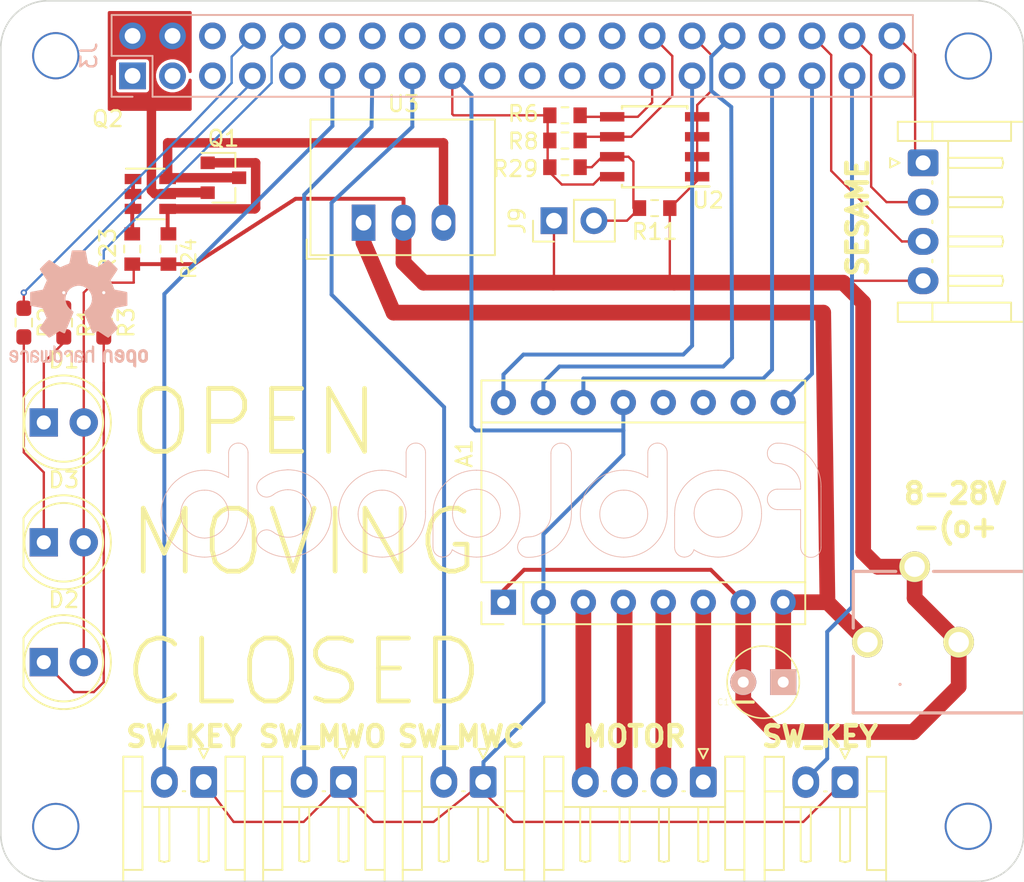
<source format=kicad_pcb>
(kicad_pcb (version 20171130) (host pcbnew 5.1.9)

  (general
    (thickness 1.6)
    (drawings 183)
    (tracks 224)
    (zones 0)
    (modules 32)
    (nets 32)
  )

  (page A4)
  (layers
    (0 F.Cu signal hide)
    (1 In1.Cu signal hide)
    (2 In2.Cu signal hide)
    (31 B.Cu signal)
    (32 B.Adhes user hide)
    (33 F.Adhes user hide)
    (34 B.Paste user)
    (35 F.Paste user hide)
    (36 B.SilkS user)
    (37 F.SilkS user hide)
    (38 B.Mask user)
    (39 F.Mask user hide)
    (40 Dwgs.User user hide)
    (41 Cmts.User user hide)
    (42 Eco1.User user hide)
    (43 Eco2.User user)
    (44 Edge.Cuts user)
    (45 Margin user hide)
    (46 B.CrtYd user)
    (47 F.CrtYd user hide)
    (48 B.Fab user hide)
    (49 F.Fab user hide)
  )

  (setup
    (last_trace_width 0.6)
    (user_trace_width 0.15)
    (user_trace_width 0.2)
    (user_trace_width 0.25)
    (user_trace_width 0.4)
    (user_trace_width 0.5)
    (user_trace_width 0.6)
    (user_trace_width 1)
    (user_trace_width 2)
    (trace_clearance 0.2)
    (zone_clearance 0.2)
    (zone_45_only no)
    (trace_min 0.15)
    (via_size 0.4)
    (via_drill 0.2)
    (via_min_size 0.4)
    (via_min_drill 0.2)
    (uvia_size 0.3)
    (uvia_drill 0.1)
    (uvias_allowed no)
    (uvia_min_size 0.2)
    (uvia_min_drill 0.1)
    (edge_width 0.15)
    (segment_width 0.15)
    (pcb_text_width 0.3)
    (pcb_text_size 1.5 1.5)
    (mod_edge_width 0.15)
    (mod_text_size 0.6 0.6)
    (mod_text_width 0.09)
    (pad_size 1.651 1.651)
    (pad_drill 0.6985)
    (pad_to_mask_clearance 0.1)
    (aux_axis_origin 0 0)
    (visible_elements 7FFFFEFF)
    (pcbplotparams
      (layerselection 0x010f8_80000007)
      (usegerberextensions false)
      (usegerberattributes false)
      (usegerberadvancedattributes false)
      (creategerberjobfile false)
      (excludeedgelayer false)
      (linewidth 0.100000)
      (plotframeref false)
      (viasonmask false)
      (mode 1)
      (useauxorigin false)
      (hpglpennumber 1)
      (hpglpenspeed 20)
      (hpglpendiameter 15.000000)
      (psnegative false)
      (psa4output false)
      (plotreference true)
      (plotvalue false)
      (plotinvisibletext false)
      (padsonsilk true)
      (subtractmaskfromsilk false)
      (outputformat 1)
      (mirror false)
      (drillshape 0)
      (scaleselection 1)
      (outputdirectory "prod"))
  )

  (net 0 "")
  (net 1 GND)
  (net 2 /ID_SD_EEPROM)
  (net 3 /ID_SC_EEPROM)
  (net 4 "Net-(Q1-Pad1)")
  (net 5 "Net-(Q2-Pad1)")
  (net 6 /P5V_HAT)
  (net 7 /P3V3)
  (net 8 /P5V)
  (net 9 "Net-(J9-Pad2)")
  (net 10 "Net-(A1-Pad3)")
  (net 11 "Net-(A1-Pad4)")
  (net 12 "Net-(A1-Pad5)")
  (net 13 "Net-(A1-Pad6)")
  (net 14 /P12V)
  (net 15 /DRV_EN)
  (net 16 /DRV_SLP)
  (net 17 /DRV_STP)
  (net 18 /DRV_DIR)
  (net 19 "Net-(D1-Pad1)")
  (net 20 "Net-(D2-Pad1)")
  (net 21 "Net-(D3-Pad1)")
  (net 22 /LED_OPEN)
  (net 23 /LED_CLOSED)
  (net 24 /LED_MOVING)
  (net 25 /OUT_SESAME_OPENING)
  (net 26 /OUT_SESAME_CLOSING)
  (net 27 /OUT_SESAME_OPEN)
  (net 28 /IN_KEY)
  (net 29 /IN_MWC)
  (net 30 /IN_MWO)
  (net 31 /IN_WIN)

  (net_class Default "This is the default net class."
    (clearance 0.2)
    (trace_width 0.15)
    (via_dia 0.4)
    (via_drill 0.2)
    (uvia_dia 0.3)
    (uvia_drill 0.1)
    (add_net /DRV_DIR)
    (add_net /DRV_EN)
    (add_net /DRV_SLP)
    (add_net /DRV_STP)
    (add_net /ID_SC_EEPROM)
    (add_net /ID_SD_EEPROM)
    (add_net /IN_KEY)
    (add_net /IN_MWC)
    (add_net /IN_MWO)
    (add_net /IN_WIN)
    (add_net /LED_CLOSED)
    (add_net /LED_MOVING)
    (add_net /LED_OPEN)
    (add_net /OUT_SESAME_CLOSING)
    (add_net /OUT_SESAME_OPEN)
    (add_net /OUT_SESAME_OPENING)
    (add_net /P12V)
    (add_net /P3V3)
    (add_net /P5V)
    (add_net /P5V_HAT)
    (add_net GND)
    (add_net "Net-(A1-Pad3)")
    (add_net "Net-(A1-Pad4)")
    (add_net "Net-(A1-Pad5)")
    (add_net "Net-(A1-Pad6)")
    (add_net "Net-(D1-Pad1)")
    (add_net "Net-(D2-Pad1)")
    (add_net "Net-(D3-Pad1)")
    (add_net "Net-(J9-Pad2)")
    (add_net "Net-(Q1-Pad1)")
    (add_net "Net-(Q2-Pad1)")
  )

  (module Symbol:OSHW-Logo2_9.8x8mm_SilkScreen (layer B.Cu) (tedit 0) (tstamp 6011F12E)
    (at 83.5 80.4 180)
    (descr "Open Source Hardware Symbol")
    (tags "Logo Symbol OSHW")
    (attr virtual)
    (fp_text reference REF** (at 0 0) (layer B.SilkS) hide
      (effects (font (size 1 1) (thickness 0.15)) (justify mirror))
    )
    (fp_text value OSHW-Logo2_9.8x8mm_SilkScreen (at 0.75 0) (layer B.Fab) hide
      (effects (font (size 1 1) (thickness 0.15)) (justify mirror))
    )
    (fp_poly (pts (xy -3.231114 -2.584505) (xy -3.156461 -2.621727) (xy -3.090569 -2.690261) (xy -3.072423 -2.715648)
      (xy -3.052655 -2.748866) (xy -3.039828 -2.784945) (xy -3.03249 -2.833098) (xy -3.029187 -2.902536)
      (xy -3.028462 -2.994206) (xy -3.031737 -3.11983) (xy -3.043123 -3.214154) (xy -3.064959 -3.284523)
      (xy -3.099581 -3.338286) (xy -3.14933 -3.382788) (xy -3.152986 -3.385423) (xy -3.202015 -3.412377)
      (xy -3.261055 -3.425712) (xy -3.336141 -3.429) (xy -3.458205 -3.429) (xy -3.458256 -3.547497)
      (xy -3.459392 -3.613492) (xy -3.466314 -3.652202) (xy -3.484402 -3.675419) (xy -3.519038 -3.694933)
      (xy -3.527355 -3.69892) (xy -3.56628 -3.717603) (xy -3.596417 -3.729403) (xy -3.618826 -3.730422)
      (xy -3.634567 -3.716761) (xy -3.644698 -3.684522) (xy -3.650277 -3.629804) (xy -3.652365 -3.548711)
      (xy -3.652019 -3.437344) (xy -3.6503 -3.291802) (xy -3.649763 -3.248269) (xy -3.647828 -3.098205)
      (xy -3.646096 -3.000042) (xy -3.458308 -3.000042) (xy -3.457252 -3.083364) (xy -3.452562 -3.13788)
      (xy -3.441949 -3.173837) (xy -3.423128 -3.201482) (xy -3.41035 -3.214965) (xy -3.35811 -3.254417)
      (xy -3.311858 -3.257628) (xy -3.264133 -3.225049) (xy -3.262923 -3.223846) (xy -3.243506 -3.198668)
      (xy -3.231693 -3.164447) (xy -3.225735 -3.111748) (xy -3.22388 -3.031131) (xy -3.223846 -3.013271)
      (xy -3.22833 -2.902175) (xy -3.242926 -2.825161) (xy -3.26935 -2.778147) (xy -3.309317 -2.75705)
      (xy -3.332416 -2.754923) (xy -3.387238 -2.7649) (xy -3.424842 -2.797752) (xy -3.447477 -2.857857)
      (xy -3.457394 -2.949598) (xy -3.458308 -3.000042) (xy -3.646096 -3.000042) (xy -3.645778 -2.98206)
      (xy -3.643127 -2.894679) (xy -3.639394 -2.830905) (xy -3.634093 -2.785582) (xy -3.626742 -2.753555)
      (xy -3.616857 -2.729668) (xy -3.603954 -2.708764) (xy -3.598421 -2.700898) (xy -3.525031 -2.626595)
      (xy -3.43224 -2.584467) (xy -3.324904 -2.572722) (xy -3.231114 -2.584505)) (layer B.SilkS) (width 0.01))
    (fp_poly (pts (xy -1.728336 -2.595089) (xy -1.665633 -2.631358) (xy -1.622039 -2.667358) (xy -1.590155 -2.705075)
      (xy -1.56819 -2.751199) (xy -1.554351 -2.812421) (xy -1.546847 -2.895431) (xy -1.543883 -3.006919)
      (xy -1.543539 -3.087062) (xy -1.543539 -3.382065) (xy -1.709615 -3.456515) (xy -1.719385 -3.133402)
      (xy -1.723421 -3.012729) (xy -1.727656 -2.925141) (xy -1.732903 -2.86465) (xy -1.739975 -2.825268)
      (xy -1.749689 -2.801007) (xy -1.762856 -2.78588) (xy -1.767081 -2.782606) (xy -1.831091 -2.757034)
      (xy -1.895792 -2.767153) (xy -1.934308 -2.794) (xy -1.949975 -2.813024) (xy -1.96082 -2.837988)
      (xy -1.967712 -2.875834) (xy -1.971521 -2.933502) (xy -1.973117 -3.017935) (xy -1.973385 -3.105928)
      (xy -1.973437 -3.216323) (xy -1.975328 -3.294463) (xy -1.981655 -3.347165) (xy -1.995017 -3.381242)
      (xy -2.018015 -3.403511) (xy -2.053246 -3.420787) (xy -2.100303 -3.438738) (xy -2.151697 -3.458278)
      (xy -2.145579 -3.111485) (xy -2.143116 -2.986468) (xy -2.140233 -2.894082) (xy -2.136102 -2.827881)
      (xy -2.129893 -2.78142) (xy -2.120774 -2.748256) (xy -2.107917 -2.721944) (xy -2.092416 -2.698729)
      (xy -2.017629 -2.624569) (xy -1.926372 -2.581684) (xy -1.827117 -2.571412) (xy -1.728336 -2.595089)) (layer B.SilkS) (width 0.01))
    (fp_poly (pts (xy -3.983114 -2.587256) (xy -3.891536 -2.635409) (xy -3.823951 -2.712905) (xy -3.799943 -2.762727)
      (xy -3.781262 -2.837533) (xy -3.771699 -2.932052) (xy -3.770792 -3.03521) (xy -3.778079 -3.135935)
      (xy -3.793097 -3.223153) (xy -3.815385 -3.285791) (xy -3.822235 -3.296579) (xy -3.903368 -3.377105)
      (xy -3.999734 -3.425336) (xy -4.104299 -3.43945) (xy -4.210032 -3.417629) (xy -4.239457 -3.404547)
      (xy -4.296759 -3.364231) (xy -4.34705 -3.310775) (xy -4.351803 -3.303995) (xy -4.371122 -3.271321)
      (xy -4.383892 -3.236394) (xy -4.391436 -3.190414) (xy -4.395076 -3.124584) (xy -4.396135 -3.030105)
      (xy -4.396154 -3.008923) (xy -4.396106 -3.002182) (xy -4.200769 -3.002182) (xy -4.199632 -3.091349)
      (xy -4.195159 -3.15052) (xy -4.185754 -3.188741) (xy -4.169824 -3.215053) (xy -4.161692 -3.223846)
      (xy -4.114942 -3.257261) (xy -4.069553 -3.255737) (xy -4.02366 -3.226752) (xy -3.996288 -3.195809)
      (xy -3.980077 -3.150643) (xy -3.970974 -3.07942) (xy -3.970349 -3.071114) (xy -3.968796 -2.942037)
      (xy -3.985035 -2.846172) (xy -4.018848 -2.784107) (xy -4.070016 -2.756432) (xy -4.08828 -2.754923)
      (xy -4.13624 -2.762513) (xy -4.169047 -2.788808) (xy -4.189105 -2.839095) (xy -4.198822 -2.918664)
      (xy -4.200769 -3.002182) (xy -4.396106 -3.002182) (xy -4.395426 -2.908249) (xy -4.392371 -2.837906)
      (xy -4.385678 -2.789163) (xy -4.37404 -2.753288) (xy -4.356147 -2.721548) (xy -4.352192 -2.715648)
      (xy -4.285733 -2.636104) (xy -4.213315 -2.589929) (xy -4.125151 -2.571599) (xy -4.095213 -2.570703)
      (xy -3.983114 -2.587256)) (layer B.SilkS) (width 0.01))
    (fp_poly (pts (xy -2.465746 -2.599745) (xy -2.388714 -2.651567) (xy -2.329184 -2.726412) (xy -2.293622 -2.821654)
      (xy -2.286429 -2.891756) (xy -2.287246 -2.921009) (xy -2.294086 -2.943407) (xy -2.312888 -2.963474)
      (xy -2.349592 -2.985733) (xy -2.410138 -3.014709) (xy -2.500466 -3.054927) (xy -2.500923 -3.055129)
      (xy -2.584067 -3.09321) (xy -2.652247 -3.127025) (xy -2.698495 -3.152933) (xy -2.715842 -3.167295)
      (xy -2.715846 -3.167411) (xy -2.700557 -3.198685) (xy -2.664804 -3.233157) (xy -2.623758 -3.25799)
      (xy -2.602963 -3.262923) (xy -2.54623 -3.245862) (xy -2.497373 -3.203133) (xy -2.473535 -3.156155)
      (xy -2.450603 -3.121522) (xy -2.405682 -3.082081) (xy -2.352877 -3.048009) (xy -2.30629 -3.02948)
      (xy -2.296548 -3.028462) (xy -2.285582 -3.045215) (xy -2.284921 -3.088039) (xy -2.29298 -3.145781)
      (xy -2.308173 -3.207289) (xy -2.328914 -3.261409) (xy -2.329962 -3.26351) (xy -2.392379 -3.35066)
      (xy -2.473274 -3.409939) (xy -2.565144 -3.439034) (xy -2.660487 -3.435634) (xy -2.751802 -3.397428)
      (xy -2.755862 -3.394741) (xy -2.827694 -3.329642) (xy -2.874927 -3.244705) (xy -2.901066 -3.133021)
      (xy -2.904574 -3.101643) (xy -2.910787 -2.953536) (xy -2.903339 -2.884468) (xy -2.715846 -2.884468)
      (xy -2.71341 -2.927552) (xy -2.700086 -2.940126) (xy -2.666868 -2.930719) (xy -2.614506 -2.908483)
      (xy -2.555976 -2.88061) (xy -2.554521 -2.879872) (xy -2.504911 -2.853777) (xy -2.485 -2.836363)
      (xy -2.48991 -2.818107) (xy -2.510584 -2.79412) (xy -2.563181 -2.759406) (xy -2.619823 -2.756856)
      (xy -2.670631 -2.782119) (xy -2.705724 -2.830847) (xy -2.715846 -2.884468) (xy -2.903339 -2.884468)
      (xy -2.898008 -2.835036) (xy -2.865222 -2.741055) (xy -2.819579 -2.675215) (xy -2.737198 -2.608681)
      (xy -2.646454 -2.575676) (xy -2.553815 -2.573573) (xy -2.465746 -2.599745)) (layer B.SilkS) (width 0.01))
    (fp_poly (pts (xy -0.840154 -2.49212) (xy -0.834428 -2.57198) (xy -0.827851 -2.619039) (xy -0.818738 -2.639566)
      (xy -0.805402 -2.639829) (xy -0.801077 -2.637378) (xy -0.743556 -2.619636) (xy -0.668732 -2.620672)
      (xy -0.592661 -2.63891) (xy -0.545082 -2.662505) (xy -0.496298 -2.700198) (xy -0.460636 -2.742855)
      (xy -0.436155 -2.797057) (xy -0.420913 -2.869384) (xy -0.41297 -2.966419) (xy -0.410384 -3.094742)
      (xy -0.410338 -3.119358) (xy -0.410308 -3.39587) (xy -0.471839 -3.41732) (xy -0.515541 -3.431912)
      (xy -0.539518 -3.438706) (xy -0.540223 -3.438769) (xy -0.542585 -3.420345) (xy -0.544594 -3.369526)
      (xy -0.546099 -3.292993) (xy -0.546947 -3.19743) (xy -0.547077 -3.139329) (xy -0.547349 -3.024771)
      (xy -0.548748 -2.942667) (xy -0.552151 -2.886393) (xy -0.558433 -2.849326) (xy -0.568471 -2.824844)
      (xy -0.583139 -2.806325) (xy -0.592298 -2.797406) (xy -0.655211 -2.761466) (xy -0.723864 -2.758775)
      (xy -0.786152 -2.78917) (xy -0.797671 -2.800144) (xy -0.814567 -2.820779) (xy -0.826286 -2.845256)
      (xy -0.833767 -2.880647) (xy -0.837946 -2.934026) (xy -0.839763 -3.012466) (xy -0.840154 -3.120617)
      (xy -0.840154 -3.39587) (xy -0.901685 -3.41732) (xy -0.945387 -3.431912) (xy -0.969364 -3.438706)
      (xy -0.97007 -3.438769) (xy -0.971874 -3.420069) (xy -0.9735 -3.367322) (xy -0.974883 -3.285557)
      (xy -0.975958 -3.179805) (xy -0.97666 -3.055094) (xy -0.976923 -2.916455) (xy -0.976923 -2.381806)
      (xy -0.849923 -2.328236) (xy -0.840154 -2.49212)) (layer B.SilkS) (width 0.01))
    (fp_poly (pts (xy 0.053501 -2.626303) (xy 0.13006 -2.654733) (xy 0.130936 -2.655279) (xy 0.178285 -2.690127)
      (xy 0.213241 -2.730852) (xy 0.237825 -2.783925) (xy 0.254062 -2.855814) (xy 0.263975 -2.952992)
      (xy 0.269586 -3.081928) (xy 0.270077 -3.100298) (xy 0.277141 -3.377287) (xy 0.217695 -3.408028)
      (xy 0.174681 -3.428802) (xy 0.14871 -3.438646) (xy 0.147509 -3.438769) (xy 0.143014 -3.420606)
      (xy 0.139444 -3.371612) (xy 0.137248 -3.300031) (xy 0.136769 -3.242068) (xy 0.136758 -3.14817)
      (xy 0.132466 -3.089203) (xy 0.117503 -3.061079) (xy 0.085482 -3.059706) (xy 0.030014 -3.080998)
      (xy -0.053731 -3.120136) (xy -0.115311 -3.152643) (xy -0.146983 -3.180845) (xy -0.156294 -3.211582)
      (xy -0.156308 -3.213104) (xy -0.140943 -3.266054) (xy -0.095453 -3.29466) (xy -0.025834 -3.298803)
      (xy 0.024313 -3.298084) (xy 0.050754 -3.312527) (xy 0.067243 -3.347218) (xy 0.076733 -3.391416)
      (xy 0.063057 -3.416493) (xy 0.057907 -3.420082) (xy 0.009425 -3.434496) (xy -0.058469 -3.436537)
      (xy -0.128388 -3.426983) (xy -0.177932 -3.409522) (xy -0.24643 -3.351364) (xy -0.285366 -3.270408)
      (xy -0.293077 -3.20716) (xy -0.287193 -3.150111) (xy -0.265899 -3.103542) (xy -0.223735 -3.062181)
      (xy -0.155241 -3.020755) (xy -0.054956 -2.973993) (xy -0.048846 -2.97135) (xy 0.04149 -2.929617)
      (xy 0.097235 -2.895391) (xy 0.121129 -2.864635) (xy 0.115913 -2.833311) (xy 0.084328 -2.797383)
      (xy 0.074883 -2.789116) (xy 0.011617 -2.757058) (xy -0.053936 -2.758407) (xy -0.111028 -2.789838)
      (xy -0.148907 -2.848024) (xy -0.152426 -2.859446) (xy -0.1867 -2.914837) (xy -0.230191 -2.941518)
      (xy -0.293077 -2.96796) (xy -0.293077 -2.899548) (xy -0.273948 -2.80011) (xy -0.217169 -2.708902)
      (xy -0.187622 -2.678389) (xy -0.120458 -2.639228) (xy -0.035044 -2.6215) (xy 0.053501 -2.626303)) (layer B.SilkS) (width 0.01))
    (fp_poly (pts (xy 0.713362 -2.62467) (xy 0.802117 -2.657421) (xy 0.874022 -2.71535) (xy 0.902144 -2.756128)
      (xy 0.932802 -2.830954) (xy 0.932165 -2.885058) (xy 0.899987 -2.921446) (xy 0.888081 -2.927633)
      (xy 0.836675 -2.946925) (xy 0.810422 -2.941982) (xy 0.80153 -2.909587) (xy 0.801077 -2.891692)
      (xy 0.784797 -2.825859) (xy 0.742365 -2.779807) (xy 0.683388 -2.757564) (xy 0.617475 -2.763161)
      (xy 0.563895 -2.792229) (xy 0.545798 -2.80881) (xy 0.532971 -2.828925) (xy 0.524306 -2.859332)
      (xy 0.518696 -2.906788) (xy 0.515035 -2.97805) (xy 0.512215 -3.079875) (xy 0.511484 -3.112115)
      (xy 0.50882 -3.22241) (xy 0.505792 -3.300036) (xy 0.50125 -3.351396) (xy 0.494046 -3.38289)
      (xy 0.483033 -3.40092) (xy 0.46706 -3.411888) (xy 0.456834 -3.416733) (xy 0.413406 -3.433301)
      (xy 0.387842 -3.438769) (xy 0.379395 -3.420507) (xy 0.374239 -3.365296) (xy 0.372346 -3.272499)
      (xy 0.373689 -3.141478) (xy 0.374107 -3.121269) (xy 0.377058 -3.001733) (xy 0.380548 -2.914449)
      (xy 0.385514 -2.852591) (xy 0.392893 -2.809336) (xy 0.403624 -2.77786) (xy 0.418645 -2.751339)
      (xy 0.426502 -2.739975) (xy 0.471553 -2.689692) (xy 0.52194 -2.650581) (xy 0.528108 -2.647167)
      (xy 0.618458 -2.620212) (xy 0.713362 -2.62467)) (layer B.SilkS) (width 0.01))
    (fp_poly (pts (xy 1.602081 -2.780289) (xy 1.601833 -2.92632) (xy 1.600872 -3.038655) (xy 1.598794 -3.122678)
      (xy 1.595193 -3.183769) (xy 1.589665 -3.227309) (xy 1.581804 -3.258679) (xy 1.571207 -3.283262)
      (xy 1.563182 -3.297294) (xy 1.496728 -3.373388) (xy 1.41247 -3.421084) (xy 1.319249 -3.438199)
      (xy 1.2259 -3.422546) (xy 1.170312 -3.394418) (xy 1.111957 -3.34576) (xy 1.072186 -3.286333)
      (xy 1.04819 -3.208507) (xy 1.037161 -3.104652) (xy 1.035599 -3.028462) (xy 1.035809 -3.022986)
      (xy 1.172308 -3.022986) (xy 1.173141 -3.110355) (xy 1.176961 -3.168192) (xy 1.185746 -3.206029)
      (xy 1.201474 -3.233398) (xy 1.220266 -3.254042) (xy 1.283375 -3.29389) (xy 1.351137 -3.297295)
      (xy 1.415179 -3.264025) (xy 1.420164 -3.259517) (xy 1.441439 -3.236067) (xy 1.454779 -3.208166)
      (xy 1.462001 -3.166641) (xy 1.464923 -3.102316) (xy 1.465385 -3.0312) (xy 1.464383 -2.941858)
      (xy 1.460238 -2.882258) (xy 1.451236 -2.843089) (xy 1.435667 -2.81504) (xy 1.422902 -2.800144)
      (xy 1.3636 -2.762575) (xy 1.295301 -2.758057) (xy 1.23011 -2.786753) (xy 1.217528 -2.797406)
      (xy 1.196111 -2.821063) (xy 1.182744 -2.849251) (xy 1.175566 -2.891245) (xy 1.172719 -2.956319)
      (xy 1.172308 -3.022986) (xy 1.035809 -3.022986) (xy 1.040322 -2.905765) (xy 1.056362 -2.813577)
      (xy 1.086528 -2.744269) (xy 1.133629 -2.690211) (xy 1.170312 -2.662505) (xy 1.23699 -2.632572)
      (xy 1.314272 -2.618678) (xy 1.38611 -2.622397) (xy 1.426308 -2.6374) (xy 1.442082 -2.64167)
      (xy 1.45255 -2.62575) (xy 1.459856 -2.583089) (xy 1.465385 -2.518106) (xy 1.471437 -2.445732)
      (xy 1.479844 -2.402187) (xy 1.495141 -2.377287) (xy 1.521864 -2.360845) (xy 1.538654 -2.353564)
      (xy 1.602154 -2.326963) (xy 1.602081 -2.780289)) (layer B.SilkS) (width 0.01))
    (fp_poly (pts (xy 2.395929 -2.636662) (xy 2.398911 -2.688068) (xy 2.401247 -2.766192) (xy 2.402749 -2.864857)
      (xy 2.403231 -2.968343) (xy 2.403231 -3.318533) (xy 2.341401 -3.380363) (xy 2.298793 -3.418462)
      (xy 2.26139 -3.433895) (xy 2.21027 -3.432918) (xy 2.189978 -3.430433) (xy 2.126554 -3.4232)
      (xy 2.074095 -3.419055) (xy 2.061308 -3.418672) (xy 2.018199 -3.421176) (xy 1.956544 -3.427462)
      (xy 1.932638 -3.430433) (xy 1.873922 -3.435028) (xy 1.834464 -3.425046) (xy 1.795338 -3.394228)
      (xy 1.781215 -3.380363) (xy 1.719385 -3.318533) (xy 1.719385 -2.663503) (xy 1.76915 -2.640829)
      (xy 1.812002 -2.624034) (xy 1.837073 -2.618154) (xy 1.843501 -2.636736) (xy 1.849509 -2.688655)
      (xy 1.854697 -2.768172) (xy 1.858664 -2.869546) (xy 1.860577 -2.955192) (xy 1.865923 -3.292231)
      (xy 1.91256 -3.298825) (xy 1.954976 -3.294214) (xy 1.97576 -3.279287) (xy 1.98157 -3.251377)
      (xy 1.98653 -3.191925) (xy 1.990246 -3.108466) (xy 1.992324 -3.008532) (xy 1.992624 -2.957104)
      (xy 1.992923 -2.661054) (xy 2.054454 -2.639604) (xy 2.098004 -2.62502) (xy 2.121694 -2.618219)
      (xy 2.122377 -2.618154) (xy 2.124754 -2.636642) (xy 2.127366 -2.687906) (xy 2.129995 -2.765649)
      (xy 2.132421 -2.863574) (xy 2.134115 -2.955192) (xy 2.139461 -3.292231) (xy 2.256692 -3.292231)
      (xy 2.262072 -2.984746) (xy 2.267451 -2.677261) (xy 2.324601 -2.647707) (xy 2.366797 -2.627413)
      (xy 2.39177 -2.618204) (xy 2.392491 -2.618154) (xy 2.395929 -2.636662)) (layer B.SilkS) (width 0.01))
    (fp_poly (pts (xy 2.887333 -2.633528) (xy 2.94359 -2.659117) (xy 2.987747 -2.690124) (xy 3.020101 -2.724795)
      (xy 3.042438 -2.76952) (xy 3.056546 -2.830692) (xy 3.064211 -2.914701) (xy 3.06722 -3.02794)
      (xy 3.067538 -3.102509) (xy 3.067538 -3.39342) (xy 3.017773 -3.416095) (xy 2.978576 -3.432667)
      (xy 2.959157 -3.438769) (xy 2.955442 -3.42061) (xy 2.952495 -3.371648) (xy 2.950691 -3.300153)
      (xy 2.950308 -3.243385) (xy 2.948661 -3.161371) (xy 2.944222 -3.096309) (xy 2.93774 -3.056467)
      (xy 2.93259 -3.048) (xy 2.897977 -3.056646) (xy 2.84364 -3.078823) (xy 2.780722 -3.108886)
      (xy 2.720368 -3.141192) (xy 2.673721 -3.170098) (xy 2.651926 -3.189961) (xy 2.651839 -3.190175)
      (xy 2.653714 -3.226935) (xy 2.670525 -3.262026) (xy 2.700039 -3.290528) (xy 2.743116 -3.300061)
      (xy 2.779932 -3.29895) (xy 2.832074 -3.298133) (xy 2.859444 -3.310349) (xy 2.875882 -3.342624)
      (xy 2.877955 -3.34871) (xy 2.885081 -3.394739) (xy 2.866024 -3.422687) (xy 2.816353 -3.436007)
      (xy 2.762697 -3.43847) (xy 2.666142 -3.42021) (xy 2.616159 -3.394131) (xy 2.554429 -3.332868)
      (xy 2.52169 -3.25767) (xy 2.518753 -3.178211) (xy 2.546424 -3.104167) (xy 2.588047 -3.057769)
      (xy 2.629604 -3.031793) (xy 2.694922 -2.998907) (xy 2.771038 -2.965557) (xy 2.783726 -2.960461)
      (xy 2.867333 -2.923565) (xy 2.91553 -2.891046) (xy 2.93103 -2.858718) (xy 2.91655 -2.822394)
      (xy 2.891692 -2.794) (xy 2.832939 -2.759039) (xy 2.768293 -2.756417) (xy 2.709008 -2.783358)
      (xy 2.666339 -2.837088) (xy 2.660739 -2.85095) (xy 2.628133 -2.901936) (xy 2.58053 -2.939787)
      (xy 2.520461 -2.97085) (xy 2.520461 -2.882768) (xy 2.523997 -2.828951) (xy 2.539156 -2.786534)
      (xy 2.572768 -2.741279) (xy 2.605035 -2.70642) (xy 2.655209 -2.657062) (xy 2.694193 -2.630547)
      (xy 2.736064 -2.619911) (xy 2.78346 -2.618154) (xy 2.887333 -2.633528)) (layer B.SilkS) (width 0.01))
    (fp_poly (pts (xy 3.570807 -2.636782) (xy 3.594161 -2.646988) (xy 3.649902 -2.691134) (xy 3.697569 -2.754967)
      (xy 3.727048 -2.823087) (xy 3.731846 -2.85667) (xy 3.71576 -2.903556) (xy 3.680475 -2.928365)
      (xy 3.642644 -2.943387) (xy 3.625321 -2.946155) (xy 3.616886 -2.926066) (xy 3.60023 -2.882351)
      (xy 3.592923 -2.862598) (xy 3.551948 -2.794271) (xy 3.492622 -2.760191) (xy 3.416552 -2.761239)
      (xy 3.410918 -2.762581) (xy 3.370305 -2.781836) (xy 3.340448 -2.819375) (xy 3.320055 -2.879809)
      (xy 3.307836 -2.967751) (xy 3.3025 -3.087813) (xy 3.302 -3.151698) (xy 3.301752 -3.252403)
      (xy 3.300126 -3.321054) (xy 3.295801 -3.364673) (xy 3.287454 -3.390282) (xy 3.273765 -3.404903)
      (xy 3.253411 -3.415558) (xy 3.252234 -3.416095) (xy 3.213038 -3.432667) (xy 3.193619 -3.438769)
      (xy 3.190635 -3.420319) (xy 3.188081 -3.369323) (xy 3.18614 -3.292308) (xy 3.184997 -3.195805)
      (xy 3.184769 -3.125184) (xy 3.185932 -2.988525) (xy 3.190479 -2.884851) (xy 3.199999 -2.808108)
      (xy 3.216081 -2.752246) (xy 3.240313 -2.711212) (xy 3.274286 -2.678954) (xy 3.307833 -2.65644)
      (xy 3.388499 -2.626476) (xy 3.482381 -2.619718) (xy 3.570807 -2.636782)) (layer B.SilkS) (width 0.01))
    (fp_poly (pts (xy 4.245224 -2.647838) (xy 4.322528 -2.698361) (xy 4.359814 -2.74359) (xy 4.389353 -2.825663)
      (xy 4.391699 -2.890607) (xy 4.386385 -2.977445) (xy 4.186115 -3.065103) (xy 4.088739 -3.109887)
      (xy 4.025113 -3.145913) (xy 3.992029 -3.177117) (xy 3.98628 -3.207436) (xy 4.004658 -3.240805)
      (xy 4.024923 -3.262923) (xy 4.083889 -3.298393) (xy 4.148024 -3.300879) (xy 4.206926 -3.273235)
      (xy 4.250197 -3.21832) (xy 4.257936 -3.198928) (xy 4.295006 -3.138364) (xy 4.337654 -3.112552)
      (xy 4.396154 -3.090471) (xy 4.396154 -3.174184) (xy 4.390982 -3.23115) (xy 4.370723 -3.279189)
      (xy 4.328262 -3.334346) (xy 4.321951 -3.341514) (xy 4.27472 -3.390585) (xy 4.234121 -3.41692)
      (xy 4.183328 -3.429035) (xy 4.14122 -3.433003) (xy 4.065902 -3.433991) (xy 4.012286 -3.421466)
      (xy 3.978838 -3.402869) (xy 3.926268 -3.361975) (xy 3.889879 -3.317748) (xy 3.86685 -3.262126)
      (xy 3.854359 -3.187047) (xy 3.849587 -3.084449) (xy 3.849206 -3.032376) (xy 3.850501 -2.969948)
      (xy 3.968471 -2.969948) (xy 3.969839 -3.003438) (xy 3.973249 -3.008923) (xy 3.995753 -3.001472)
      (xy 4.044182 -2.981753) (xy 4.108908 -2.953718) (xy 4.122443 -2.947692) (xy 4.204244 -2.906096)
      (xy 4.249312 -2.869538) (xy 4.259217 -2.835296) (xy 4.235526 -2.800648) (xy 4.21596 -2.785339)
      (xy 4.14536 -2.754721) (xy 4.07928 -2.75978) (xy 4.023959 -2.797151) (xy 3.985636 -2.863473)
      (xy 3.973349 -2.916116) (xy 3.968471 -2.969948) (xy 3.850501 -2.969948) (xy 3.85173 -2.91072)
      (xy 3.861032 -2.82071) (xy 3.87946 -2.755167) (xy 3.90936 -2.706912) (xy 3.95308 -2.668767)
      (xy 3.972141 -2.65644) (xy 4.058726 -2.624336) (xy 4.153522 -2.622316) (xy 4.245224 -2.647838)) (layer B.SilkS) (width 0.01))
    (fp_poly (pts (xy 0.139878 3.712224) (xy 0.245612 3.711645) (xy 0.322132 3.710078) (xy 0.374372 3.707028)
      (xy 0.407263 3.702004) (xy 0.425737 3.694511) (xy 0.434727 3.684056) (xy 0.439163 3.670147)
      (xy 0.439594 3.668346) (xy 0.446333 3.635855) (xy 0.458808 3.571748) (xy 0.475719 3.482849)
      (xy 0.495771 3.375981) (xy 0.517664 3.257967) (xy 0.518429 3.253822) (xy 0.540359 3.138169)
      (xy 0.560877 3.035986) (xy 0.578659 2.953402) (xy 0.592381 2.896544) (xy 0.600718 2.871542)
      (xy 0.601116 2.871099) (xy 0.625677 2.85889) (xy 0.676315 2.838544) (xy 0.742095 2.814455)
      (xy 0.742461 2.814326) (xy 0.825317 2.783182) (xy 0.923 2.743509) (xy 1.015077 2.703619)
      (xy 1.019434 2.701647) (xy 1.169407 2.63358) (xy 1.501498 2.860361) (xy 1.603374 2.929496)
      (xy 1.695657 2.991303) (xy 1.773003 3.042267) (xy 1.830064 3.078873) (xy 1.861495 3.097606)
      (xy 1.864479 3.098996) (xy 1.887321 3.09281) (xy 1.929982 3.062965) (xy 1.994128 3.008053)
      (xy 2.081421 2.926666) (xy 2.170535 2.840078) (xy 2.256441 2.754753) (xy 2.333327 2.676892)
      (xy 2.396564 2.611303) (xy 2.441523 2.562795) (xy 2.463576 2.536175) (xy 2.464396 2.534805)
      (xy 2.466834 2.516537) (xy 2.45765 2.486705) (xy 2.434574 2.441279) (xy 2.395337 2.37623)
      (xy 2.33767 2.28753) (xy 2.260795 2.173343) (xy 2.19257 2.072838) (xy 2.131582 1.982697)
      (xy 2.081356 1.908151) (xy 2.045416 1.854435) (xy 2.027287 1.826782) (xy 2.026146 1.824905)
      (xy 2.028359 1.79841) (xy 2.045138 1.746914) (xy 2.073142 1.680149) (xy 2.083122 1.658828)
      (xy 2.126672 1.563841) (xy 2.173134 1.456063) (xy 2.210877 1.362808) (xy 2.238073 1.293594)
      (xy 2.259675 1.240994) (xy 2.272158 1.213503) (xy 2.273709 1.211384) (xy 2.296668 1.207876)
      (xy 2.350786 1.198262) (xy 2.428868 1.183911) (xy 2.523719 1.166193) (xy 2.628143 1.146475)
      (xy 2.734944 1.126126) (xy 2.836926 1.106514) (xy 2.926894 1.089009) (xy 2.997653 1.074978)
      (xy 3.042006 1.065791) (xy 3.052885 1.063193) (xy 3.064122 1.056782) (xy 3.072605 1.042303)
      (xy 3.078714 1.014867) (xy 3.082832 0.969589) (xy 3.085341 0.90158) (xy 3.086621 0.805953)
      (xy 3.087054 0.67782) (xy 3.087077 0.625299) (xy 3.087077 0.198155) (xy 2.9845 0.177909)
      (xy 2.927431 0.16693) (xy 2.842269 0.150905) (xy 2.739372 0.131767) (xy 2.629096 0.111449)
      (xy 2.598615 0.105868) (xy 2.496855 0.086083) (xy 2.408205 0.066627) (xy 2.340108 0.049303)
      (xy 2.300004 0.035912) (xy 2.293323 0.031921) (xy 2.276919 0.003658) (xy 2.253399 -0.051109)
      (xy 2.227316 -0.121588) (xy 2.222142 -0.136769) (xy 2.187956 -0.230896) (xy 2.145523 -0.337101)
      (xy 2.103997 -0.432473) (xy 2.103792 -0.432916) (xy 2.03464 -0.582525) (xy 2.489512 -1.251617)
      (xy 2.1975 -1.544116) (xy 2.10918 -1.63117) (xy 2.028625 -1.707909) (xy 1.96036 -1.770237)
      (xy 1.908908 -1.814056) (xy 1.878794 -1.83527) (xy 1.874474 -1.836616) (xy 1.849111 -1.826016)
      (xy 1.797358 -1.796547) (xy 1.724868 -1.751705) (xy 1.637294 -1.694984) (xy 1.542612 -1.631462)
      (xy 1.446516 -1.566668) (xy 1.360837 -1.510287) (xy 1.291016 -1.465788) (xy 1.242494 -1.436639)
      (xy 1.220782 -1.426308) (xy 1.194293 -1.43505) (xy 1.144062 -1.458087) (xy 1.080451 -1.490631)
      (xy 1.073708 -1.494249) (xy 0.988046 -1.53721) (xy 0.929306 -1.558279) (xy 0.892772 -1.558503)
      (xy 0.873731 -1.538928) (xy 0.87362 -1.538654) (xy 0.864102 -1.515472) (xy 0.841403 -1.460441)
      (xy 0.807282 -1.377822) (xy 0.7635 -1.271872) (xy 0.711816 -1.146852) (xy 0.653992 -1.00702)
      (xy 0.597991 -0.871637) (xy 0.536447 -0.722234) (xy 0.479939 -0.583832) (xy 0.430161 -0.460673)
      (xy 0.388806 -0.357002) (xy 0.357568 -0.277059) (xy 0.338141 -0.225088) (xy 0.332154 -0.205692)
      (xy 0.347168 -0.183443) (xy 0.386439 -0.147982) (xy 0.438807 -0.108887) (xy 0.587941 0.014755)
      (xy 0.704511 0.156478) (xy 0.787118 0.313296) (xy 0.834366 0.482225) (xy 0.844857 0.660278)
      (xy 0.837231 0.742461) (xy 0.795682 0.912969) (xy 0.724123 1.063541) (xy 0.626995 1.192691)
      (xy 0.508734 1.298936) (xy 0.37378 1.38079) (xy 0.226571 1.436768) (xy 0.071544 1.465385)
      (xy -0.086861 1.465156) (xy -0.244206 1.434595) (xy -0.396054 1.372218) (xy -0.537965 1.27654)
      (xy -0.597197 1.222428) (xy -0.710797 1.08348) (xy -0.789894 0.931639) (xy -0.835014 0.771333)
      (xy -0.846684 0.606988) (xy -0.825431 0.443029) (xy -0.77178 0.283882) (xy -0.68626 0.133975)
      (xy -0.569395 -0.002267) (xy -0.438807 -0.108887) (xy -0.384412 -0.149642) (xy -0.345986 -0.184718)
      (xy -0.332154 -0.205726) (xy -0.339397 -0.228635) (xy -0.359995 -0.283365) (xy -0.392254 -0.365672)
      (xy -0.434479 -0.471315) (xy -0.484977 -0.59605) (xy -0.542052 -0.735636) (xy -0.598146 -0.87167)
      (xy -0.660033 -1.021201) (xy -0.717356 -1.159767) (xy -0.768356 -1.283107) (xy -0.811273 -1.386964)
      (xy -0.844347 -1.46708) (xy -0.865819 -1.519195) (xy -0.873775 -1.538654) (xy -0.892571 -1.558423)
      (xy -0.928926 -1.558365) (xy -0.987521 -1.537441) (xy -1.073032 -1.494613) (xy -1.073708 -1.494249)
      (xy -1.138093 -1.461012) (xy -1.190139 -1.436802) (xy -1.219488 -1.426404) (xy -1.220783 -1.426308)
      (xy -1.242876 -1.436855) (xy -1.291652 -1.466184) (xy -1.361669 -1.510827) (xy -1.447486 -1.567314)
      (xy -1.542612 -1.631462) (xy -1.63946 -1.696411) (xy -1.726747 -1.752896) (xy -1.798819 -1.797421)
      (xy -1.850023 -1.82649) (xy -1.874474 -1.836616) (xy -1.89699 -1.823307) (xy -1.942258 -1.786112)
      (xy -2.005756 -1.729128) (xy -2.082961 -1.656449) (xy -2.169349 -1.572171) (xy -2.197601 -1.544016)
      (xy -2.489713 -1.251416) (xy -2.267369 -0.925104) (xy -2.199798 -0.824897) (xy -2.140493 -0.734963)
      (xy -2.092783 -0.66051) (xy -2.059993 -0.606751) (xy -2.045452 -0.578894) (xy -2.045026 -0.576912)
      (xy -2.052692 -0.550655) (xy -2.073311 -0.497837) (xy -2.103315 -0.42731) (xy -2.124375 -0.380093)
      (xy -2.163752 -0.289694) (xy -2.200835 -0.198366) (xy -2.229585 -0.1212) (xy -2.237395 -0.097692)
      (xy -2.259583 -0.034916) (xy -2.281273 0.013589) (xy -2.293187 0.031921) (xy -2.319477 0.043141)
      (xy -2.376858 0.059046) (xy -2.457882 0.077833) (xy -2.555105 0.097701) (xy -2.598615 0.105868)
      (xy -2.709104 0.126171) (xy -2.815084 0.14583) (xy -2.906199 0.162912) (xy -2.972092 0.175482)
      (xy -2.9845 0.177909) (xy -3.087077 0.198155) (xy -3.087077 0.625299) (xy -3.086847 0.765754)
      (xy -3.085901 0.872021) (xy -3.083859 0.948987) (xy -3.080338 1.00154) (xy -3.074957 1.034567)
      (xy -3.067334 1.052955) (xy -3.057088 1.061592) (xy -3.052885 1.063193) (xy -3.02753 1.068873)
      (xy -2.971516 1.080205) (xy -2.892036 1.095821) (xy -2.796288 1.114353) (xy -2.691467 1.134431)
      (xy -2.584768 1.154688) (xy -2.483387 1.173754) (xy -2.394521 1.190261) (xy -2.325363 1.202841)
      (xy -2.283111 1.210125) (xy -2.27371 1.211384) (xy -2.265193 1.228237) (xy -2.24634 1.27313)
      (xy -2.220676 1.33757) (xy -2.210877 1.362808) (xy -2.171352 1.460314) (xy -2.124808 1.568041)
      (xy -2.083123 1.658828) (xy -2.05245 1.728247) (xy -2.032044 1.78529) (xy -2.025232 1.820223)
      (xy -2.026318 1.824905) (xy -2.040715 1.847009) (xy -2.073588 1.896169) (xy -2.12141 1.967152)
      (xy -2.180652 2.054722) (xy -2.247785 2.153643) (xy -2.261059 2.17317) (xy -2.338954 2.28886)
      (xy -2.396213 2.376956) (xy -2.435119 2.441514) (xy -2.457956 2.486589) (xy -2.467006 2.516237)
      (xy -2.464552 2.534515) (xy -2.464489 2.534631) (xy -2.445173 2.558639) (xy -2.402449 2.605053)
      (xy -2.340949 2.669063) (xy -2.265302 2.745855) (xy -2.180139 2.830618) (xy -2.170535 2.840078)
      (xy -2.06321 2.944011) (xy -1.980385 3.020325) (xy -1.920395 3.070429) (xy -1.881577 3.09573)
      (xy -1.86448 3.098996) (xy -1.839527 3.08475) (xy -1.787745 3.051844) (xy -1.71448 3.003792)
      (xy -1.62508 2.94411) (xy -1.524889 2.876312) (xy -1.501499 2.860361) (xy -1.169407 2.63358)
      (xy -1.019435 2.701647) (xy -0.92823 2.741315) (xy -0.830331 2.781209) (xy -0.746169 2.813017)
      (xy -0.742462 2.814326) (xy -0.676631 2.838424) (xy -0.625884 2.8588) (xy -0.601158 2.871064)
      (xy -0.601116 2.871099) (xy -0.593271 2.893266) (xy -0.579934 2.947783) (xy -0.56243 3.02852)
      (xy -0.542083 3.12935) (xy -0.520218 3.244144) (xy -0.518429 3.253822) (xy -0.496496 3.372096)
      (xy -0.47636 3.479458) (xy -0.45932 3.569083) (xy -0.446672 3.634149) (xy -0.439716 3.667832)
      (xy -0.439594 3.668346) (xy -0.435361 3.682675) (xy -0.427129 3.693493) (xy -0.409967 3.701294)
      (xy -0.378942 3.706571) (xy -0.329122 3.709818) (xy -0.255576 3.711528) (xy -0.153371 3.712193)
      (xy -0.017575 3.712307) (xy 0 3.712308) (xy 0.139878 3.712224)) (layer B.SilkS) (width 0.01))
  )

  (module Module:Pololu_Breakout-16_15.2x20.3mm (layer F.Cu) (tedit 58AB602C) (tstamp 6007C265)
    (at 110.49 99.06 90)
    (descr "Pololu Breakout 16-pin 15.2x20.3mm 0.6x0.8\\")
    (tags "Pololu Breakout")
    (path /5FD977F4)
    (fp_text reference A1 (at 9.46 -2.49 90) (layer F.SilkS)
      (effects (font (size 1 1) (thickness 0.15)))
    )
    (fp_text value Pololu_Breakout_A4988 (at 6.35 20.17 90) (layer F.Fab)
      (effects (font (size 1 1) (thickness 0.15)))
    )
    (fp_line (start 11.43 -1.4) (end 11.43 19.18) (layer F.SilkS) (width 0.12))
    (fp_line (start 1.27 1.27) (end 1.27 19.18) (layer F.SilkS) (width 0.12))
    (fp_line (start 0 -1.4) (end -1.4 -1.4) (layer F.SilkS) (width 0.12))
    (fp_line (start -1.4 -1.4) (end -1.4 0) (layer F.SilkS) (width 0.12))
    (fp_line (start 1.27 -1.4) (end 1.27 1.27) (layer F.SilkS) (width 0.12))
    (fp_line (start 1.27 1.27) (end -1.4 1.27) (layer F.SilkS) (width 0.12))
    (fp_line (start -1.4 1.27) (end -1.4 19.18) (layer F.SilkS) (width 0.12))
    (fp_line (start -1.4 19.18) (end 14.1 19.18) (layer F.SilkS) (width 0.12))
    (fp_line (start 14.1 19.18) (end 14.1 -1.4) (layer F.SilkS) (width 0.12))
    (fp_line (start 14.1 -1.4) (end 1.27 -1.4) (layer F.SilkS) (width 0.12))
    (fp_line (start -1.27 0) (end 0 -1.27) (layer F.Fab) (width 0.1))
    (fp_line (start 0 -1.27) (end 13.97 -1.27) (layer F.Fab) (width 0.1))
    (fp_line (start 13.97 -1.27) (end 13.97 19.05) (layer F.Fab) (width 0.1))
    (fp_line (start 13.97 19.05) (end -1.27 19.05) (layer F.Fab) (width 0.1))
    (fp_line (start -1.27 19.05) (end -1.27 0) (layer F.Fab) (width 0.1))
    (fp_line (start -1.53 -1.52) (end 14.21 -1.52) (layer F.CrtYd) (width 0.05))
    (fp_line (start -1.53 -1.52) (end -1.53 19.3) (layer F.CrtYd) (width 0.05))
    (fp_line (start 14.21 19.3) (end 14.21 -1.52) (layer F.CrtYd) (width 0.05))
    (fp_line (start 14.21 19.3) (end -1.53 19.3) (layer F.CrtYd) (width 0.05))
    (fp_text user %R (at 6.35 0 90) (layer F.Fab)
      (effects (font (size 1 1) (thickness 0.15)))
    )
    (pad 1 thru_hole rect (at 0 0 90) (size 1.6 1.6) (drill 0.8) (layers *.Cu *.Mask)
      (net 1 GND))
    (pad 9 thru_hole oval (at 12.7 17.78 90) (size 1.6 1.6) (drill 0.8) (layers *.Cu *.Mask)
      (net 15 /DRV_EN))
    (pad 2 thru_hole oval (at 0 2.54 90) (size 1.6 1.6) (drill 0.8) (layers *.Cu *.Mask)
      (net 7 /P3V3))
    (pad 10 thru_hole oval (at 12.7 15.24 90) (size 1.6 1.6) (drill 0.8) (layers *.Cu *.Mask))
    (pad 3 thru_hole oval (at 0 5.08 90) (size 1.6 1.6) (drill 0.8) (layers *.Cu *.Mask)
      (net 10 "Net-(A1-Pad3)"))
    (pad 11 thru_hole oval (at 12.7 12.7 90) (size 1.6 1.6) (drill 0.8) (layers *.Cu *.Mask))
    (pad 4 thru_hole oval (at 0 7.62 90) (size 1.6 1.6) (drill 0.8) (layers *.Cu *.Mask)
      (net 11 "Net-(A1-Pad4)"))
    (pad 12 thru_hole oval (at 12.7 10.16 90) (size 1.6 1.6) (drill 0.8) (layers *.Cu *.Mask))
    (pad 5 thru_hole oval (at 0 10.16 90) (size 1.6 1.6) (drill 0.8) (layers *.Cu *.Mask)
      (net 12 "Net-(A1-Pad5)"))
    (pad 13 thru_hole oval (at 12.7 7.62 90) (size 1.6 1.6) (drill 0.8) (layers *.Cu *.Mask)
      (net 7 /P3V3))
    (pad 6 thru_hole oval (at 0 12.7 90) (size 1.6 1.6) (drill 0.8) (layers *.Cu *.Mask)
      (net 13 "Net-(A1-Pad6)"))
    (pad 14 thru_hole oval (at 12.7 5.08 90) (size 1.6 1.6) (drill 0.8) (layers *.Cu *.Mask)
      (net 16 /DRV_SLP))
    (pad 7 thru_hole oval (at 0 15.24 90) (size 1.6 1.6) (drill 0.8) (layers *.Cu *.Mask)
      (net 1 GND))
    (pad 15 thru_hole oval (at 12.7 2.54 90) (size 1.6 1.6) (drill 0.8) (layers *.Cu *.Mask)
      (net 17 /DRV_STP))
    (pad 8 thru_hole oval (at 0 17.78 90) (size 1.6 1.6) (drill 0.8) (layers *.Cu *.Mask)
      (net 14 /P12V))
    (pad 16 thru_hole oval (at 12.7 0 90) (size 1.6 1.6) (drill 0.8) (layers *.Cu *.Mask)
      (net 18 /DRV_DIR))
    (model ${KISYS3DMOD}/Module.3dshapes/Pololu_Breakout-16_15.2x20.3mm.wrl
      (at (xyz 0 0 0))
      (scale (xyz 1 1 1))
      (rotate (xyz 0 0 0))
    )
  )

  (module LED_THT:LED_D5.0mm (layer F.Cu) (tedit 5995936A) (tstamp 60079825)
    (at 81.28 102.87)
    (descr "LED, diameter 5.0mm, 2 pins, http://cdn-reichelt.de/documents/datenblatt/A500/LL-504BC2E-009.pdf")
    (tags "LED diameter 5.0mm 2 pins")
    (path /5FF4BA2C)
    (fp_text reference D2 (at 1.27 -3.96) (layer F.SilkS)
      (effects (font (size 1 1) (thickness 0.15)))
    )
    (fp_text value LED (at 1.27 3.96) (layer F.Fab)
      (effects (font (size 1 1) (thickness 0.15)))
    )
    (fp_line (start 4.5 -3.25) (end -1.95 -3.25) (layer F.CrtYd) (width 0.05))
    (fp_line (start 4.5 3.25) (end 4.5 -3.25) (layer F.CrtYd) (width 0.05))
    (fp_line (start -1.95 3.25) (end 4.5 3.25) (layer F.CrtYd) (width 0.05))
    (fp_line (start -1.95 -3.25) (end -1.95 3.25) (layer F.CrtYd) (width 0.05))
    (fp_line (start -1.29 -1.545) (end -1.29 1.545) (layer F.SilkS) (width 0.12))
    (fp_line (start -1.23 -1.469694) (end -1.23 1.469694) (layer F.Fab) (width 0.1))
    (fp_circle (center 1.27 0) (end 3.77 0) (layer F.SilkS) (width 0.12))
    (fp_circle (center 1.27 0) (end 3.77 0) (layer F.Fab) (width 0.1))
    (fp_text user %R (at 1.25 7.054999) (layer F.Fab)
      (effects (font (size 0.8 0.8) (thickness 0.2)))
    )
    (fp_arc (start 1.27 0) (end -1.29 1.54483) (angle -148.9) (layer F.SilkS) (width 0.12))
    (fp_arc (start 1.27 0) (end -1.29 -1.54483) (angle 148.9) (layer F.SilkS) (width 0.12))
    (fp_arc (start 1.27 0) (end -1.23 -1.469694) (angle 299.1) (layer F.Fab) (width 0.1))
    (pad 2 thru_hole circle (at 2.54 0) (size 1.8 1.8) (drill 0.9) (layers *.Cu *.Mask)
      (net 1 GND))
    (pad 1 thru_hole rect (at 0 0) (size 1.8 1.8) (drill 0.9) (layers *.Cu *.Mask)
      (net 20 "Net-(D2-Pad1)"))
    (model ${KISYS3DMOD}/LED_THT.3dshapes/LED_D5.0mm.wrl
      (at (xyz 0 0 0))
      (scale (xyz 1 1 1))
      (rotate (xyz 0 0 0))
    )
  )

  (module Resistor_SMD:R_0603_1608Metric_Pad0.98x0.95mm_HandSolder (layer F.Cu) (tedit 5F68FEEE) (tstamp 6007F05C)
    (at 80.01 81.28 270)
    (descr "Resistor SMD 0603 (1608 Metric), square (rectangular) end terminal, IPC_7351 nominal with elongated pad for handsoldering. (Body size source: IPC-SM-782 page 72, https://www.pcb-3d.com/wordpress/wp-content/uploads/ipc-sm-782a_amendment_1_and_2.pdf), generated with kicad-footprint-generator")
    (tags "resistor handsolder")
    (path /5FE9F166)
    (attr smd)
    (fp_text reference R2 (at 0 -1.43 90) (layer F.SilkS)
      (effects (font (size 1 1) (thickness 0.15)))
    )
    (fp_text value 1K (at 0 1.43 90) (layer F.Fab)
      (effects (font (size 1 1) (thickness 0.15)))
    )
    (fp_line (start 1.65 0.73) (end -1.65 0.73) (layer F.CrtYd) (width 0.05))
    (fp_line (start 1.65 -0.73) (end 1.65 0.73) (layer F.CrtYd) (width 0.05))
    (fp_line (start -1.65 -0.73) (end 1.65 -0.73) (layer F.CrtYd) (width 0.05))
    (fp_line (start -1.65 0.73) (end -1.65 -0.73) (layer F.CrtYd) (width 0.05))
    (fp_line (start -0.254724 0.5225) (end 0.254724 0.5225) (layer F.SilkS) (width 0.12))
    (fp_line (start -0.254724 -0.5225) (end 0.254724 -0.5225) (layer F.SilkS) (width 0.12))
    (fp_line (start 0.8 0.4125) (end -0.8 0.4125) (layer F.Fab) (width 0.1))
    (fp_line (start 0.8 -0.4125) (end 0.8 0.4125) (layer F.Fab) (width 0.1))
    (fp_line (start -0.8 -0.4125) (end 0.8 -0.4125) (layer F.Fab) (width 0.1))
    (fp_line (start -0.8 0.4125) (end -0.8 -0.4125) (layer F.Fab) (width 0.1))
    (fp_text user %R (at 0 0 90) (layer F.Fab)
      (effects (font (size 0.4 0.4) (thickness 0.06)))
    )
    (pad 2 smd roundrect (at 0.9125 0 270) (size 0.975 0.95) (layers F.Cu F.Paste F.Mask) (roundrect_rratio 0.25)
      (net 21 "Net-(D3-Pad1)"))
    (pad 1 smd roundrect (at -0.9125 0 270) (size 0.975 0.95) (layers F.Cu F.Paste F.Mask) (roundrect_rratio 0.25)
      (net 24 /LED_MOVING))
    (model ${KISYS3DMOD}/Resistor_SMD.3dshapes/R_0603_1608Metric.wrl
      (at (xyz 0 0 0))
      (scale (xyz 1 1 1))
      (rotate (xyz 0 0 0))
    )
  )

  (module Resistor_SMD:R_0603_1608Metric_Pad0.98x0.95mm_HandSolder (layer F.Cu) (tedit 5F68FEEE) (tstamp 6007F04B)
    (at 85.09 81.28 270)
    (descr "Resistor SMD 0603 (1608 Metric), square (rectangular) end terminal, IPC_7351 nominal with elongated pad for handsoldering. (Body size source: IPC-SM-782 page 72, https://www.pcb-3d.com/wordpress/wp-content/uploads/ipc-sm-782a_amendment_1_and_2.pdf), generated with kicad-footprint-generator")
    (tags "resistor handsolder")
    (path /5FE9ECF4)
    (attr smd)
    (fp_text reference R3 (at 0 -1.43 90) (layer F.SilkS)
      (effects (font (size 1 1) (thickness 0.15)))
    )
    (fp_text value 680 (at 0 1.43 90) (layer F.Fab)
      (effects (font (size 1 1) (thickness 0.15)))
    )
    (fp_line (start 1.65 0.73) (end -1.65 0.73) (layer F.CrtYd) (width 0.05))
    (fp_line (start 1.65 -0.73) (end 1.65 0.73) (layer F.CrtYd) (width 0.05))
    (fp_line (start -1.65 -0.73) (end 1.65 -0.73) (layer F.CrtYd) (width 0.05))
    (fp_line (start -1.65 0.73) (end -1.65 -0.73) (layer F.CrtYd) (width 0.05))
    (fp_line (start -0.254724 0.5225) (end 0.254724 0.5225) (layer F.SilkS) (width 0.12))
    (fp_line (start -0.254724 -0.5225) (end 0.254724 -0.5225) (layer F.SilkS) (width 0.12))
    (fp_line (start 0.8 0.4125) (end -0.8 0.4125) (layer F.Fab) (width 0.1))
    (fp_line (start 0.8 -0.4125) (end 0.8 0.4125) (layer F.Fab) (width 0.1))
    (fp_line (start -0.8 -0.4125) (end 0.8 -0.4125) (layer F.Fab) (width 0.1))
    (fp_line (start -0.8 0.4125) (end -0.8 -0.4125) (layer F.Fab) (width 0.1))
    (fp_text user %R (at 0 0 90) (layer F.Fab)
      (effects (font (size 0.4 0.4) (thickness 0.06)))
    )
    (pad 2 smd roundrect (at 0.9125 0 270) (size 0.975 0.95) (layers F.Cu F.Paste F.Mask) (roundrect_rratio 0.25)
      (net 20 "Net-(D2-Pad1)"))
    (pad 1 smd roundrect (at -0.9125 0 270) (size 0.975 0.95) (layers F.Cu F.Paste F.Mask) (roundrect_rratio 0.25)
      (net 23 /LED_CLOSED))
    (model ${KISYS3DMOD}/Resistor_SMD.3dshapes/R_0603_1608Metric.wrl
      (at (xyz 0 0 0))
      (scale (xyz 1 1 1))
      (rotate (xyz 0 0 0))
    )
  )

  (module Resistor_SMD:R_0603_1608Metric_Pad0.98x0.95mm_HandSolder (layer F.Cu) (tedit 5F68FEEE) (tstamp 6007F03A)
    (at 82.55 81.28 270)
    (descr "Resistor SMD 0603 (1608 Metric), square (rectangular) end terminal, IPC_7351 nominal with elongated pad for handsoldering. (Body size source: IPC-SM-782 page 72, https://www.pcb-3d.com/wordpress/wp-content/uploads/ipc-sm-782a_amendment_1_and_2.pdf), generated with kicad-footprint-generator")
    (tags "resistor handsolder")
    (path /5FE9D008)
    (attr smd)
    (fp_text reference R1 (at 0 -1.43 90) (layer F.SilkS)
      (effects (font (size 1 1) (thickness 0.15)))
    )
    (fp_text value 470 (at 0 1.43 90) (layer F.Fab)
      (effects (font (size 1 1) (thickness 0.15)))
    )
    (fp_line (start 1.65 0.73) (end -1.65 0.73) (layer F.CrtYd) (width 0.05))
    (fp_line (start 1.65 -0.73) (end 1.65 0.73) (layer F.CrtYd) (width 0.05))
    (fp_line (start -1.65 -0.73) (end 1.65 -0.73) (layer F.CrtYd) (width 0.05))
    (fp_line (start -1.65 0.73) (end -1.65 -0.73) (layer F.CrtYd) (width 0.05))
    (fp_line (start -0.254724 0.5225) (end 0.254724 0.5225) (layer F.SilkS) (width 0.12))
    (fp_line (start -0.254724 -0.5225) (end 0.254724 -0.5225) (layer F.SilkS) (width 0.12))
    (fp_line (start 0.8 0.4125) (end -0.8 0.4125) (layer F.Fab) (width 0.1))
    (fp_line (start 0.8 -0.4125) (end 0.8 0.4125) (layer F.Fab) (width 0.1))
    (fp_line (start -0.8 -0.4125) (end 0.8 -0.4125) (layer F.Fab) (width 0.1))
    (fp_line (start -0.8 0.4125) (end -0.8 -0.4125) (layer F.Fab) (width 0.1))
    (fp_text user %R (at 0 0 90) (layer F.Fab)
      (effects (font (size 0.4 0.4) (thickness 0.06)))
    )
    (pad 2 smd roundrect (at 0.9125 0 270) (size 0.975 0.95) (layers F.Cu F.Paste F.Mask) (roundrect_rratio 0.25)
      (net 19 "Net-(D1-Pad1)"))
    (pad 1 smd roundrect (at -0.9125 0 270) (size 0.975 0.95) (layers F.Cu F.Paste F.Mask) (roundrect_rratio 0.25)
      (net 22 /LED_OPEN))
    (model ${KISYS3DMOD}/Resistor_SMD.3dshapes/R_0603_1608Metric.wrl
      (at (xyz 0 0 0))
      (scale (xyz 1 1 1))
      (rotate (xyz 0 0 0))
    )
  )

  (module Connector_JST:JST_EH_S2B-EH_1x02_P2.50mm_Horizontal (layer F.Cu) (tedit 5C281425) (tstamp 6007AE9C)
    (at 91.44 110.49 180)
    (descr "JST EH series connector, S2B-EH (http://www.jst-mfg.com/product/pdf/eng/eEH.pdf), generated with kicad-footprint-generator")
    (tags "connector JST EH horizontal")
    (path /601534F0)
    (fp_text reference J15 (at 1.64 -8.71) (layer F.SilkS) hide
      (effects (font (size 1 1) (thickness 0.15)))
    )
    (fp_text value Conn_01x02_Male (at 1.25 2.7) (layer F.Fab)
      (effects (font (size 1 1) (thickness 0.15)))
    )
    (fp_line (start 0 -1.407107) (end 0.5 -0.7) (layer F.Fab) (width 0.1))
    (fp_line (start -0.5 -0.7) (end 0 -1.407107) (layer F.Fab) (width 0.1))
    (fp_line (start 0.3 2.1) (end 0 1.5) (layer F.SilkS) (width 0.12))
    (fp_line (start -0.3 2.1) (end 0.3 2.1) (layer F.SilkS) (width 0.12))
    (fp_line (start 0 1.5) (end -0.3 2.1) (layer F.SilkS) (width 0.12))
    (fp_line (start 2.82 -1.59) (end 2.5 -1.59) (layer F.SilkS) (width 0.12))
    (fp_line (start 2.82 -5.01) (end 2.82 -1.59) (layer F.SilkS) (width 0.12))
    (fp_line (start 2.5 -5.09) (end 2.82 -5.01) (layer F.SilkS) (width 0.12))
    (fp_line (start 2.18 -5.01) (end 2.5 -5.09) (layer F.SilkS) (width 0.12))
    (fp_line (start 2.18 -1.59) (end 2.18 -5.01) (layer F.SilkS) (width 0.12))
    (fp_line (start 2.5 -1.59) (end 2.18 -1.59) (layer F.SilkS) (width 0.12))
    (fp_line (start 1.17 -0.59) (end 1.33 -0.59) (layer F.SilkS) (width 0.12))
    (fp_line (start 0.32 -1.59) (end 0 -1.59) (layer F.SilkS) (width 0.12))
    (fp_line (start 0.32 -5.01) (end 0.32 -1.59) (layer F.SilkS) (width 0.12))
    (fp_line (start 0 -5.09) (end 0.32 -5.01) (layer F.SilkS) (width 0.12))
    (fp_line (start -0.32 -5.01) (end 0 -5.09) (layer F.SilkS) (width 0.12))
    (fp_line (start -0.32 -1.59) (end -0.32 -5.01) (layer F.SilkS) (width 0.12))
    (fp_line (start 0 -1.59) (end -0.32 -1.59) (layer F.SilkS) (width 0.12))
    (fp_line (start -1.39 -1.59) (end 3.89 -1.59) (layer F.SilkS) (width 0.12))
    (fp_line (start 3.89 -0.59) (end 5.11 -0.59) (layer F.SilkS) (width 0.12))
    (fp_line (start 3.89 -5.59) (end 3.89 -0.59) (layer F.SilkS) (width 0.12))
    (fp_line (start 5.11 -5.59) (end 3.89 -5.59) (layer F.SilkS) (width 0.12))
    (fp_line (start -1.39 -0.59) (end -2.61 -0.59) (layer F.SilkS) (width 0.12))
    (fp_line (start -1.39 -5.59) (end -1.39 -0.59) (layer F.SilkS) (width 0.12))
    (fp_line (start -2.61 -5.59) (end -1.39 -5.59) (layer F.SilkS) (width 0.12))
    (fp_line (start 3.89 1.61) (end 3.89 -0.59) (layer F.SilkS) (width 0.12))
    (fp_line (start 5.11 1.61) (end 3.89 1.61) (layer F.SilkS) (width 0.12))
    (fp_line (start 5.11 -6.81) (end 5.11 1.61) (layer F.SilkS) (width 0.12))
    (fp_line (start -2.61 -6.81) (end 5.11 -6.81) (layer F.SilkS) (width 0.12))
    (fp_line (start -2.61 1.61) (end -2.61 -6.81) (layer F.SilkS) (width 0.12))
    (fp_line (start -1.39 1.61) (end -2.61 1.61) (layer F.SilkS) (width 0.12))
    (fp_line (start -1.39 -0.59) (end -1.39 1.61) (layer F.SilkS) (width 0.12))
    (fp_line (start 5.5 -7.2) (end -3 -7.2) (layer F.CrtYd) (width 0.05))
    (fp_line (start 5.5 2) (end 5.5 -7.2) (layer F.CrtYd) (width 0.05))
    (fp_line (start -3 2) (end 5.5 2) (layer F.CrtYd) (width 0.05))
    (fp_line (start -3 -7.2) (end -3 2) (layer F.CrtYd) (width 0.05))
    (fp_line (start 4 -0.7) (end -1.5 -0.7) (layer F.Fab) (width 0.1))
    (fp_line (start 4 1.5) (end 4 -0.7) (layer F.Fab) (width 0.1))
    (fp_line (start 5 1.5) (end 4 1.5) (layer F.Fab) (width 0.1))
    (fp_line (start 5 -6.7) (end 5 1.5) (layer F.Fab) (width 0.1))
    (fp_line (start -2.5 -6.7) (end 5 -6.7) (layer F.Fab) (width 0.1))
    (fp_line (start -2.5 1.5) (end -2.5 -6.7) (layer F.Fab) (width 0.1))
    (fp_line (start -1.5 1.5) (end -2.5 1.5) (layer F.Fab) (width 0.1))
    (fp_line (start -1.5 -0.7) (end -1.5 1.5) (layer F.Fab) (width 0.1))
    (fp_text user %R (at 1.25 -2.6) (layer F.Fab)
      (effects (font (size 1 1) (thickness 0.15)))
    )
    (pad 2 thru_hole oval (at 2.5 0 180) (size 1.7 2) (drill 1) (layers *.Cu *.Mask)
      (net 28 /IN_KEY))
    (pad 1 thru_hole roundrect (at 0 0 180) (size 1.7 2) (drill 1) (layers *.Cu *.Mask) (roundrect_rratio 0.147059)
      (net 7 /P3V3))
    (model ${KISYS3DMOD}/Connector_JST.3dshapes/JST_EH_S2B-EH_1x02_P2.50mm_Horizontal.wrl
      (at (xyz 0 0 0))
      (scale (xyz 1 1 1))
      (rotate (xyz 0 0 0))
    )
  )

  (module SparkFun-Connectors:POWER_JACK_PTH_BREAD (layer F.Cu) (tedit 5FD915D2) (tstamp 5FDA0659)
    (at 147.32 101.6 90)
    (descr "DC BARREL JACK ADAPTER - BREADBOARD COMPATIBLE")
    (tags "DC BARREL JACK ADAPTER - BREADBOARD COMPATIBLE")
    (path /5FD99517)
    (attr virtual)
    (fp_text reference J1 (at -2.794 -5.2832 90) (layer B.SilkS) hide
      (effects (font (size 0.4064 0.4064) (thickness 0.0254)))
    )
    (fp_text value Barrel_Jack_Switch (at -2.58826 -4.26212 90) (layer B.SilkS) hide
      (effects (font (size 0.4064 0.4064) (thickness 0.0254)))
    )
    (fp_line (start 4.49834 -14.59992) (end 0.89916 -14.59992) (layer B.SilkS) (width 0.2032))
    (fp_line (start -4.49834 -3.59918) (end -4.49834 -0.09906) (layer F.SilkS) (width 0.2032))
    (fp_line (start 4.49834 -0.09906) (end 4.49834 -3.39852) (layer F.SilkS) (width 0.2032))
    (fp_line (start 4.49834 -0.09906) (end -4.49834 -0.09906) (layer F.SilkS) (width 0.2032))
    (fp_line (start 4.49834 -3.59918) (end 4.49834 -9.4996) (layer B.SilkS) (width 0.2032))
    (fp_line (start 4.49834 -14.59992) (end 4.49834 -11.8999) (layer B.SilkS) (width 0.2032))
    (fp_line (start -4.49834 -3.59918) (end -4.49834 -14.59992) (layer B.SilkS) (width 0.2032))
    (fp_line (start -4.49834 -14.59992) (end -0.89916 -14.59992) (layer B.SilkS) (width 0.2032))
    (fp_line (start -4.49834 -3.59918) (end 4.49834 -3.59918) (layer B.SilkS) (width 0.2032))
    (pad 1 thru_hole circle (at 0 -13.69822 90) (size 1.94818 1.94818) (drill 1.29794) (layers *.Cu F.Paste F.SilkS F.Mask)
      (net 14 /P12V))
    (pad 3 thru_hole circle (at 4.79806 -10.69848 90) (size 1.94818 1.94818) (drill 1.29794) (layers *.Cu F.Paste F.SilkS F.Mask)
      (net 1 GND))
    (pad 2 thru_hole circle (at 0 -7.8994 90) (size 1.94818 1.94818) (drill 1.29794) (layers *.Cu F.Paste F.SilkS F.Mask)
      (net 1 GND))
  )

  (module Connector_PinSocket_2.54mm:PinSocket_2x20_P2.54mm_Vertical locked (layer B.Cu) (tedit 5A19A433) (tstamp 5A78A50E)
    (at 86.92 65.59 270)
    (descr "Through hole straight socket strip, 2x20, 2.54mm pitch, double cols (from Kicad 4.0.7), script generated")
    (tags "Through hole socket strip THT 2x20 2.54mm double row")
    (path /58DFC771)
    (fp_text reference J3 (at -1.27 2.77 270) (layer B.SilkS)
      (effects (font (size 1 1) (thickness 0.15)) (justify mirror))
    )
    (fp_text value 40HAT (at -1.27 -51.03 270) (layer B.Fab)
      (effects (font (size 0.6 0.6) (thickness 0.09)) (justify mirror))
    )
    (fp_line (start -3.81 1.27) (end 0.27 1.27) (layer B.Fab) (width 0.1))
    (fp_line (start 0.27 1.27) (end 1.27 0.27) (layer B.Fab) (width 0.1))
    (fp_line (start 1.27 0.27) (end 1.27 -49.53) (layer B.Fab) (width 0.1))
    (fp_line (start 1.27 -49.53) (end -3.81 -49.53) (layer B.Fab) (width 0.1))
    (fp_line (start -3.81 -49.53) (end -3.81 1.27) (layer B.Fab) (width 0.1))
    (fp_line (start -3.87 1.33) (end -1.27 1.33) (layer B.SilkS) (width 0.12))
    (fp_line (start -3.87 1.33) (end -3.87 -49.59) (layer B.SilkS) (width 0.12))
    (fp_line (start -3.87 -49.59) (end 1.33 -49.59) (layer B.SilkS) (width 0.12))
    (fp_line (start 1.33 -1.27) (end 1.33 -49.59) (layer B.SilkS) (width 0.12))
    (fp_line (start -1.27 -1.27) (end 1.33 -1.27) (layer B.SilkS) (width 0.12))
    (fp_line (start -1.27 1.33) (end -1.27 -1.27) (layer B.SilkS) (width 0.12))
    (fp_line (start 1.33 1.33) (end 1.33 0) (layer B.SilkS) (width 0.12))
    (fp_line (start 0 1.33) (end 1.33 1.33) (layer B.SilkS) (width 0.12))
    (fp_line (start -4.34 1.8) (end 1.76 1.8) (layer B.CrtYd) (width 0.05))
    (fp_line (start 1.76 1.8) (end 1.76 -50) (layer B.CrtYd) (width 0.05))
    (fp_line (start 1.76 -50) (end -4.34 -50) (layer B.CrtYd) (width 0.05))
    (fp_line (start -4.34 -50) (end -4.34 1.8) (layer B.CrtYd) (width 0.05))
    (fp_text user %R (at -1.27 -24.13 180) (layer B.Fab)
      (effects (font (size 1 1) (thickness 0.15)) (justify mirror))
    )
    (pad 1 thru_hole rect (at 0 0 270) (size 1.7 1.7) (drill 1) (layers *.Cu *.Mask))
    (pad 2 thru_hole oval (at -2.54 0 270) (size 1.7 1.7) (drill 1) (layers *.Cu *.Mask)
      (net 6 /P5V_HAT))
    (pad 3 thru_hole oval (at 0 -2.54 270) (size 1.7 1.7) (drill 1) (layers *.Cu *.Mask))
    (pad 4 thru_hole oval (at -2.54 -2.54 270) (size 1.7 1.7) (drill 1) (layers *.Cu *.Mask)
      (net 6 /P5V_HAT))
    (pad 5 thru_hole oval (at 0 -5.08 270) (size 1.7 1.7) (drill 1) (layers *.Cu *.Mask))
    (pad 6 thru_hole oval (at -2.54 -5.08 270) (size 1.7 1.7) (drill 1) (layers *.Cu *.Mask))
    (pad 7 thru_hole oval (at 0 -7.62 270) (size 1.7 1.7) (drill 1) (layers *.Cu *.Mask)
      (net 22 /LED_OPEN))
    (pad 8 thru_hole oval (at -2.54 -7.62 270) (size 1.7 1.7) (drill 1) (layers *.Cu *.Mask)
      (net 24 /LED_MOVING))
    (pad 9 thru_hole oval (at 0 -10.16 270) (size 1.7 1.7) (drill 1) (layers *.Cu *.Mask))
    (pad 10 thru_hole oval (at -2.54 -10.16 270) (size 1.7 1.7) (drill 1) (layers *.Cu *.Mask)
      (net 23 /LED_CLOSED))
    (pad 11 thru_hole oval (at 0 -12.7 270) (size 1.7 1.7) (drill 1) (layers *.Cu *.Mask)
      (net 28 /IN_KEY))
    (pad 12 thru_hole oval (at -2.54 -12.7 270) (size 1.7 1.7) (drill 1) (layers *.Cu *.Mask))
    (pad 13 thru_hole oval (at 0 -15.24 270) (size 1.7 1.7) (drill 1) (layers *.Cu *.Mask)
      (net 30 /IN_MWO))
    (pad 14 thru_hole oval (at -2.54 -15.24 270) (size 1.7 1.7) (drill 1) (layers *.Cu *.Mask))
    (pad 15 thru_hole oval (at 0 -17.78 270) (size 1.7 1.7) (drill 1) (layers *.Cu *.Mask)
      (net 29 /IN_MWC))
    (pad 16 thru_hole oval (at -2.54 -17.78 270) (size 1.7 1.7) (drill 1) (layers *.Cu *.Mask))
    (pad 17 thru_hole oval (at 0 -20.32 270) (size 1.7 1.7) (drill 1) (layers *.Cu *.Mask)
      (net 7 /P3V3))
    (pad 18 thru_hole oval (at -2.54 -20.32 270) (size 1.7 1.7) (drill 1) (layers *.Cu *.Mask))
    (pad 19 thru_hole oval (at 0 -22.86 270) (size 1.7 1.7) (drill 1) (layers *.Cu *.Mask))
    (pad 20 thru_hole oval (at -2.54 -22.86 270) (size 1.7 1.7) (drill 1) (layers *.Cu *.Mask))
    (pad 21 thru_hole oval (at 0 -25.4 270) (size 1.7 1.7) (drill 1) (layers *.Cu *.Mask))
    (pad 22 thru_hole oval (at -2.54 -25.4 270) (size 1.7 1.7) (drill 1) (layers *.Cu *.Mask))
    (pad 23 thru_hole oval (at 0 -27.94 270) (size 1.7 1.7) (drill 1) (layers *.Cu *.Mask))
    (pad 24 thru_hole oval (at -2.54 -27.94 270) (size 1.7 1.7) (drill 1) (layers *.Cu *.Mask))
    (pad 25 thru_hole oval (at 0 -30.48 270) (size 1.7 1.7) (drill 1) (layers *.Cu *.Mask))
    (pad 26 thru_hole oval (at -2.54 -30.48 270) (size 1.7 1.7) (drill 1) (layers *.Cu *.Mask))
    (pad 27 thru_hole oval (at 0 -33.02 270) (size 1.7 1.7) (drill 1) (layers *.Cu *.Mask)
      (net 2 /ID_SD_EEPROM))
    (pad 28 thru_hole oval (at -2.54 -33.02 270) (size 1.7 1.7) (drill 1) (layers *.Cu *.Mask)
      (net 3 /ID_SC_EEPROM))
    (pad 29 thru_hole oval (at 0 -35.56 270) (size 1.7 1.7) (drill 1) (layers *.Cu *.Mask)
      (net 18 /DRV_DIR))
    (pad 30 thru_hole oval (at -2.54 -35.56 270) (size 1.7 1.7) (drill 1) (layers *.Cu *.Mask)
      (net 1 GND))
    (pad 31 thru_hole oval (at 0 -38.1 270) (size 1.7 1.7) (drill 1) (layers *.Cu *.Mask))
    (pad 32 thru_hole oval (at -2.54 -38.1 270) (size 1.7 1.7) (drill 1) (layers *.Cu *.Mask)
      (net 17 /DRV_STP))
    (pad 33 thru_hole oval (at 0 -40.64 270) (size 1.7 1.7) (drill 1) (layers *.Cu *.Mask)
      (net 16 /DRV_SLP))
    (pad 34 thru_hole oval (at -2.54 -40.64 270) (size 1.7 1.7) (drill 1) (layers *.Cu *.Mask))
    (pad 35 thru_hole oval (at 0 -43.18 270) (size 1.7 1.7) (drill 1) (layers *.Cu *.Mask)
      (net 15 /DRV_EN))
    (pad 36 thru_hole oval (at -2.54 -43.18 270) (size 1.7 1.7) (drill 1) (layers *.Cu *.Mask)
      (net 27 /OUT_SESAME_OPEN))
    (pad 37 thru_hole oval (at 0 -45.72 270) (size 1.7 1.7) (drill 1) (layers *.Cu *.Mask)
      (net 31 /IN_WIN))
    (pad 38 thru_hole oval (at -2.54 -45.72 270) (size 1.7 1.7) (drill 1) (layers *.Cu *.Mask)
      (net 26 /OUT_SESAME_CLOSING))
    (pad 39 thru_hole oval (at 0 -48.26 270) (size 1.7 1.7) (drill 1) (layers *.Cu *.Mask))
    (pad 40 thru_hole oval (at -2.54 -48.26 270) (size 1.7 1.7) (drill 1) (layers *.Cu *.Mask)
      (net 25 /OUT_SESAME_OPENING))
    (model ${KISYS3DMOD}/Connector_PinSocket_2.54mm.3dshapes/PinSocket_2x20_P2.54mm_Vertical.wrl
      (at (xyz 0 0 0))
      (scale (xyz 1 1 1))
      (rotate (xyz 0 0 0))
    )
  )

  (module Package_SOIC:SOIC-8_3.9x4.9mm_P1.27mm (layer F.Cu) (tedit 5A02F2D3) (tstamp 5A78A4F2)
    (at 120.1 70.1 180)
    (descr "8-Lead Plastic Small Outline (SN) - Narrow, 3.90 mm Body [SOIC] (see Microchip Packaging Specification 00000049BS.pdf)")
    (tags "SOIC 1.27")
    (path /58E1713F)
    (attr smd)
    (fp_text reference U2 (at -3.4 -3.4 180) (layer F.SilkS)
      (effects (font (size 1 1) (thickness 0.15)))
    )
    (fp_text value CAT24C32 (at -2.65 0.1 270) (layer F.Fab)
      (effects (font (size 0.6 0.6) (thickness 0.09)))
    )
    (fp_line (start -0.95 -2.45) (end 1.95 -2.45) (layer F.Fab) (width 0.1))
    (fp_line (start 1.95 -2.45) (end 1.95 2.45) (layer F.Fab) (width 0.1))
    (fp_line (start 1.95 2.45) (end -1.95 2.45) (layer F.Fab) (width 0.1))
    (fp_line (start -1.95 2.45) (end -1.95 -1.45) (layer F.Fab) (width 0.1))
    (fp_line (start -1.95 -1.45) (end -0.95 -2.45) (layer F.Fab) (width 0.1))
    (fp_line (start -3.73 -2.7) (end -3.73 2.7) (layer F.CrtYd) (width 0.05))
    (fp_line (start 3.73 -2.7) (end 3.73 2.7) (layer F.CrtYd) (width 0.05))
    (fp_line (start -3.73 -2.7) (end 3.73 -2.7) (layer F.CrtYd) (width 0.05))
    (fp_line (start -3.73 2.7) (end 3.73 2.7) (layer F.CrtYd) (width 0.05))
    (fp_line (start -2.075 -2.575) (end -2.075 -2.525) (layer F.SilkS) (width 0.15))
    (fp_line (start 2.075 -2.575) (end 2.075 -2.43) (layer F.SilkS) (width 0.15))
    (fp_line (start 2.075 2.575) (end 2.075 2.43) (layer F.SilkS) (width 0.15))
    (fp_line (start -2.075 2.575) (end -2.075 2.43) (layer F.SilkS) (width 0.15))
    (fp_line (start -2.075 -2.575) (end 2.075 -2.575) (layer F.SilkS) (width 0.15))
    (fp_line (start -2.075 2.575) (end 2.075 2.575) (layer F.SilkS) (width 0.15))
    (fp_line (start -2.075 -2.525) (end -3.475 -2.525) (layer F.SilkS) (width 0.15))
    (fp_text user %R (at 0 0 180) (layer F.Fab)
      (effects (font (size 1 1) (thickness 0.15)))
    )
    (pad 1 smd rect (at -2.7 -1.905 180) (size 1.55 0.6) (layers F.Cu F.Paste F.Mask)
      (net 1 GND))
    (pad 2 smd rect (at -2.7 -0.635 180) (size 1.55 0.6) (layers F.Cu F.Paste F.Mask)
      (net 1 GND))
    (pad 3 smd rect (at -2.7 0.635 180) (size 1.55 0.6) (layers F.Cu F.Paste F.Mask)
      (net 1 GND))
    (pad 4 smd rect (at -2.7 1.905 180) (size 1.55 0.6) (layers F.Cu F.Paste F.Mask)
      (net 1 GND))
    (pad 5 smd rect (at 2.7 1.905 180) (size 1.55 0.6) (layers F.Cu F.Paste F.Mask)
      (net 2 /ID_SD_EEPROM))
    (pad 6 smd rect (at 2.7 0.635 180) (size 1.55 0.6) (layers F.Cu F.Paste F.Mask)
      (net 3 /ID_SC_EEPROM))
    (pad 7 smd rect (at 2.7 -0.635 180) (size 1.55 0.6) (layers F.Cu F.Paste F.Mask)
      (net 9 "Net-(J9-Pad2)"))
    (pad 8 smd rect (at 2.7 -1.905 180) (size 1.55 0.6) (layers F.Cu F.Paste F.Mask)
      (net 7 /P3V3))
    (model ${KISYS3DMOD}/Package_SO.3dshapes/SOIC-8_3.9x4.9mm_P1.27mm.wrl
      (at (xyz 0 0 0))
      (scale (xyz 1 1 1))
      (rotate (xyz 0 0 0))
    )
  )

  (module Resistor_SMD:R_0603_1608Metric_Pad0.84x1.00mm_HandSolder (layer F.Cu) (tedit 59FE48B8) (tstamp 5A78A4B9)
    (at 114.4 69.7)
    (descr "Resistor SMD 0603 (1608 Metric), square (rectangular) end terminal, IPC_7351 nominal with elongated pad for handsoldering. (Body size source: http://www.tortai-tech.com/upload/download/2011102023233369053.pdf), generated with kicad-footprint-generator")
    (tags "resistor handsolder")
    (path /58E17720)
    (attr smd)
    (fp_text reference R8 (at -2.65 0.05) (layer F.SilkS)
      (effects (font (size 1 1) (thickness 0.15)))
    )
    (fp_text value 3.9K (at 1.85 0.05) (layer F.Fab)
      (effects (font (size 0.6 0.6) (thickness 0.09)))
    )
    (fp_line (start 1.64 0.75) (end -1.64 0.75) (layer F.CrtYd) (width 0.05))
    (fp_line (start 1.64 -0.75) (end 1.64 0.75) (layer F.CrtYd) (width 0.05))
    (fp_line (start -1.64 -0.75) (end 1.64 -0.75) (layer F.CrtYd) (width 0.05))
    (fp_line (start -1.64 0.75) (end -1.64 -0.75) (layer F.CrtYd) (width 0.05))
    (fp_line (start -0.22 0.51) (end 0.22 0.51) (layer F.SilkS) (width 0.12))
    (fp_line (start -0.22 -0.51) (end 0.22 -0.51) (layer F.SilkS) (width 0.12))
    (fp_line (start 0.8 0.4) (end -0.8 0.4) (layer F.Fab) (width 0.1))
    (fp_line (start 0.8 -0.4) (end 0.8 0.4) (layer F.Fab) (width 0.1))
    (fp_line (start -0.8 -0.4) (end 0.8 -0.4) (layer F.Fab) (width 0.1))
    (fp_line (start -0.8 0.4) (end -0.8 -0.4) (layer F.Fab) (width 0.1))
    (fp_text user %R (at 0 0) (layer F.Fab)
      (effects (font (size 0.5 0.5) (thickness 0.08)))
    )
    (pad 2 smd rect (at 0.9625 0) (size 0.845 1) (layers F.Cu F.Paste F.Mask)
      (net 3 /ID_SC_EEPROM))
    (pad 1 smd rect (at -0.9625 0) (size 0.845 1) (layers F.Cu F.Paste F.Mask)
      (net 7 /P3V3))
    (model ${KISYS3DMOD}/Resistor_SMD.3dshapes/R_0603_1608Metric.wrl
      (at (xyz 0 0 0))
      (scale (xyz 1 1 1))
      (rotate (xyz 0 0 0))
    )
  )

  (module Connector_PinHeader_2.54mm:PinHeader_1x02_P2.54mm_Vertical (layer F.Cu) (tedit 59FED5CC) (tstamp 5A78A564)
    (at 113.7 74.8 90)
    (descr "Through hole straight pin header, 1x02, 2.54mm pitch, single row")
    (tags "Through hole pin header THT 1x02 2.54mm single row")
    (path /58E18D32)
    (fp_text reference J9 (at 0 -2.33 90) (layer F.SilkS)
      (effects (font (size 1 1) (thickness 0.15)))
    )
    (fp_text value CONN_01X02 (at -1.9 1.3 180) (layer F.Fab)
      (effects (font (size 0.6 0.6) (thickness 0.09)))
    )
    (fp_line (start -0.635 -1.27) (end 1.27 -1.27) (layer F.Fab) (width 0.1))
    (fp_line (start 1.27 -1.27) (end 1.27 3.81) (layer F.Fab) (width 0.1))
    (fp_line (start 1.27 3.81) (end -1.27 3.81) (layer F.Fab) (width 0.1))
    (fp_line (start -1.27 3.81) (end -1.27 -0.635) (layer F.Fab) (width 0.1))
    (fp_line (start -1.27 -0.635) (end -0.635 -1.27) (layer F.Fab) (width 0.1))
    (fp_line (start -1.33 3.87) (end 1.33 3.87) (layer F.SilkS) (width 0.12))
    (fp_line (start -1.33 1.27) (end -1.33 3.87) (layer F.SilkS) (width 0.12))
    (fp_line (start 1.33 1.27) (end 1.33 3.87) (layer F.SilkS) (width 0.12))
    (fp_line (start -1.33 1.27) (end 1.33 1.27) (layer F.SilkS) (width 0.12))
    (fp_line (start -1.33 0) (end -1.33 -1.33) (layer F.SilkS) (width 0.12))
    (fp_line (start -1.33 -1.33) (end 0 -1.33) (layer F.SilkS) (width 0.12))
    (fp_line (start -1.8 -1.8) (end -1.8 4.35) (layer F.CrtYd) (width 0.05))
    (fp_line (start -1.8 4.35) (end 1.8 4.35) (layer F.CrtYd) (width 0.05))
    (fp_line (start 1.8 4.35) (end 1.8 -1.8) (layer F.CrtYd) (width 0.05))
    (fp_line (start 1.8 -1.8) (end -1.8 -1.8) (layer F.CrtYd) (width 0.05))
    (fp_text user %R (at 0 1.27 180) (layer F.Fab)
      (effects (font (size 1 1) (thickness 0.15)))
    )
    (pad 1 thru_hole rect (at 0 0 90) (size 1.7 1.7) (drill 1) (layers *.Cu *.Mask)
      (net 1 GND))
    (pad 2 thru_hole oval (at 0 2.54 90) (size 1.7 1.7) (drill 1) (layers *.Cu *.Mask)
      (net 9 "Net-(J9-Pad2)"))
    (model ${KISYS3DMOD}/Connector_PinHeader_2.54mm.3dshapes/PinHeader_1x02_P2.54mm_Vertical.wrl
      (at (xyz 0 0 0))
      (scale (xyz 1 1 1))
      (rotate (xyz 0 0 0))
    )
  )

  (module Package_TO_SOT_SMD:SOT-23 (layer F.Cu) (tedit 5A6D06A4) (tstamp 5A78A4DE)
    (at 92.694 72.07)
    (descr "SOT-23, Standard")
    (tags SOT-23)
    (path /58E14EB1)
    (attr smd)
    (fp_text reference Q1 (at 0 -2.5 180) (layer F.SilkS)
      (effects (font (size 1 1) (thickness 0.15)))
    )
    (fp_text value DMG2305UX (at 1.494 2.036) (layer F.Fab)
      (effects (font (size 0.6 0.6) (thickness 0.09)))
    )
    (fp_line (start -0.7 -0.95) (end -0.7 1.5) (layer F.Fab) (width 0.1))
    (fp_line (start -0.15 -1.52) (end 0.7 -1.52) (layer F.Fab) (width 0.1))
    (fp_line (start -0.7 -0.95) (end -0.15 -1.52) (layer F.Fab) (width 0.1))
    (fp_line (start 0.7 -1.52) (end 0.7 1.52) (layer F.Fab) (width 0.1))
    (fp_line (start -0.7 1.52) (end 0.7 1.52) (layer F.Fab) (width 0.1))
    (fp_line (start 0.76 1.58) (end 0.76 0.65) (layer F.SilkS) (width 0.12))
    (fp_line (start 0.76 -1.58) (end 0.76 -0.65) (layer F.SilkS) (width 0.12))
    (fp_line (start -1.7 -1.75) (end 1.7 -1.75) (layer F.CrtYd) (width 0.05))
    (fp_line (start 1.7 -1.75) (end 1.7 1.75) (layer F.CrtYd) (width 0.05))
    (fp_line (start 1.7 1.75) (end -1.7 1.75) (layer F.CrtYd) (width 0.05))
    (fp_line (start -1.7 1.75) (end -1.7 -1.75) (layer F.CrtYd) (width 0.05))
    (fp_line (start 0.76 -1.58) (end -1.4 -1.58) (layer F.SilkS) (width 0.12))
    (fp_line (start 0.76 1.58) (end -0.7 1.58) (layer F.SilkS) (width 0.12))
    (fp_text user %R (at 0 0 270) (layer F.Fab)
      (effects (font (size 0.5 0.5) (thickness 0.075)))
    )
    (pad 1 smd rect (at -1 -0.95) (size 0.9 0.8) (layers F.Cu F.Paste F.Mask)
      (net 4 "Net-(Q1-Pad1)"))
    (pad 2 smd rect (at -1 0.95) (size 0.9 0.8) (layers F.Cu F.Paste F.Mask)
      (net 6 /P5V_HAT))
    (pad 3 smd rect (at 1 0) (size 0.9 0.8) (layers F.Cu F.Paste F.Mask)
      (net 8 /P5V))
    (model ${KISYS3DMOD}/Package_TO_SOT_SMD.3dshapes/SOT-23.wrl
      (at (xyz 0 0 0))
      (scale (xyz 1 1 1))
      (rotate (xyz 0 0 0))
    )
  )

  (module Package_TO_SOT_SMD:SOT-23-6 (layer F.Cu) (tedit 5A02FF57) (tstamp 5A78A4C9)
    (at 88.05 73.1)
    (descr "6-pin SOT-23 package")
    (tags SOT-23-6)
    (path /58E1538B)
    (attr smd)
    (fp_text reference Q2 (at -2.706 -4.774) (layer F.SilkS)
      (effects (font (size 1 1) (thickness 0.15)))
    )
    (fp_text value DMMT5401 (at -2.452 -0.202 90) (layer F.Fab)
      (effects (font (size 0.6 0.6) (thickness 0.09)))
    )
    (fp_line (start -0.9 1.61) (end 0.9 1.61) (layer F.SilkS) (width 0.12))
    (fp_line (start 0.9 -1.61) (end -1.55 -1.61) (layer F.SilkS) (width 0.12))
    (fp_line (start 1.9 -1.8) (end -1.9 -1.8) (layer F.CrtYd) (width 0.05))
    (fp_line (start 1.9 1.8) (end 1.9 -1.8) (layer F.CrtYd) (width 0.05))
    (fp_line (start -1.9 1.8) (end 1.9 1.8) (layer F.CrtYd) (width 0.05))
    (fp_line (start -1.9 -1.8) (end -1.9 1.8) (layer F.CrtYd) (width 0.05))
    (fp_line (start -0.9 -0.9) (end -0.25 -1.55) (layer F.Fab) (width 0.1))
    (fp_line (start 0.9 -1.55) (end -0.25 -1.55) (layer F.Fab) (width 0.1))
    (fp_line (start -0.9 -0.9) (end -0.9 1.55) (layer F.Fab) (width 0.1))
    (fp_line (start 0.9 1.55) (end -0.9 1.55) (layer F.Fab) (width 0.1))
    (fp_line (start 0.9 -1.55) (end 0.9 1.55) (layer F.Fab) (width 0.1))
    (fp_text user %R (at 0 0 90) (layer F.Fab)
      (effects (font (size 0.5 0.5) (thickness 0.075)))
    )
    (pad 1 smd rect (at -1.1 -0.95) (size 1.06 0.65) (layers F.Cu F.Paste F.Mask)
      (net 5 "Net-(Q2-Pad1)"))
    (pad 2 smd rect (at -1.1 0) (size 1.06 0.65) (layers F.Cu F.Paste F.Mask)
      (net 5 "Net-(Q2-Pad1)"))
    (pad 3 smd rect (at -1.1 0.95) (size 1.06 0.65) (layers F.Cu F.Paste F.Mask)
      (net 5 "Net-(Q2-Pad1)"))
    (pad 4 smd rect (at 1.1 0.95) (size 1.06 0.65) (layers F.Cu F.Paste F.Mask)
      (net 4 "Net-(Q1-Pad1)"))
    (pad 6 smd rect (at 1.1 -0.95) (size 1.06 0.65) (layers F.Cu F.Paste F.Mask)
      (net 8 /P5V))
    (pad 5 smd rect (at 1.1 0) (size 1.06 0.65) (layers F.Cu F.Paste F.Mask)
      (net 6 /P5V_HAT))
    (model ${KISYS3DMOD}/Package_TO_SOT_SMD.3dshapes/SOT-23-6.wrl
      (at (xyz 0 0 0))
      (scale (xyz 1 1 1))
      (rotate (xyz 0 0 0))
    )
  )

  (module Resistor_SMD:R_0603_1608Metric_Pad0.84x1.00mm_HandSolder (layer F.Cu) (tedit 59FE48B8) (tstamp 5A78A4A9)
    (at 114.4 71.4)
    (descr "Resistor SMD 0603 (1608 Metric), square (rectangular) end terminal, IPC_7351 nominal with elongated pad for handsoldering. (Body size source: http://www.tortai-tech.com/upload/download/2011102023233369053.pdf), generated with kicad-footprint-generator")
    (tags "resistor handsolder")
    (path /58E19E51)
    (attr smd)
    (fp_text reference R29 (at -3.15 0.1) (layer F.SilkS)
      (effects (font (size 1 1) (thickness 0.15)))
    )
    (fp_text value 10K (at 1.85 -0.15) (layer F.Fab)
      (effects (font (size 0.6 0.6) (thickness 0.09)))
    )
    (fp_line (start -0.8 0.4) (end -0.8 -0.4) (layer F.Fab) (width 0.1))
    (fp_line (start -0.8 -0.4) (end 0.8 -0.4) (layer F.Fab) (width 0.1))
    (fp_line (start 0.8 -0.4) (end 0.8 0.4) (layer F.Fab) (width 0.1))
    (fp_line (start 0.8 0.4) (end -0.8 0.4) (layer F.Fab) (width 0.1))
    (fp_line (start -0.22 -0.51) (end 0.22 -0.51) (layer F.SilkS) (width 0.12))
    (fp_line (start -0.22 0.51) (end 0.22 0.51) (layer F.SilkS) (width 0.12))
    (fp_line (start -1.64 0.75) (end -1.64 -0.75) (layer F.CrtYd) (width 0.05))
    (fp_line (start -1.64 -0.75) (end 1.64 -0.75) (layer F.CrtYd) (width 0.05))
    (fp_line (start 1.64 -0.75) (end 1.64 0.75) (layer F.CrtYd) (width 0.05))
    (fp_line (start 1.64 0.75) (end -1.64 0.75) (layer F.CrtYd) (width 0.05))
    (fp_text user %R (at 0 0) (layer F.Fab)
      (effects (font (size 0.5 0.5) (thickness 0.08)))
    )
    (pad 1 smd rect (at -0.9625 0) (size 0.845 1) (layers F.Cu F.Paste F.Mask)
      (net 7 /P3V3))
    (pad 2 smd rect (at 0.9625 0) (size 0.845 1) (layers F.Cu F.Paste F.Mask)
      (net 9 "Net-(J9-Pad2)"))
    (model ${KISYS3DMOD}/Resistor_SMD.3dshapes/R_0603_1608Metric.wrl
      (at (xyz 0 0 0))
      (scale (xyz 1 1 1))
      (rotate (xyz 0 0 0))
    )
  )

  (module Resistor_SMD:R_0603_1608Metric_Pad0.84x1.00mm_HandSolder (layer F.Cu) (tedit 5A6D0771) (tstamp 5A78A499)
    (at 89.2 76.6 270)
    (descr "Resistor SMD 0603 (1608 Metric), square (rectangular) end terminal, IPC_7351 nominal with elongated pad for handsoldering. (Body size source: http://www.tortai-tech.com/upload/download/2011102023233369053.pdf), generated with kicad-footprint-generator")
    (tags "resistor handsolder")
    (path /58E158A1)
    (attr smd)
    (fp_text reference R24 (at 0.616 -1.3 270) (layer F.SilkS)
      (effects (font (size 0.9 0.9) (thickness 0.13)))
    )
    (fp_text value 47K (at 0 1.65 270) (layer F.Fab)
      (effects (font (size 0.6 0.6) (thickness 0.09)))
    )
    (fp_line (start 1.64 0.75) (end -1.64 0.75) (layer F.CrtYd) (width 0.05))
    (fp_line (start 1.64 -0.75) (end 1.64 0.75) (layer F.CrtYd) (width 0.05))
    (fp_line (start -1.64 -0.75) (end 1.64 -0.75) (layer F.CrtYd) (width 0.05))
    (fp_line (start -1.64 0.75) (end -1.64 -0.75) (layer F.CrtYd) (width 0.05))
    (fp_line (start -0.22 0.51) (end 0.22 0.51) (layer F.SilkS) (width 0.12))
    (fp_line (start -0.22 -0.51) (end 0.22 -0.51) (layer F.SilkS) (width 0.12))
    (fp_line (start 0.8 0.4) (end -0.8 0.4) (layer F.Fab) (width 0.1))
    (fp_line (start 0.8 -0.4) (end 0.8 0.4) (layer F.Fab) (width 0.1))
    (fp_line (start -0.8 -0.4) (end 0.8 -0.4) (layer F.Fab) (width 0.1))
    (fp_line (start -0.8 0.4) (end -0.8 -0.4) (layer F.Fab) (width 0.1))
    (fp_text user %R (at 0 0 270) (layer F.Fab)
      (effects (font (size 0.5 0.5) (thickness 0.08)))
    )
    (pad 2 smd rect (at 0.9625 0 270) (size 0.845 1) (layers F.Cu F.Paste F.Mask)
      (net 1 GND))
    (pad 1 smd rect (at -0.9625 0 270) (size 0.845 1) (layers F.Cu F.Paste F.Mask)
      (net 4 "Net-(Q1-Pad1)"))
    (model ${KISYS3DMOD}/Resistor_SMD.3dshapes/R_0603_1608Metric.wrl
      (at (xyz 0 0 0))
      (scale (xyz 1 1 1))
      (rotate (xyz 0 0 0))
    )
  )

  (module Resistor_SMD:R_0603_1608Metric_Pad0.84x1.00mm_HandSolder (layer F.Cu) (tedit 59FE48B8) (tstamp 5A78A489)
    (at 86.9 76.6 270)
    (descr "Resistor SMD 0603 (1608 Metric), square (rectangular) end terminal, IPC_7351 nominal with elongated pad for handsoldering. (Body size source: http://www.tortai-tech.com/upload/download/2011102023233369053.pdf), generated with kicad-footprint-generator")
    (tags "resistor handsolder")
    (path /58E15896)
    (attr smd)
    (fp_text reference R23 (at 0.108 1.556 90) (layer F.SilkS)
      (effects (font (size 1 1) (thickness 0.15)))
    )
    (fp_text value 10K (at 0 0.794 270) (layer F.Fab)
      (effects (font (size 0.6 0.6) (thickness 0.09)))
    )
    (fp_line (start -0.8 0.4) (end -0.8 -0.4) (layer F.Fab) (width 0.1))
    (fp_line (start -0.8 -0.4) (end 0.8 -0.4) (layer F.Fab) (width 0.1))
    (fp_line (start 0.8 -0.4) (end 0.8 0.4) (layer F.Fab) (width 0.1))
    (fp_line (start 0.8 0.4) (end -0.8 0.4) (layer F.Fab) (width 0.1))
    (fp_line (start -0.22 -0.51) (end 0.22 -0.51) (layer F.SilkS) (width 0.12))
    (fp_line (start -0.22 0.51) (end 0.22 0.51) (layer F.SilkS) (width 0.12))
    (fp_line (start -1.64 0.75) (end -1.64 -0.75) (layer F.CrtYd) (width 0.05))
    (fp_line (start -1.64 -0.75) (end 1.64 -0.75) (layer F.CrtYd) (width 0.05))
    (fp_line (start 1.64 -0.75) (end 1.64 0.75) (layer F.CrtYd) (width 0.05))
    (fp_line (start 1.64 0.75) (end -1.64 0.75) (layer F.CrtYd) (width 0.05))
    (fp_text user %R (at 0 0 270) (layer F.Fab)
      (effects (font (size 0.5 0.5) (thickness 0.08)))
    )
    (pad 1 smd rect (at -0.9625 0 270) (size 0.845 1) (layers F.Cu F.Paste F.Mask)
      (net 5 "Net-(Q2-Pad1)"))
    (pad 2 smd rect (at 0.9625 0 270) (size 0.845 1) (layers F.Cu F.Paste F.Mask)
      (net 1 GND))
    (model ${KISYS3DMOD}/Resistor_SMD.3dshapes/R_0603_1608Metric.wrl
      (at (xyz 0 0 0))
      (scale (xyz 1 1 1))
      (rotate (xyz 0 0 0))
    )
  )

  (module Resistor_SMD:R_0603_1608Metric_Pad0.84x1.00mm_HandSolder (layer F.Cu) (tedit 59FE48B8) (tstamp 5A78A479)
    (at 120.1 74)
    (descr "Resistor SMD 0603 (1608 Metric), square (rectangular) end terminal, IPC_7351 nominal with elongated pad for handsoldering. (Body size source: http://www.tortai-tech.com/upload/download/2011102023233369053.pdf), generated with kicad-footprint-generator")
    (tags "resistor handsolder")
    (path /58E22900)
    (attr smd)
    (fp_text reference R11 (at 0 1.5) (layer F.SilkS)
      (effects (font (size 1 1) (thickness 0.15)))
    )
    (fp_text value DNP (at 0 1.65) (layer F.Fab)
      (effects (font (size 0.6 0.6) (thickness 0.09)))
    )
    (fp_line (start 1.64 0.75) (end -1.64 0.75) (layer F.CrtYd) (width 0.05))
    (fp_line (start 1.64 -0.75) (end 1.64 0.75) (layer F.CrtYd) (width 0.05))
    (fp_line (start -1.64 -0.75) (end 1.64 -0.75) (layer F.CrtYd) (width 0.05))
    (fp_line (start -1.64 0.75) (end -1.64 -0.75) (layer F.CrtYd) (width 0.05))
    (fp_line (start -0.22 0.51) (end 0.22 0.51) (layer F.SilkS) (width 0.12))
    (fp_line (start -0.22 -0.51) (end 0.22 -0.51) (layer F.SilkS) (width 0.12))
    (fp_line (start 0.8 0.4) (end -0.8 0.4) (layer F.Fab) (width 0.1))
    (fp_line (start 0.8 -0.4) (end 0.8 0.4) (layer F.Fab) (width 0.1))
    (fp_line (start -0.8 -0.4) (end 0.8 -0.4) (layer F.Fab) (width 0.1))
    (fp_line (start -0.8 0.4) (end -0.8 -0.4) (layer F.Fab) (width 0.1))
    (fp_text user %R (at 0 0) (layer F.Fab)
      (effects (font (size 0.5 0.5) (thickness 0.08)))
    )
    (pad 2 smd rect (at 0.9625 0) (size 0.845 1) (layers F.Cu F.Paste F.Mask)
      (net 1 GND))
    (pad 1 smd rect (at -0.9625 0) (size 0.845 1) (layers F.Cu F.Paste F.Mask)
      (net 9 "Net-(J9-Pad2)"))
    (model ${KISYS3DMOD}/Resistor_SMD.3dshapes/R_0603_1608Metric.wrl
      (at (xyz 0 0 0))
      (scale (xyz 1 1 1))
      (rotate (xyz 0 0 0))
    )
  )

  (module Resistor_SMD:R_0603_1608Metric_Pad0.84x1.00mm_HandSolder (layer F.Cu) (tedit 59FE48B8) (tstamp 5CF5A48D)
    (at 114.4 68.1)
    (descr "Resistor SMD 0603 (1608 Metric), square (rectangular) end terminal, IPC_7351 nominal with elongated pad for handsoldering. (Body size source: http://www.tortai-tech.com/upload/download/2011102023233369053.pdf), generated with kicad-footprint-generator")
    (tags "resistor handsolder")
    (path /58E17715)
    (attr smd)
    (fp_text reference R6 (at -2.65 -0.1) (layer F.SilkS)
      (effects (font (size 1 1) (thickness 0.15)))
    )
    (fp_text value 3.9K (at 1.85 -0.1) (layer F.Fab)
      (effects (font (size 0.6 0.6) (thickness 0.09)))
    )
    (fp_line (start -0.8 0.4) (end -0.8 -0.4) (layer F.Fab) (width 0.1))
    (fp_line (start -0.8 -0.4) (end 0.8 -0.4) (layer F.Fab) (width 0.1))
    (fp_line (start 0.8 -0.4) (end 0.8 0.4) (layer F.Fab) (width 0.1))
    (fp_line (start 0.8 0.4) (end -0.8 0.4) (layer F.Fab) (width 0.1))
    (fp_line (start -0.22 -0.51) (end 0.22 -0.51) (layer F.SilkS) (width 0.12))
    (fp_line (start -0.22 0.51) (end 0.22 0.51) (layer F.SilkS) (width 0.12))
    (fp_line (start -1.64 0.75) (end -1.64 -0.75) (layer F.CrtYd) (width 0.05))
    (fp_line (start -1.64 -0.75) (end 1.64 -0.75) (layer F.CrtYd) (width 0.05))
    (fp_line (start 1.64 -0.75) (end 1.64 0.75) (layer F.CrtYd) (width 0.05))
    (fp_line (start 1.64 0.75) (end -1.64 0.75) (layer F.CrtYd) (width 0.05))
    (fp_text user %R (at 0 0) (layer F.Fab)
      (effects (font (size 0.5 0.5) (thickness 0.08)))
    )
    (pad 1 smd rect (at -0.9625 0) (size 0.845 1) (layers F.Cu F.Paste F.Mask)
      (net 7 /P3V3))
    (pad 2 smd rect (at 0.9625 0) (size 0.845 1) (layers F.Cu F.Paste F.Mask)
      (net 2 /ID_SD_EEPROM))
    (model ${KISYS3DMOD}/Resistor_SMD.3dshapes/R_0603_1608Metric.wrl
      (at (xyz 0 0 0))
      (scale (xyz 1 1 1))
      (rotate (xyz 0 0 0))
    )
  )

  (module project_footprints:NPTH_3mm_ID locked (layer F.Cu) (tedit 5A6D0885) (tstamp 58E3B082)
    (at 82.04 64.31)
    (path /5834BC4A)
    (fp_text reference H1 (at 0.06 0.09) (layer F.SilkS)
      (effects (font (size 1 1) (thickness 0.15)))
    )
    (fp_text value 3mm_Mounting_Hole (at 0 -2.7) (layer F.Fab) hide
      (effects (font (size 0.6 0.6) (thickness 0.09)))
    )
    (pad "" np_thru_hole circle (at 0 0) (size 3 3) (drill 2.75) (layers *.Cu *.Mask)
      (clearance 1.6))
  )

  (module project_footprints:NPTH_3mm_ID locked (layer F.Cu) (tedit 5A6D088A) (tstamp 58E3B086)
    (at 140.04 64.33)
    (path /5834BCDF)
    (fp_text reference H2 (at 0.06 0.09) (layer F.SilkS)
      (effects (font (size 1 1) (thickness 0.15)))
    )
    (fp_text value 3mm_Mounting_Hole (at 0 -2.7) (layer F.Fab) hide
      (effects (font (size 0.6 0.6) (thickness 0.09)))
    )
    (pad "" np_thru_hole circle (at 0 0) (size 3 3) (drill 2.75) (layers *.Cu *.Mask)
      (clearance 1.6))
  )

  (module project_footprints:NPTH_3mm_ID locked (layer F.Cu) (tedit 5A6D0898) (tstamp 58E3B08A)
    (at 82.04 113.32)
    (path /5834BD62)
    (fp_text reference H3 (at 0.06 0.09) (layer F.SilkS)
      (effects (font (size 1 1) (thickness 0.15)))
    )
    (fp_text value 3mm_Mounting_Hole (at 0 -2.7) (layer F.Fab) hide
      (effects (font (size 0.6 0.6) (thickness 0.09)))
    )
    (pad "" np_thru_hole circle (at 0 0) (size 3 3) (drill 2.75) (layers *.Cu *.Mask)
      (clearance 1.6))
  )

  (module project_footprints:NPTH_3mm_ID locked (layer F.Cu) (tedit 5A6D0891) (tstamp 58E3B08E)
    (at 140.03 113.31)
    (path /5834BDED)
    (fp_text reference H4 (at 0.06 0.09) (layer F.SilkS)
      (effects (font (size 1 1) (thickness 0.15)))
    )
    (fp_text value 3mm_Mounting_Hole (at 0 -2.7) (layer F.Fab) hide
      (effects (font (size 0.6 0.6) (thickness 0.09)))
    )
    (pad "" np_thru_hole circle (at 0 0) (size 3 3) (drill 2.75) (layers *.Cu *.Mask)
      (clearance 1.6))
  )

  (module Converter_DCDC:Converter_DCDC_RECOM_R-78E-0.5_THT (layer F.Cu) (tedit 5B741BB0) (tstamp 5FDA05A6)
    (at 101.6 74.93)
    (descr "DCDC-Converter, RECOM, RECOM_R-78E-0.5, SIP-3, pitch 2.54mm, package size 11.6x8.5x10.4mm^3, https://www.recom-power.com/pdf/Innoline/R-78Exx-0.5.pdf")
    (tags "dc-dc recom buck sip-3 pitch 2.54mm")
    (path /5FD93E2E)
    (fp_text reference U3 (at 2.54 -7.56) (layer F.SilkS)
      (effects (font (size 1 1) (thickness 0.15)))
    )
    (fp_text value R-78E5.0-1.0 (at 2.54 3) (layer F.Fab)
      (effects (font (size 1 1) (thickness 0.15)))
    )
    (fp_line (start 8.54 -6.75) (end -3.57 -6.75) (layer F.CrtYd) (width 0.05))
    (fp_line (start 8.54 2.25) (end 8.54 -6.75) (layer F.CrtYd) (width 0.05))
    (fp_line (start -3.57 2.25) (end 8.54 2.25) (layer F.CrtYd) (width 0.05))
    (fp_line (start -3.57 -6.75) (end -3.57 2.25) (layer F.CrtYd) (width 0.05))
    (fp_line (start -3.611 2.3) (end -2.371 2.3) (layer F.SilkS) (width 0.12))
    (fp_line (start -3.611 1.06) (end -3.611 2.3) (layer F.SilkS) (width 0.12))
    (fp_line (start 8.35 -6.56) (end 8.35 2.06) (layer F.SilkS) (width 0.12))
    (fp_line (start -3.371 -6.56) (end -3.371 2.06) (layer F.SilkS) (width 0.12))
    (fp_line (start -3.371 2.06) (end 8.35 2.06) (layer F.SilkS) (width 0.12))
    (fp_line (start -3.371 -6.56) (end 8.35 -6.56) (layer F.SilkS) (width 0.12))
    (fp_line (start -3.31 1) (end -3.31 -6.5) (layer F.Fab) (width 0.1))
    (fp_line (start -2.31 2) (end -3.31 1) (layer F.Fab) (width 0.1))
    (fp_line (start 8.29 2) (end -2.31 2) (layer F.Fab) (width 0.1))
    (fp_line (start 8.29 -6.5) (end 8.29 2) (layer F.Fab) (width 0.1))
    (fp_line (start -3.31 -6.5) (end 8.29 -6.5) (layer F.Fab) (width 0.1))
    (fp_text user %R (at 2.54 -2.25) (layer F.Fab)
      (effects (font (size 1 1) (thickness 0.15)))
    )
    (pad 1 thru_hole rect (at 0 0) (size 1.5 2.3) (drill 1) (layers *.Cu *.Mask)
      (net 14 /P12V))
    (pad 2 thru_hole oval (at 2.54 0) (size 1.5 2.3) (drill 1) (layers *.Cu *.Mask)
      (net 1 GND))
    (pad 3 thru_hole oval (at 5.08 0) (size 1.5 2.3) (drill 1) (layers *.Cu *.Mask)
      (net 8 /P5V))
    (model ${KISYS3DMOD}/Converter_DCDC.3dshapes/Converter_DCDC_RECOM_R-78E-0.5_THT.wrl
      (at (xyz 0 0 0))
      (scale (xyz 1 1 1))
      (rotate (xyz 0 0 0))
    )
  )

  (module SparkFun-Capacitors:CPOL-RADIAL-100UF-25V (layer B.Cu) (tedit 5FD92B45) (tstamp 5FDA18D8)
    (at 127 104.14)
    (path /5FE44D33)
    (attr virtual)
    (fp_text reference C1 (at -2.54 1.27) (layer F.SilkS)
      (effects (font (size 0.4064 0.4064) (thickness 0.0254)))
    )
    (fp_text value 100UF-63V-20%_ELECT_ (at 0.5334 -3.9116) (layer F.SilkS) hide
      (effects (font (size 0.8128 0.8128) (thickness 0.0762)))
    )
    (fp_circle (center 0 0) (end -1.62306 -1.62306) (layer F.SilkS) (width 0.1016))
    (fp_line (start -0.635 1.27) (end -1.905 1.27) (layer F.SilkS) (width 0.2032))
    (pad + thru_hole rect (at 1.27 0) (size 1.651 1.651) (drill 0.6985) (layers *.Cu B.Paste B.SilkS B.Mask)
      (net 14 /P12V))
    (pad - thru_hole circle (at -1.27 0) (size 1.651 1.651) (drill 0.6985) (layers *.Cu B.Paste B.SilkS B.Mask)
      (net 1 GND))
  )

  (module LED_THT:LED_D5.0mm (layer F.Cu) (tedit 5995936A) (tstamp 60079813)
    (at 81.28 87.63)
    (descr "LED, diameter 5.0mm, 2 pins, http://cdn-reichelt.de/documents/datenblatt/A500/LL-504BC2E-009.pdf")
    (tags "LED diameter 5.0mm 2 pins")
    (path /5FF4B1A2)
    (fp_text reference D1 (at 1.27 -3.96) (layer F.SilkS)
      (effects (font (size 1 1) (thickness 0.15)))
    )
    (fp_text value LED (at 1.27 3.96) (layer F.Fab)
      (effects (font (size 1 1) (thickness 0.15)))
    )
    (fp_circle (center 1.27 0) (end 3.77 0) (layer F.Fab) (width 0.1))
    (fp_circle (center 1.27 0) (end 3.77 0) (layer F.SilkS) (width 0.12))
    (fp_line (start -1.23 -1.469694) (end -1.23 1.469694) (layer F.Fab) (width 0.1))
    (fp_line (start -1.29 -1.545) (end -1.29 1.545) (layer F.SilkS) (width 0.12))
    (fp_line (start -1.95 -3.25) (end -1.95 3.25) (layer F.CrtYd) (width 0.05))
    (fp_line (start -1.95 3.25) (end 4.5 3.25) (layer F.CrtYd) (width 0.05))
    (fp_line (start 4.5 3.25) (end 4.5 -3.25) (layer F.CrtYd) (width 0.05))
    (fp_line (start 4.5 -3.25) (end -1.95 -3.25) (layer F.CrtYd) (width 0.05))
    (fp_arc (start 1.27 0) (end -1.23 -1.469694) (angle 299.1) (layer F.Fab) (width 0.1))
    (fp_arc (start 1.27 0) (end -1.29 -1.54483) (angle 148.9) (layer F.SilkS) (width 0.12))
    (fp_arc (start 1.27 0) (end -1.29 1.54483) (angle -148.9) (layer F.SilkS) (width 0.12))
    (fp_text user %R (at 1.25 0) (layer F.Fab)
      (effects (font (size 0.8 0.8) (thickness 0.2)))
    )
    (pad 1 thru_hole rect (at 0 0) (size 1.8 1.8) (drill 0.9) (layers *.Cu *.Mask)
      (net 19 "Net-(D1-Pad1)"))
    (pad 2 thru_hole circle (at 2.54 0) (size 1.8 1.8) (drill 0.9) (layers *.Cu *.Mask)
      (net 1 GND))
    (model ${KISYS3DMOD}/LED_THT.3dshapes/LED_D5.0mm.wrl
      (at (xyz 0 0 0))
      (scale (xyz 1 1 1))
      (rotate (xyz 0 0 0))
    )
  )

  (module LED_THT:LED_D5.0mm (layer F.Cu) (tedit 5995936A) (tstamp 60079837)
    (at 81.28 95.25)
    (descr "LED, diameter 5.0mm, 2 pins, http://cdn-reichelt.de/documents/datenblatt/A500/LL-504BC2E-009.pdf")
    (tags "LED diameter 5.0mm 2 pins")
    (path /5FF4C04A)
    (fp_text reference D3 (at 1.27 -3.96) (layer F.SilkS)
      (effects (font (size 1 1) (thickness 0.15)))
    )
    (fp_text value LED (at 1.27 3.96) (layer F.Fab)
      (effects (font (size 1 1) (thickness 0.15)))
    )
    (fp_circle (center 1.27 0) (end 3.77 0) (layer F.Fab) (width 0.1))
    (fp_circle (center 1.27 0) (end 3.77 0) (layer F.SilkS) (width 0.12))
    (fp_line (start -1.23 -1.469694) (end -1.23 1.469694) (layer F.Fab) (width 0.1))
    (fp_line (start -1.29 -1.545) (end -1.29 1.545) (layer F.SilkS) (width 0.12))
    (fp_line (start -1.95 -3.25) (end -1.95 3.25) (layer F.CrtYd) (width 0.05))
    (fp_line (start -1.95 3.25) (end 4.5 3.25) (layer F.CrtYd) (width 0.05))
    (fp_line (start 4.5 3.25) (end 4.5 -3.25) (layer F.CrtYd) (width 0.05))
    (fp_line (start 4.5 -3.25) (end -1.95 -3.25) (layer F.CrtYd) (width 0.05))
    (fp_arc (start 1.27 0) (end -1.23 -1.469694) (angle 299.1) (layer F.Fab) (width 0.1))
    (fp_arc (start 1.27 0) (end -1.29 -1.54483) (angle 148.9) (layer F.SilkS) (width 0.12))
    (fp_arc (start 1.27 0) (end -1.29 1.54483) (angle -148.9) (layer F.SilkS) (width 0.12))
    (fp_text user %R (at 1.25 0) (layer F.Fab)
      (effects (font (size 0.8 0.8) (thickness 0.2)))
    )
    (pad 1 thru_hole rect (at 0 0) (size 1.8 1.8) (drill 0.9) (layers *.Cu *.Mask)
      (net 21 "Net-(D3-Pad1)"))
    (pad 2 thru_hole circle (at 2.54 0) (size 1.8 1.8) (drill 0.9) (layers *.Cu *.Mask)
      (net 1 GND))
    (model ${KISYS3DMOD}/LED_THT.3dshapes/LED_D5.0mm.wrl
      (at (xyz 0 0 0))
      (scale (xyz 1 1 1))
      (rotate (xyz 0 0 0))
    )
  )

  (module Connector_JST:JST_EH_S4B-EH_1x04_P2.50mm_Horizontal (layer F.Cu) (tedit 5C281425) (tstamp 6011DF03)
    (at 123.19 110.49 180)
    (descr "JST EH series connector, S4B-EH (http://www.jst-mfg.com/product/pdf/eng/eEH.pdf), generated with kicad-footprint-generator")
    (tags "connector JST EH horizontal")
    (path /601CC2A6)
    (fp_text reference J2 (at 3.19 -7.51) (layer F.SilkS) hide
      (effects (font (size 1 1) (thickness 0.15)))
    )
    (fp_text value Conn_01x04_Male (at 3.75 2.7) (layer F.Fab) hide
      (effects (font (size 1 1) (thickness 0.15)))
    )
    (fp_line (start 0 -1.407107) (end 0.5 -0.7) (layer F.Fab) (width 0.1))
    (fp_line (start -0.5 -0.7) (end 0 -1.407107) (layer F.Fab) (width 0.1))
    (fp_line (start 0.3 2.1) (end 0 1.5) (layer F.SilkS) (width 0.12))
    (fp_line (start -0.3 2.1) (end 0.3 2.1) (layer F.SilkS) (width 0.12))
    (fp_line (start 0 1.5) (end -0.3 2.1) (layer F.SilkS) (width 0.12))
    (fp_line (start 7.82 -1.59) (end 7.5 -1.59) (layer F.SilkS) (width 0.12))
    (fp_line (start 7.82 -5.01) (end 7.82 -1.59) (layer F.SilkS) (width 0.12))
    (fp_line (start 7.5 -5.09) (end 7.82 -5.01) (layer F.SilkS) (width 0.12))
    (fp_line (start 7.18 -5.01) (end 7.5 -5.09) (layer F.SilkS) (width 0.12))
    (fp_line (start 7.18 -1.59) (end 7.18 -5.01) (layer F.SilkS) (width 0.12))
    (fp_line (start 7.5 -1.59) (end 7.18 -1.59) (layer F.SilkS) (width 0.12))
    (fp_line (start 6.17 -0.59) (end 6.33 -0.59) (layer F.SilkS) (width 0.12))
    (fp_line (start 5.32 -1.59) (end 5 -1.59) (layer F.SilkS) (width 0.12))
    (fp_line (start 5.32 -5.01) (end 5.32 -1.59) (layer F.SilkS) (width 0.12))
    (fp_line (start 5 -5.09) (end 5.32 -5.01) (layer F.SilkS) (width 0.12))
    (fp_line (start 4.68 -5.01) (end 5 -5.09) (layer F.SilkS) (width 0.12))
    (fp_line (start 4.68 -1.59) (end 4.68 -5.01) (layer F.SilkS) (width 0.12))
    (fp_line (start 5 -1.59) (end 4.68 -1.59) (layer F.SilkS) (width 0.12))
    (fp_line (start 3.67 -0.59) (end 3.83 -0.59) (layer F.SilkS) (width 0.12))
    (fp_line (start 2.82 -1.59) (end 2.5 -1.59) (layer F.SilkS) (width 0.12))
    (fp_line (start 2.82 -5.01) (end 2.82 -1.59) (layer F.SilkS) (width 0.12))
    (fp_line (start 2.5 -5.09) (end 2.82 -5.01) (layer F.SilkS) (width 0.12))
    (fp_line (start 2.18 -5.01) (end 2.5 -5.09) (layer F.SilkS) (width 0.12))
    (fp_line (start 2.18 -1.59) (end 2.18 -5.01) (layer F.SilkS) (width 0.12))
    (fp_line (start 2.5 -1.59) (end 2.18 -1.59) (layer F.SilkS) (width 0.12))
    (fp_line (start 1.17 -0.59) (end 1.33 -0.59) (layer F.SilkS) (width 0.12))
    (fp_line (start 0.32 -1.59) (end 0 -1.59) (layer F.SilkS) (width 0.12))
    (fp_line (start 0.32 -5.01) (end 0.32 -1.59) (layer F.SilkS) (width 0.12))
    (fp_line (start 0 -5.09) (end 0.32 -5.01) (layer F.SilkS) (width 0.12))
    (fp_line (start -0.32 -5.01) (end 0 -5.09) (layer F.SilkS) (width 0.12))
    (fp_line (start -0.32 -1.59) (end -0.32 -5.01) (layer F.SilkS) (width 0.12))
    (fp_line (start 0 -1.59) (end -0.32 -1.59) (layer F.SilkS) (width 0.12))
    (fp_line (start -1.39 -1.59) (end 8.89 -1.59) (layer F.SilkS) (width 0.12))
    (fp_line (start 8.89 -0.59) (end 10.11 -0.59) (layer F.SilkS) (width 0.12))
    (fp_line (start 8.89 -5.59) (end 8.89 -0.59) (layer F.SilkS) (width 0.12))
    (fp_line (start 10.11 -5.59) (end 8.89 -5.59) (layer F.SilkS) (width 0.12))
    (fp_line (start -1.39 -0.59) (end -2.61 -0.59) (layer F.SilkS) (width 0.12))
    (fp_line (start -1.39 -5.59) (end -1.39 -0.59) (layer F.SilkS) (width 0.12))
    (fp_line (start -2.61 -5.59) (end -1.39 -5.59) (layer F.SilkS) (width 0.12))
    (fp_line (start 8.89 1.61) (end 8.89 -0.59) (layer F.SilkS) (width 0.12))
    (fp_line (start 10.11 1.61) (end 8.89 1.61) (layer F.SilkS) (width 0.12))
    (fp_line (start 10.11 -6.81) (end 10.11 1.61) (layer F.SilkS) (width 0.12))
    (fp_line (start -2.61 -6.81) (end 10.11 -6.81) (layer F.SilkS) (width 0.12))
    (fp_line (start -2.61 1.61) (end -2.61 -6.81) (layer F.SilkS) (width 0.12))
    (fp_line (start -1.39 1.61) (end -2.61 1.61) (layer F.SilkS) (width 0.12))
    (fp_line (start -1.39 -0.59) (end -1.39 1.61) (layer F.SilkS) (width 0.12))
    (fp_line (start 10.5 -7.2) (end -3 -7.2) (layer F.CrtYd) (width 0.05))
    (fp_line (start 10.5 2) (end 10.5 -7.2) (layer F.CrtYd) (width 0.05))
    (fp_line (start -3 2) (end 10.5 2) (layer F.CrtYd) (width 0.05))
    (fp_line (start -3 -7.2) (end -3 2) (layer F.CrtYd) (width 0.05))
    (fp_line (start 9 -0.7) (end -1.5 -0.7) (layer F.Fab) (width 0.1))
    (fp_line (start 9 1.5) (end 9 -0.7) (layer F.Fab) (width 0.1))
    (fp_line (start 10 1.5) (end 9 1.5) (layer F.Fab) (width 0.1))
    (fp_line (start 10 -6.7) (end 10 1.5) (layer F.Fab) (width 0.1))
    (fp_line (start -2.5 -6.7) (end 10 -6.7) (layer F.Fab) (width 0.1))
    (fp_line (start -2.5 1.5) (end -2.5 -6.7) (layer F.Fab) (width 0.1))
    (fp_line (start -1.5 1.5) (end -2.5 1.5) (layer F.Fab) (width 0.1))
    (fp_line (start -1.5 -0.7) (end -1.5 1.5) (layer F.Fab) (width 0.1))
    (fp_text user %R (at 3.75 -2.6) (layer F.Fab) hide
      (effects (font (size 1 1) (thickness 0.15)))
    )
    (pad 4 thru_hole oval (at 7.5 0 180) (size 1.7 1.95) (drill 0.95) (layers *.Cu *.Mask)
      (net 10 "Net-(A1-Pad3)"))
    (pad 3 thru_hole oval (at 5 0 180) (size 1.7 1.95) (drill 0.95) (layers *.Cu *.Mask)
      (net 11 "Net-(A1-Pad4)"))
    (pad 2 thru_hole oval (at 2.5 0 180) (size 1.7 1.95) (drill 0.95) (layers *.Cu *.Mask)
      (net 12 "Net-(A1-Pad5)"))
    (pad 1 thru_hole roundrect (at 0 0 180) (size 1.7 1.95) (drill 0.95) (layers *.Cu *.Mask) (roundrect_rratio 0.147059)
      (net 13 "Net-(A1-Pad6)"))
    (model ${KISYS3DMOD}/Connector_JST.3dshapes/JST_EH_S4B-EH_1x04_P2.50mm_Horizontal.wrl
      (at (xyz 0 0 0))
      (scale (xyz 1 1 1))
      (rotate (xyz 0 0 0))
    )
  )

  (module Connector_JST:JST_EH_S4B-EH_1x04_P2.50mm_Horizontal (layer F.Cu) (tedit 5C281425) (tstamp 600798BD)
    (at 137.16 71.12 270)
    (descr "JST EH series connector, S4B-EH (http://www.jst-mfg.com/product/pdf/eng/eEH.pdf), generated with kicad-footprint-generator")
    (tags "connector JST EH horizontal")
    (path /5FFC569D)
    (fp_text reference J6 (at 3.75 -7.9 90) (layer F.SilkS) hide
      (effects (font (size 1 1) (thickness 0.15)))
    )
    (fp_text value Conn_01x04_Male (at 3.75 2.7 90) (layer F.Fab)
      (effects (font (size 1 1) (thickness 0.15)))
    )
    (fp_line (start -1.5 -0.7) (end -1.5 1.5) (layer F.Fab) (width 0.1))
    (fp_line (start -1.5 1.5) (end -2.5 1.5) (layer F.Fab) (width 0.1))
    (fp_line (start -2.5 1.5) (end -2.5 -6.7) (layer F.Fab) (width 0.1))
    (fp_line (start -2.5 -6.7) (end 10 -6.7) (layer F.Fab) (width 0.1))
    (fp_line (start 10 -6.7) (end 10 1.5) (layer F.Fab) (width 0.1))
    (fp_line (start 10 1.5) (end 9 1.5) (layer F.Fab) (width 0.1))
    (fp_line (start 9 1.5) (end 9 -0.7) (layer F.Fab) (width 0.1))
    (fp_line (start 9 -0.7) (end -1.5 -0.7) (layer F.Fab) (width 0.1))
    (fp_line (start -3 -7.2) (end -3 2) (layer F.CrtYd) (width 0.05))
    (fp_line (start -3 2) (end 10.5 2) (layer F.CrtYd) (width 0.05))
    (fp_line (start 10.5 2) (end 10.5 -7.2) (layer F.CrtYd) (width 0.05))
    (fp_line (start 10.5 -7.2) (end -3 -7.2) (layer F.CrtYd) (width 0.05))
    (fp_line (start -1.39 -0.59) (end -1.39 1.61) (layer F.SilkS) (width 0.12))
    (fp_line (start -1.39 1.61) (end -2.61 1.61) (layer F.SilkS) (width 0.12))
    (fp_line (start -2.61 1.61) (end -2.61 -6.81) (layer F.SilkS) (width 0.12))
    (fp_line (start -2.61 -6.81) (end 10.11 -6.81) (layer F.SilkS) (width 0.12))
    (fp_line (start 10.11 -6.81) (end 10.11 1.61) (layer F.SilkS) (width 0.12))
    (fp_line (start 10.11 1.61) (end 8.89 1.61) (layer F.SilkS) (width 0.12))
    (fp_line (start 8.89 1.61) (end 8.89 -0.59) (layer F.SilkS) (width 0.12))
    (fp_line (start -2.61 -5.59) (end -1.39 -5.59) (layer F.SilkS) (width 0.12))
    (fp_line (start -1.39 -5.59) (end -1.39 -0.59) (layer F.SilkS) (width 0.12))
    (fp_line (start -1.39 -0.59) (end -2.61 -0.59) (layer F.SilkS) (width 0.12))
    (fp_line (start 10.11 -5.59) (end 8.89 -5.59) (layer F.SilkS) (width 0.12))
    (fp_line (start 8.89 -5.59) (end 8.89 -0.59) (layer F.SilkS) (width 0.12))
    (fp_line (start 8.89 -0.59) (end 10.11 -0.59) (layer F.SilkS) (width 0.12))
    (fp_line (start -1.39 -1.59) (end 8.89 -1.59) (layer F.SilkS) (width 0.12))
    (fp_line (start 0 -1.59) (end -0.32 -1.59) (layer F.SilkS) (width 0.12))
    (fp_line (start -0.32 -1.59) (end -0.32 -5.01) (layer F.SilkS) (width 0.12))
    (fp_line (start -0.32 -5.01) (end 0 -5.09) (layer F.SilkS) (width 0.12))
    (fp_line (start 0 -5.09) (end 0.32 -5.01) (layer F.SilkS) (width 0.12))
    (fp_line (start 0.32 -5.01) (end 0.32 -1.59) (layer F.SilkS) (width 0.12))
    (fp_line (start 0.32 -1.59) (end 0 -1.59) (layer F.SilkS) (width 0.12))
    (fp_line (start 1.17 -0.59) (end 1.33 -0.59) (layer F.SilkS) (width 0.12))
    (fp_line (start 2.5 -1.59) (end 2.18 -1.59) (layer F.SilkS) (width 0.12))
    (fp_line (start 2.18 -1.59) (end 2.18 -5.01) (layer F.SilkS) (width 0.12))
    (fp_line (start 2.18 -5.01) (end 2.5 -5.09) (layer F.SilkS) (width 0.12))
    (fp_line (start 2.5 -5.09) (end 2.82 -5.01) (layer F.SilkS) (width 0.12))
    (fp_line (start 2.82 -5.01) (end 2.82 -1.59) (layer F.SilkS) (width 0.12))
    (fp_line (start 2.82 -1.59) (end 2.5 -1.59) (layer F.SilkS) (width 0.12))
    (fp_line (start 3.67 -0.59) (end 3.83 -0.59) (layer F.SilkS) (width 0.12))
    (fp_line (start 5 -1.59) (end 4.68 -1.59) (layer F.SilkS) (width 0.12))
    (fp_line (start 4.68 -1.59) (end 4.68 -5.01) (layer F.SilkS) (width 0.12))
    (fp_line (start 4.68 -5.01) (end 5 -5.09) (layer F.SilkS) (width 0.12))
    (fp_line (start 5 -5.09) (end 5.32 -5.01) (layer F.SilkS) (width 0.12))
    (fp_line (start 5.32 -5.01) (end 5.32 -1.59) (layer F.SilkS) (width 0.12))
    (fp_line (start 5.32 -1.59) (end 5 -1.59) (layer F.SilkS) (width 0.12))
    (fp_line (start 6.17 -0.59) (end 6.33 -0.59) (layer F.SilkS) (width 0.12))
    (fp_line (start 7.5 -1.59) (end 7.18 -1.59) (layer F.SilkS) (width 0.12))
    (fp_line (start 7.18 -1.59) (end 7.18 -5.01) (layer F.SilkS) (width 0.12))
    (fp_line (start 7.18 -5.01) (end 7.5 -5.09) (layer F.SilkS) (width 0.12))
    (fp_line (start 7.5 -5.09) (end 7.82 -5.01) (layer F.SilkS) (width 0.12))
    (fp_line (start 7.82 -5.01) (end 7.82 -1.59) (layer F.SilkS) (width 0.12))
    (fp_line (start 7.82 -1.59) (end 7.5 -1.59) (layer F.SilkS) (width 0.12))
    (fp_line (start 0 1.5) (end -0.3 2.1) (layer F.SilkS) (width 0.12))
    (fp_line (start -0.3 2.1) (end 0.3 2.1) (layer F.SilkS) (width 0.12))
    (fp_line (start 0.3 2.1) (end 0 1.5) (layer F.SilkS) (width 0.12))
    (fp_line (start -0.5 -0.7) (end 0 -1.407107) (layer F.Fab) (width 0.1))
    (fp_line (start 0 -1.407107) (end 0.5 -0.7) (layer F.Fab) (width 0.1))
    (fp_text user %R (at 3.75 -2.6 90) (layer F.Fab)
      (effects (font (size 1 1) (thickness 0.15)))
    )
    (pad 1 thru_hole roundrect (at 0 0 270) (size 1.7 1.95) (drill 0.95) (layers *.Cu *.Mask) (roundrect_rratio 0.147059)
      (net 25 /OUT_SESAME_OPENING))
    (pad 2 thru_hole oval (at 2.5 0 270) (size 1.7 1.95) (drill 0.95) (layers *.Cu *.Mask)
      (net 26 /OUT_SESAME_CLOSING))
    (pad 3 thru_hole oval (at 5 0 270) (size 1.7 1.95) (drill 0.95) (layers *.Cu *.Mask)
      (net 27 /OUT_SESAME_OPEN))
    (pad 4 thru_hole oval (at 7.5 0 270) (size 1.7 1.95) (drill 0.95) (layers *.Cu *.Mask)
      (net 1 GND))
    (model ${KISYS3DMOD}/Connector_JST.3dshapes/JST_EH_S4B-EH_1x04_P2.50mm_Horizontal.wrl
      (at (xyz 0 0 0))
      (scale (xyz 1 1 1))
      (rotate (xyz 0 0 0))
    )
  )

  (module Connector_JST:JST_EH_S2B-EH_1x02_P2.50mm_Horizontal (layer F.Cu) (tedit 5C281425) (tstamp 600798F0)
    (at 100.33 110.49 180)
    (descr "JST EH series connector, S2B-EH (http://www.jst-mfg.com/product/pdf/eng/eEH.pdf), generated with kicad-footprint-generator")
    (tags "connector JST EH horizontal")
    (path /600EC26D)
    (fp_text reference J8 (at 1.73 -8.71) (layer F.SilkS) hide
      (effects (font (size 1 1) (thickness 0.15)))
    )
    (fp_text value Conn_01x02_Male (at 1.25 2.7) (layer F.Fab)
      (effects (font (size 1 1) (thickness 0.15)))
    )
    (fp_line (start -1.5 -0.7) (end -1.5 1.5) (layer F.Fab) (width 0.1))
    (fp_line (start -1.5 1.5) (end -2.5 1.5) (layer F.Fab) (width 0.1))
    (fp_line (start -2.5 1.5) (end -2.5 -6.7) (layer F.Fab) (width 0.1))
    (fp_line (start -2.5 -6.7) (end 5 -6.7) (layer F.Fab) (width 0.1))
    (fp_line (start 5 -6.7) (end 5 1.5) (layer F.Fab) (width 0.1))
    (fp_line (start 5 1.5) (end 4 1.5) (layer F.Fab) (width 0.1))
    (fp_line (start 4 1.5) (end 4 -0.7) (layer F.Fab) (width 0.1))
    (fp_line (start 4 -0.7) (end -1.5 -0.7) (layer F.Fab) (width 0.1))
    (fp_line (start -3 -7.2) (end -3 2) (layer F.CrtYd) (width 0.05))
    (fp_line (start -3 2) (end 5.5 2) (layer F.CrtYd) (width 0.05))
    (fp_line (start 5.5 2) (end 5.5 -7.2) (layer F.CrtYd) (width 0.05))
    (fp_line (start 5.5 -7.2) (end -3 -7.2) (layer F.CrtYd) (width 0.05))
    (fp_line (start -1.39 -0.59) (end -1.39 1.61) (layer F.SilkS) (width 0.12))
    (fp_line (start -1.39 1.61) (end -2.61 1.61) (layer F.SilkS) (width 0.12))
    (fp_line (start -2.61 1.61) (end -2.61 -6.81) (layer F.SilkS) (width 0.12))
    (fp_line (start -2.61 -6.81) (end 5.11 -6.81) (layer F.SilkS) (width 0.12))
    (fp_line (start 5.11 -6.81) (end 5.11 1.61) (layer F.SilkS) (width 0.12))
    (fp_line (start 5.11 1.61) (end 3.89 1.61) (layer F.SilkS) (width 0.12))
    (fp_line (start 3.89 1.61) (end 3.89 -0.59) (layer F.SilkS) (width 0.12))
    (fp_line (start -2.61 -5.59) (end -1.39 -5.59) (layer F.SilkS) (width 0.12))
    (fp_line (start -1.39 -5.59) (end -1.39 -0.59) (layer F.SilkS) (width 0.12))
    (fp_line (start -1.39 -0.59) (end -2.61 -0.59) (layer F.SilkS) (width 0.12))
    (fp_line (start 5.11 -5.59) (end 3.89 -5.59) (layer F.SilkS) (width 0.12))
    (fp_line (start 3.89 -5.59) (end 3.89 -0.59) (layer F.SilkS) (width 0.12))
    (fp_line (start 3.89 -0.59) (end 5.11 -0.59) (layer F.SilkS) (width 0.12))
    (fp_line (start -1.39 -1.59) (end 3.89 -1.59) (layer F.SilkS) (width 0.12))
    (fp_line (start 0 -1.59) (end -0.32 -1.59) (layer F.SilkS) (width 0.12))
    (fp_line (start -0.32 -1.59) (end -0.32 -5.01) (layer F.SilkS) (width 0.12))
    (fp_line (start -0.32 -5.01) (end 0 -5.09) (layer F.SilkS) (width 0.12))
    (fp_line (start 0 -5.09) (end 0.32 -5.01) (layer F.SilkS) (width 0.12))
    (fp_line (start 0.32 -5.01) (end 0.32 -1.59) (layer F.SilkS) (width 0.12))
    (fp_line (start 0.32 -1.59) (end 0 -1.59) (layer F.SilkS) (width 0.12))
    (fp_line (start 1.17 -0.59) (end 1.33 -0.59) (layer F.SilkS) (width 0.12))
    (fp_line (start 2.5 -1.59) (end 2.18 -1.59) (layer F.SilkS) (width 0.12))
    (fp_line (start 2.18 -1.59) (end 2.18 -5.01) (layer F.SilkS) (width 0.12))
    (fp_line (start 2.18 -5.01) (end 2.5 -5.09) (layer F.SilkS) (width 0.12))
    (fp_line (start 2.5 -5.09) (end 2.82 -5.01) (layer F.SilkS) (width 0.12))
    (fp_line (start 2.82 -5.01) (end 2.82 -1.59) (layer F.SilkS) (width 0.12))
    (fp_line (start 2.82 -1.59) (end 2.5 -1.59) (layer F.SilkS) (width 0.12))
    (fp_line (start 0 1.5) (end -0.3 2.1) (layer F.SilkS) (width 0.12))
    (fp_line (start -0.3 2.1) (end 0.3 2.1) (layer F.SilkS) (width 0.12))
    (fp_line (start 0.3 2.1) (end 0 1.5) (layer F.SilkS) (width 0.12))
    (fp_line (start -0.5 -0.7) (end 0 -1.407107) (layer F.Fab) (width 0.1))
    (fp_line (start 0 -1.407107) (end 0.5 -0.7) (layer F.Fab) (width 0.1))
    (fp_text user %R (at 1.25 -2.6) (layer F.Fab)
      (effects (font (size 1 1) (thickness 0.15)))
    )
    (pad 1 thru_hole roundrect (at 0 0 180) (size 1.7 2) (drill 1) (layers *.Cu *.Mask) (roundrect_rratio 0.147059)
      (net 7 /P3V3))
    (pad 2 thru_hole oval (at 2.5 0 180) (size 1.7 2) (drill 1) (layers *.Cu *.Mask)
      (net 30 /IN_MWO))
    (model ${KISYS3DMOD}/Connector_JST.3dshapes/JST_EH_S2B-EH_1x02_P2.50mm_Horizontal.wrl
      (at (xyz 0 0 0))
      (scale (xyz 1 1 1))
      (rotate (xyz 0 0 0))
    )
  )

  (module Connector_JST:JST_EH_S2B-EH_1x02_P2.50mm_Horizontal (layer F.Cu) (tedit 5C281425) (tstamp 6011DC5F)
    (at 132.2 110.5 180)
    (descr "JST EH series connector, S2B-EH (http://www.jst-mfg.com/product/pdf/eng/eEH.pdf), generated with kicad-footprint-generator")
    (tags "connector JST EH horizontal")
    (path /600ECB3A)
    (fp_text reference J11 (at 1.62 -8.91) (layer F.SilkS) hide
      (effects (font (size 1 1) (thickness 0.15)))
    )
    (fp_text value Conn_01x02_Male (at 1.25 2.7) (layer F.Fab)
      (effects (font (size 1 1) (thickness 0.15)))
    )
    (fp_line (start 0 -1.407107) (end 0.5 -0.7) (layer F.Fab) (width 0.1))
    (fp_line (start -0.5 -0.7) (end 0 -1.407107) (layer F.Fab) (width 0.1))
    (fp_line (start 0.3 2.1) (end 0 1.5) (layer F.SilkS) (width 0.12))
    (fp_line (start -0.3 2.1) (end 0.3 2.1) (layer F.SilkS) (width 0.12))
    (fp_line (start 0 1.5) (end -0.3 2.1) (layer F.SilkS) (width 0.12))
    (fp_line (start 2.82 -1.59) (end 2.5 -1.59) (layer F.SilkS) (width 0.12))
    (fp_line (start 2.82 -5.01) (end 2.82 -1.59) (layer F.SilkS) (width 0.12))
    (fp_line (start 2.5 -5.09) (end 2.82 -5.01) (layer F.SilkS) (width 0.12))
    (fp_line (start 2.18 -5.01) (end 2.5 -5.09) (layer F.SilkS) (width 0.12))
    (fp_line (start 2.18 -1.59) (end 2.18 -5.01) (layer F.SilkS) (width 0.12))
    (fp_line (start 2.5 -1.59) (end 2.18 -1.59) (layer F.SilkS) (width 0.12))
    (fp_line (start 1.17 -0.59) (end 1.33 -0.59) (layer F.SilkS) (width 0.12))
    (fp_line (start 0.32 -1.59) (end 0 -1.59) (layer F.SilkS) (width 0.12))
    (fp_line (start 0.32 -5.01) (end 0.32 -1.59) (layer F.SilkS) (width 0.12))
    (fp_line (start 0 -5.09) (end 0.32 -5.01) (layer F.SilkS) (width 0.12))
    (fp_line (start -0.32 -5.01) (end 0 -5.09) (layer F.SilkS) (width 0.12))
    (fp_line (start -0.32 -1.59) (end -0.32 -5.01) (layer F.SilkS) (width 0.12))
    (fp_line (start 0 -1.59) (end -0.32 -1.59) (layer F.SilkS) (width 0.12))
    (fp_line (start -1.39 -1.59) (end 3.89 -1.59) (layer F.SilkS) (width 0.12))
    (fp_line (start 3.89 -0.59) (end 5.11 -0.59) (layer F.SilkS) (width 0.12))
    (fp_line (start 3.89 -5.59) (end 3.89 -0.59) (layer F.SilkS) (width 0.12))
    (fp_line (start 5.11 -5.59) (end 3.89 -5.59) (layer F.SilkS) (width 0.12))
    (fp_line (start -1.39 -0.59) (end -2.61 -0.59) (layer F.SilkS) (width 0.12))
    (fp_line (start -1.39 -5.59) (end -1.39 -0.59) (layer F.SilkS) (width 0.12))
    (fp_line (start -2.61 -5.59) (end -1.39 -5.59) (layer F.SilkS) (width 0.12))
    (fp_line (start 3.89 1.61) (end 3.89 -0.59) (layer F.SilkS) (width 0.12))
    (fp_line (start 5.11 1.61) (end 3.89 1.61) (layer F.SilkS) (width 0.12))
    (fp_line (start 5.11 -6.81) (end 5.11 1.61) (layer F.SilkS) (width 0.12))
    (fp_line (start -2.61 -6.81) (end 5.11 -6.81) (layer F.SilkS) (width 0.12))
    (fp_line (start -2.61 1.61) (end -2.61 -6.81) (layer F.SilkS) (width 0.12))
    (fp_line (start -1.39 1.61) (end -2.61 1.61) (layer F.SilkS) (width 0.12))
    (fp_line (start -1.39 -0.59) (end -1.39 1.61) (layer F.SilkS) (width 0.12))
    (fp_line (start 5.5 -7.2) (end -3 -7.2) (layer F.CrtYd) (width 0.05))
    (fp_line (start 5.5 2) (end 5.5 -7.2) (layer F.CrtYd) (width 0.05))
    (fp_line (start -3 2) (end 5.5 2) (layer F.CrtYd) (width 0.05))
    (fp_line (start -3 -7.2) (end -3 2) (layer F.CrtYd) (width 0.05))
    (fp_line (start 4 -0.7) (end -1.5 -0.7) (layer F.Fab) (width 0.1))
    (fp_line (start 4 1.5) (end 4 -0.7) (layer F.Fab) (width 0.1))
    (fp_line (start 5 1.5) (end 4 1.5) (layer F.Fab) (width 0.1))
    (fp_line (start 5 -6.7) (end 5 1.5) (layer F.Fab) (width 0.1))
    (fp_line (start -2.5 -6.7) (end 5 -6.7) (layer F.Fab) (width 0.1))
    (fp_line (start -2.5 1.5) (end -2.5 -6.7) (layer F.Fab) (width 0.1))
    (fp_line (start -1.5 1.5) (end -2.5 1.5) (layer F.Fab) (width 0.1))
    (fp_line (start -1.5 -0.7) (end -1.5 1.5) (layer F.Fab) (width 0.1))
    (fp_text user %R (at 1.25 -2.6 90) (layer F.Fab)
      (effects (font (size 1 1) (thickness 0.15)))
    )
    (pad 2 thru_hole oval (at 2.5 0 180) (size 1.7 2) (drill 1) (layers *.Cu *.Mask)
      (net 31 /IN_WIN))
    (pad 1 thru_hole roundrect (at 0 0 180) (size 1.7 2) (drill 1) (layers *.Cu *.Mask) (roundrect_rratio 0.147059)
      (net 7 /P3V3))
    (model ${KISYS3DMOD}/Connector_JST.3dshapes/JST_EH_S2B-EH_1x02_P2.50mm_Horizontal.wrl
      (at (xyz 0 0 0))
      (scale (xyz 1 1 1))
      (rotate (xyz 0 0 0))
    )
  )

  (module Connector_JST:JST_EH_S2B-EH_1x02_P2.50mm_Horizontal (layer F.Cu) (tedit 5C281425) (tstamp 6011C0A1)
    (at 109.2 110.49 180)
    (descr "JST EH series connector, S2B-EH (http://www.jst-mfg.com/product/pdf/eng/eEH.pdf), generated with kicad-footprint-generator")
    (tags "connector JST EH horizontal")
    (path /600ECF1B)
    (fp_text reference J10 (at 1.25 -7.9) (layer F.SilkS) hide
      (effects (font (size 1 1) (thickness 0.15)))
    )
    (fp_text value Conn_01x02_Male (at 1.25 2.7) (layer F.Fab)
      (effects (font (size 1 1) (thickness 0.15)))
    )
    (fp_line (start -1.5 -0.7) (end -1.5 1.5) (layer F.Fab) (width 0.1))
    (fp_line (start -1.5 1.5) (end -2.5 1.5) (layer F.Fab) (width 0.1))
    (fp_line (start -2.5 1.5) (end -2.5 -6.7) (layer F.Fab) (width 0.1))
    (fp_line (start -2.5 -6.7) (end 5 -6.7) (layer F.Fab) (width 0.1))
    (fp_line (start 5 -6.7) (end 5 1.5) (layer F.Fab) (width 0.1))
    (fp_line (start 5 1.5) (end 4 1.5) (layer F.Fab) (width 0.1))
    (fp_line (start 4 1.5) (end 4 -0.7) (layer F.Fab) (width 0.1))
    (fp_line (start 4 -0.7) (end -1.5 -0.7) (layer F.Fab) (width 0.1))
    (fp_line (start -3 -7.2) (end -3 2) (layer F.CrtYd) (width 0.05))
    (fp_line (start -3 2) (end 5.5 2) (layer F.CrtYd) (width 0.05))
    (fp_line (start 5.5 2) (end 5.5 -7.2) (layer F.CrtYd) (width 0.05))
    (fp_line (start 5.5 -7.2) (end -3 -7.2) (layer F.CrtYd) (width 0.05))
    (fp_line (start -1.39 -0.59) (end -1.39 1.61) (layer F.SilkS) (width 0.12))
    (fp_line (start -1.39 1.61) (end -2.61 1.61) (layer F.SilkS) (width 0.12))
    (fp_line (start -2.61 1.61) (end -2.61 -6.81) (layer F.SilkS) (width 0.12))
    (fp_line (start -2.61 -6.81) (end 5.11 -6.81) (layer F.SilkS) (width 0.12))
    (fp_line (start 5.11 -6.81) (end 5.11 1.61) (layer F.SilkS) (width 0.12))
    (fp_line (start 5.11 1.61) (end 3.89 1.61) (layer F.SilkS) (width 0.12))
    (fp_line (start 3.89 1.61) (end 3.89 -0.59) (layer F.SilkS) (width 0.12))
    (fp_line (start -2.61 -5.59) (end -1.39 -5.59) (layer F.SilkS) (width 0.12))
    (fp_line (start -1.39 -5.59) (end -1.39 -0.59) (layer F.SilkS) (width 0.12))
    (fp_line (start -1.39 -0.59) (end -2.61 -0.59) (layer F.SilkS) (width 0.12))
    (fp_line (start 5.11 -5.59) (end 3.89 -5.59) (layer F.SilkS) (width 0.12))
    (fp_line (start 3.89 -5.59) (end 3.89 -0.59) (layer F.SilkS) (width 0.12))
    (fp_line (start 3.89 -0.59) (end 5.11 -0.59) (layer F.SilkS) (width 0.12))
    (fp_line (start -1.39 -1.59) (end 3.89 -1.59) (layer F.SilkS) (width 0.12))
    (fp_line (start 0 -1.59) (end -0.32 -1.59) (layer F.SilkS) (width 0.12))
    (fp_line (start -0.32 -1.59) (end -0.32 -5.01) (layer F.SilkS) (width 0.12))
    (fp_line (start -0.32 -5.01) (end 0 -5.09) (layer F.SilkS) (width 0.12))
    (fp_line (start 0 -5.09) (end 0.32 -5.01) (layer F.SilkS) (width 0.12))
    (fp_line (start 0.32 -5.01) (end 0.32 -1.59) (layer F.SilkS) (width 0.12))
    (fp_line (start 0.32 -1.59) (end 0 -1.59) (layer F.SilkS) (width 0.12))
    (fp_line (start 1.17 -0.59) (end 1.33 -0.59) (layer F.SilkS) (width 0.12))
    (fp_line (start 2.5 -1.59) (end 2.18 -1.59) (layer F.SilkS) (width 0.12))
    (fp_line (start 2.18 -1.59) (end 2.18 -5.01) (layer F.SilkS) (width 0.12))
    (fp_line (start 2.18 -5.01) (end 2.5 -5.09) (layer F.SilkS) (width 0.12))
    (fp_line (start 2.5 -5.09) (end 2.82 -5.01) (layer F.SilkS) (width 0.12))
    (fp_line (start 2.82 -5.01) (end 2.82 -1.59) (layer F.SilkS) (width 0.12))
    (fp_line (start 2.82 -1.59) (end 2.5 -1.59) (layer F.SilkS) (width 0.12))
    (fp_line (start 0 1.5) (end -0.3 2.1) (layer F.SilkS) (width 0.12))
    (fp_line (start -0.3 2.1) (end 0.3 2.1) (layer F.SilkS) (width 0.12))
    (fp_line (start 0.3 2.1) (end 0 1.5) (layer F.SilkS) (width 0.12))
    (fp_line (start -0.5 -0.7) (end 0 -1.407107) (layer F.Fab) (width 0.1))
    (fp_line (start 0 -1.407107) (end 0.5 -0.7) (layer F.Fab) (width 0.1))
    (fp_text user %R (at 1.25 -2.6) (layer F.Fab)
      (effects (font (size 1 1) (thickness 0.15)))
    )
    (pad 1 thru_hole roundrect (at 0 0 180) (size 1.7 2) (drill 1) (layers *.Cu *.Mask) (roundrect_rratio 0.147059)
      (net 7 /P3V3))
    (pad 2 thru_hole oval (at 2.5 0 180) (size 1.7 2) (drill 1) (layers *.Cu *.Mask)
      (net 29 /IN_MWC))
    (model ${KISYS3DMOD}/Connector_JST.3dshapes/JST_EH_S2B-EH_1x02_P2.50mm_Horizontal.wrl
      (at (xyz 0 0 0))
      (scale (xyz 1 1 1))
      (rotate (xyz 0 0 0))
    )
  )

  (gr_line (start 94.25972 89.556164) (end 94.25972 93.276878) (layer B.SilkS) (width 0.045))
  (gr_curve (pts (xy 118.135708 94.980514) (xy 118.977513 94.980514) (xy 119.659617 94.298454) (xy 119.659617 93.456605)) (layer B.SilkS) (width 0.045))
  (gr_curve (pts (xy 127.908757 93.169855) (xy 127.550569 93.169855) (xy 127.259843 92.878831) (xy 127.259843 92.520685)) (layer B.SilkS) (width 0.045))
  (gr_line (start 114.156038 88.941481) (end 114.156038 88.941481) (layer B.SilkS) (width 0.045))
  (gr_curve (pts (xy 119.662342 89.556164) (xy 119.662344 89.215155) (xy 119.938729 88.938686) (xy 120.279738 88.938686)) (layer B.SilkS) (width 0.045))
  (gr_curve (pts (xy 102.778336 90.666387) (xy 103.342997 90.666387) (xy 103.867741 90.836222) (xy 104.305042 91.127017)) (layer B.SilkS) (width 0.045))
  (gr_curve (pts (xy 102.778325 91.93134) (xy 101.936521 91.93134) (xy 101.253061 92.614756) (xy 101.253061 93.456605)) (layer B.SilkS) (width 0.045))
  (gr_curve (pts (xy 118.135708 91.93134) (xy 117.293859 91.93134) (xy 116.610444 92.614756) (xy 116.610444 93.456605)) (layer B.SilkS) (width 0.045))
  (gr_curve (pts (xy 105.540081 93.429489) (xy 105.540081 94.95535) (xy 104.304198 96.191235) (xy 102.778336 96.191235)) (layer B.SilkS) (width 0.045))
  (gr_curve (pts (xy 91.498154 96.191235) (xy 89.972334 96.191235) (xy 88.73505 94.95535) (xy 88.73505 93.429489)) (layer B.SilkS) (width 0.045))
  (gr_curve (pts (xy 96.711995 90.646393) (xy 96.738777 90.64337) (xy 96.766489 90.641366) (xy 96.795122 90.640716)) (layer B.SilkS) (width 0.045))
  (gr_line (start 113.507548 93.443894) (end 113.507548 89.590736) (layer B.SilkS) (width 0.045))
  (gr_curve (pts (xy 105.539903 93.276878) (xy 105.539903 93.2931) (xy 105.538564 93.309016) (xy 105.537448 93.324924)) (layer B.SilkS) (width 0.045))
  (gr_curve (pts (xy 95.865304 92.226059) (xy 95.1469 92.742485) (xy 94.396485 91.792539) (xy 95.087929 91.228197)) (layer B.SilkS) (width 0.045))
  (gr_curve (pts (xy 118.135722 90.666387) (xy 118.700367 90.666387) (xy 119.225041 90.836222) (xy 119.662342 91.127017)) (layer B.SilkS) (width 0.045))
  (gr_curve (pts (xy 100.015235 93.429489) (xy 100.015235 91.903671) (xy 101.252517 90.666387) (xy 102.778336 90.666387)) (layer B.SilkS) (width 0.045))
  (gr_curve (pts (xy 112.040158 96.209029) (xy 111.681969 96.209029) (xy 111.391326 95.918347) (xy 111.391326 95.560114)) (layer B.SilkS) (width 0.045))
  (gr_curve (pts (xy 122.592278 95.721115) (xy 122.524255 95.990511) (xy 122.280949 96.190218) (xy 121.990392 96.190218)) (layer B.SilkS) (width 0.045))
  (gr_line (start 114.805377 89.590736) (end 114.805377 93.443894) (layer B.SilkS) (width 0.045))
  (gr_curve (pts (xy 125.657298 93.4) (xy 125.657298 92.558152) (xy 124.973881 91.876091) (xy 124.132032 91.876091)) (layer B.SilkS) (width 0.045))
  (gr_line (start 105.539903 89.556164) (end 105.539903 93.276878) (layer B.SilkS) (width 0.045))
  (gr_curve (pts (xy 98.96463 95.122873) (xy 98.026924 96.326545) (xy 96.291624 96.543013) (xy 95.087918 95.60528)) (layer B.SilkS) (width 0.045))
  (gr_curve (pts (xy 93.642244 88.938686) (xy 93.983295 88.938686) (xy 94.25972 89.215198) (xy 94.25972 89.556164)) (layer B.SilkS) (width 0.045))
  (gr_curve (pts (xy 94.257265 93.324924) (xy 94.258604 93.359673) (xy 94.259899 93.394424) (xy 94.259899 93.429489)) (layer B.SilkS) (width 0.045))
  (gr_curve (pts (xy 108.774734 90.66537) (xy 110.300554 90.66537) (xy 111.537836 91.901298) (xy 111.537836 93.427116)) (layer B.SilkS) (width 0.045))
  (gr_curve (pts (xy 124.132032 91.876091) (xy 123.290228 91.876091) (xy 122.608125 92.558152) (xy 122.608125 93.4)) (layer B.SilkS) (width 0.045))
  (gr_curve (pts (xy 127.908757 88.941481) (xy 129.433535 88.941481) (xy 130.673894 90.18145) (xy 130.673894 91.706617)) (layer B.SilkS) (width 0.045))
  (gr_curve (pts (xy 98.31902 93.43093) (xy 98.31902 92.589125) (xy 97.63696 91.905665) (xy 96.795111 91.905665)) (layer B.SilkS) (width 0.045))
  (gr_line (start 127.908757 91.872448) (end 129.376062 91.871778) (layer B.SilkS) (width 0.045))
  (gr_line (start 102.778325 91.93134) (end 102.778325 91.93134) (layer B.SilkS) (width 0.045))
  (gr_curve (pts (xy 130.673894 95.55986) (xy 130.673894 95.917702) (xy 130.382829 96.209114) (xy 130.02464 96.209114)) (layer B.SilkS) (width 0.045))
  (gr_curve (pts (xy 129.376062 91.706626) (xy 129.376062 90.89749) (xy 128.717852 90.238897) (xy 127.908757 90.238897)) (layer B.SilkS) (width 0.045))
  (gr_curve (pts (xy 107.250825 93.4) (xy 107.250825 94.241806) (xy 107.932887 94.925265) (xy 108.774734 94.925265)) (layer B.SilkS) (width 0.045))
  (gr_curve (pts (xy 95.087929 91.228197) (xy 95.572107 90.851002) (xy 96.142298 90.660952) (xy 96.711995 90.646393)) (layer B.SilkS) (width 0.045))
  (gr_curve (pts (xy 121.371983 93.492533) (xy 121.371537 93.470705) (xy 121.370198 93.449067) (xy 121.370198 93.427116)) (layer B.SilkS) (width 0.045))
  (gr_curve (pts (xy 96.795111 91.905665) (xy 96.791875 91.905535) (xy 96.788908 91.905062) (xy 96.785717 91.904906)) (layer B.SilkS) (width 0.045))
  (gr_curve (pts (xy 88.73505 93.429489) (xy 88.73505 91.903671) (xy 89.972334 90.666387) (xy 91.498154 90.666387)) (layer B.SilkS) (width 0.045))
  (gr_line (start 130.673894 91.706617) (end 130.673894 95.55986) (layer B.SilkS) (width 0.045))
  (gr_curve (pts (xy 130.02464 96.209114) (xy 129.666797 96.209114) (xy 129.376062 95.917702) (xy 129.376062 95.55986)) (layer B.SilkS) (width 0.045))
  (gr_line (start 108.774645 90.66537) (end 108.774734 90.66537) (layer B.SilkS) (width 0.045))
  (gr_curve (pts (xy 101.253061 93.456605) (xy 101.253061 94.298454) (xy 101.936521 94.980514) (xy 102.778325 94.980514)) (layer B.SilkS) (width 0.045))
  (gr_curve (pts (xy 96.785717 91.904906) (xy 96.463271 91.907947) (xy 96.139274 92.012627) (xy 95.865304 92.226059)) (layer B.SilkS) (width 0.045))
  (gr_line (start 106.011717 95.568758) (end 106.011717 93.550747) (layer B.SilkS) (width 0.045))
  (gr_line (start 127.908757 88.94149) (end 127.908757 88.94149) (layer B.SilkS) (width 0.045))
  (gr_line (start 124.132032 91.876091) (end 124.132032 91.876091) (layer B.SilkS) (width 0.045))
  (gr_curve (pts (xy 104.922424 88.938686) (xy 105.263475 88.938686) (xy 105.539903 89.215198) (xy 105.539903 89.556164)) (layer B.SilkS) (width 0.045))
  (gr_line (start 93.642248 88.938686) (end 93.642248 88.938686) (layer B.SilkS) (width 0.045))
  (gr_curve (pts (xy 91.498145 94.980514) (xy 92.339994 94.980514) (xy 93.022054 94.298454) (xy 93.022054 93.456605)) (layer B.SilkS) (width 0.045))
  (gr_curve (pts (xy 106.014685 93.492533) (xy 106.014239 93.470705) (xy 106.0129 93.449067) (xy 106.0129 93.427116)) (layer B.SilkS) (width 0.045))
  (gr_curve (pts (xy 91.498154 90.666387) (xy 92.062812 90.666387) (xy 92.587558 90.836222) (xy 93.024859 91.127017)) (layer B.SilkS) (width 0.045))
  (gr_curve (pts (xy 124.132032 96.190218) (xy 123.561788 96.190218) (xy 123.032158 96.017227) (xy 122.592278 95.721115)) (layer B.SilkS) (width 0.045))
  (gr_curve (pts (xy 124.132032 90.66537) (xy 125.657894 90.66537) (xy 126.895136 91.901298) (xy 126.895136 93.427116)) (layer B.SilkS) (width 0.045))
  (gr_curve (pts (xy 111.537836 93.427116) (xy 111.537836 94.952934) (xy 110.300554 96.190218) (xy 108.774734 96.190218)) (layer B.SilkS) (width 0.045))
  (gr_curve (pts (xy 94.25972 93.276878) (xy 94.25972 93.2931) (xy 94.258381 93.309016) (xy 94.257265 93.324924)) (layer B.SilkS) (width 0.045))
  (gr_curve (pts (xy 106.633094 96.190218) (xy 106.289872 96.190218) (xy 106.011717 95.911936) (xy 106.011717 95.568758)) (layer B.SilkS) (width 0.045))
  (gr_line (start 129.376062 95.55986) (end 129.376062 93.169855) (layer B.SilkS) (width 0.045))
  (gr_curve (pts (xy 114.156038 88.941481) (xy 114.514227 88.941481) (xy 114.805377 89.232894) (xy 114.805377 89.590736)) (layer B.SilkS) (width 0.045))
  (gr_curve (pts (xy 108.774734 94.925265) (xy 109.616541 94.925265) (xy 110.3 94.241806) (xy 110.3 93.4)) (layer B.SilkS) (width 0.045))
  (gr_curve (pts (xy 122.608125 93.4) (xy 122.608125 94.241806) (xy 123.290228 94.925265) (xy 124.132032 94.925265)) (layer B.SilkS) (width 0.045))
  (gr_curve (pts (xy 121.990392 96.190218) (xy 121.64717 96.190218) (xy 121.369015 95.911936) (xy 121.369015 95.568758)) (layer B.SilkS) (width 0.045))
  (gr_curve (pts (xy 98.004817 94.34075) (xy 98.127781 94.182908) (xy 98.214349 94.008362) (xy 98.266653 93.827244)) (layer B.SilkS) (width 0.045))
  (gr_curve (pts (xy 107.234979 95.721115) (xy 107.166948 95.990511) (xy 106.923613 96.190218) (xy 106.633094 96.190218)) (layer B.SilkS) (width 0.045))
  (gr_curve (pts (xy 104.305042 89.556164) (xy 104.305037 89.215155) (xy 104.581464 88.938686) (xy 104.922431 88.938686)) (layer B.SilkS) (width 0.045))
  (gr_line (start 120.897201 89.556164) (end 120.897201 93.276878) (layer B.SilkS) (width 0.045))
  (gr_curve (pts (xy 98.266653 93.827244) (xy 98.3006 93.700837) (xy 98.31902 93.568077) (xy 98.31902 93.43093)) (layer B.SilkS) (width 0.045))
  (gr_curve (pts (xy 121.370198 93.427116) (xy 121.370198 91.901298) (xy 122.606126 90.66537) (xy 124.131943 90.66537)) (layer B.SilkS) (width 0.045))
  (gr_line (start 108.774734 91.876091) (end 108.774734 91.876091) (layer B.SilkS) (width 0.045))
  (gr_curve (pts (xy 93.022054 93.456605) (xy 93.022054 92.6148) (xy 92.339994 91.93134) (xy 91.498145 91.93134)) (layer B.SilkS) (width 0.045))
  (gr_curve (pts (xy 94.259899 93.429489) (xy 94.259899 94.95535) (xy 93.024013 96.191235) (xy 91.498154 96.191235)) (layer B.SilkS) (width 0.045))
  (gr_curve (pts (xy 124.132032 94.925265) (xy 124.973881 94.925265) (xy 125.657298 94.241806) (xy 125.657298 93.4)) (layer B.SilkS) (width 0.045))
  (gr_curve (pts (xy 99.371646 94.398286) (xy 99.371472 94.39871) (xy 99.3712 94.399134) (xy 99.3712 94.399558)) (layer B.SilkS) (width 0.045))
  (gr_line (start 129.376062 91.871778) (end 129.376062 91.706626) (layer B.SilkS) (width 0.045))
  (gr_curve (pts (xy 91.498145 91.93134) (xy 90.65634 91.93134) (xy 89.972879 92.614756) (xy 89.972879 93.456605)) (layer B.SilkS) (width 0.045))
  (gr_curve (pts (xy 102.778336 96.191235) (xy 101.252517 96.191235) (xy 100.015235 94.95535) (xy 100.015235 93.429489)) (layer B.SilkS) (width 0.045))
  (gr_line (start 120.279738 88.938686) (end 120.279722 88.938686) (layer B.SilkS) (width 0.045))
  (gr_curve (pts (xy 99.556711 93.403813) (xy 99.556711 93.754575) (xy 99.490772 94.089663) (xy 99.371646 94.398286)) (layer B.SilkS) (width 0.045))
  (gr_curve (pts (xy 96.795051 90.640712) (xy 98.320912 90.640712) (xy 99.556711 91.877995) (xy 99.556711 93.403813)) (layer B.SilkS) (width 0.045))
  (gr_line (start 119.662342 91.127017) (end 119.662342 89.556164) (layer B.SilkS) (width 0.045))
  (gr_curve (pts (xy 113.507548 89.590736) (xy 113.507548 89.232894) (xy 113.798196 88.941482) (xy 114.156038 88.941481)) (layer B.SilkS) (width 0.045))
  (gr_line (start 121.369015 95.568758) (end 121.369015 93.550747) (layer B.SilkS) (width 0.045))
  (gr_curve (pts (xy 121.369015 93.550747) (xy 121.369015 93.531098) (xy 121.370131 93.511717) (xy 121.371983 93.492533)) (layer B.SilkS) (width 0.045))
  (gr_curve (pts (xy 114.805377 93.443894) (xy 114.805377 94.969061) (xy 113.564978 96.209029) (xy 112.040158 96.209029)) (layer B.SilkS) (width 0.045))
  (gr_line (start 129.376062 93.169855) (end 127.908757 93.169855) (layer B.SilkS) (width 0.045))
  (gr_curve (pts (xy 95.087918 95.60528) (xy 94.396474 95.040938) (xy 95.146889 94.090992) (xy 95.865292 94.607418)) (layer B.SilkS) (width 0.045))
  (gr_curve (pts (xy 106.011717 93.550747) (xy 106.011717 93.531098) (xy 106.012833 93.511717) (xy 106.014685 93.492533)) (layer B.SilkS) (width 0.045))
  (gr_curve (pts (xy 99.33078 94.499039) (xy 99.238567 94.717153) (xy 99.117127 94.927122) (xy 98.96463 95.122873)) (layer B.SilkS) (width 0.045))
  (gr_curve (pts (xy 127.908757 90.238897) (xy 127.550569 90.238897) (xy 127.259843 89.948248) (xy 127.259843 89.590406)) (layer B.SilkS) (width 0.045))
  (gr_curve (pts (xy 102.778325 94.980514) (xy 103.620175 94.980514) (xy 104.302235 94.298454) (xy 104.302235 93.456605)) (layer B.SilkS) (width 0.045))
  (gr_curve (pts (xy 127.259843 92.520685) (xy 127.259843 92.16319) (xy 127.550569 91.872448) (xy 127.908757 91.872448)) (layer B.SilkS) (width 0.045))
  (gr_curve (pts (xy 108.774734 91.876091) (xy 107.932887 91.876091) (xy 107.250825 92.558152) (xy 107.250825 93.4)) (layer B.SilkS) (width 0.045))
  (gr_line (start 104.305042 91.127017) (end 104.305042 89.556164) (layer B.SilkS) (width 0.045))
  (gr_line (start 96.795122 90.640716) (end 96.795051 90.640712) (layer B.SilkS) (width 0.045))
  (gr_curve (pts (xy 127.259843 89.590406) (xy 127.259843 89.232216) (xy 127.550569 88.94149) (xy 127.908757 88.94149)) (layer B.SilkS) (width 0.045))
  (gr_curve (pts (xy 95.865292 94.607418) (xy 96.529403 95.124784) (xy 97.487478 95.004826) (xy 98.004817 94.34075)) (layer B.SilkS) (width 0.045))
  (gr_line (start 104.922431 88.938686) (end 104.922431 88.938686) (layer B.SilkS) (width 0.045))
  (gr_curve (pts (xy 89.972879 93.456605) (xy 89.972879 94.298454) (xy 90.65634 94.980514) (xy 91.498145 94.980514)) (layer B.SilkS) (width 0.045))
  (gr_curve (pts (xy 104.302235 93.456605) (xy 104.302235 92.6148) (xy 103.620175 91.93134) (xy 102.778325 91.93134)) (layer B.SilkS) (width 0.045))
  (gr_curve (pts (xy 116.610444 93.456605) (xy 116.610444 94.298454) (xy 117.293859 94.980514) (xy 118.135708 94.980514)) (layer B.SilkS) (width 0.045))
  (gr_line (start 124.131943 90.66537) (end 124.132032 90.66537) (layer B.SilkS) (width 0.045))
  (gr_curve (pts (xy 105.537448 93.324924) (xy 105.538787 93.359673) (xy 105.540081 93.394424) (xy 105.540081 93.429489)) (layer B.SilkS) (width 0.045))
  (gr_curve (pts (xy 108.774734 96.190218) (xy 108.204474 96.190218) (xy 107.674858 96.017227) (xy 107.234979 95.721115)) (layer B.SilkS) (width 0.045))
  (gr_curve (pts (xy 112.040158 94.911623) (xy 112.849295 94.911623) (xy 113.507548 94.25303) (xy 113.507548 93.443894)) (layer B.SilkS) (width 0.045))
  (gr_curve (pts (xy 99.3712 94.399558) (xy 99.35828 94.433001) (xy 99.344956 94.466241) (xy 99.33078 94.499039)) (layer B.SilkS) (width 0.045))
  (gr_line (start 93.024859 91.127017) (end 93.024859 89.556164) (layer B.SilkS) (width 0.045))
  (gr_line (start 118.135708 91.93134) (end 118.135708 91.93134) (layer B.SilkS) (width 0.045))
  (gr_curve (pts (xy 106.0129 93.427116) (xy 106.0129 91.901298) (xy 107.248785 90.66537) (xy 108.774645 90.66537)) (layer B.SilkS) (width 0.045))
  (gr_curve (pts (xy 119.659617 93.456605) (xy 119.659617 92.6148) (xy 118.977513 91.93134) (xy 118.135708 91.93134)) (layer B.SilkS) (width 0.045))
  (gr_line (start 91.498145 91.93134) (end 91.498145 91.93134) (layer B.SilkS) (width 0.045))
  (gr_curve (pts (xy 120.279722 88.938686) (xy 120.620731 88.938686) (xy 120.897201 89.215198) (xy 120.897201 89.556164)) (layer B.SilkS) (width 0.045))
  (gr_curve (pts (xy 120.897201 93.276878) (xy 120.897201 93.293272) (xy 120.896085 93.309361) (xy 120.894836 93.325432)) (layer B.SilkS) (width 0.045))
  (gr_curve (pts (xy 120.894836 93.325432) (xy 120.896175 93.360013) (xy 120.897469 93.394595) (xy 120.897469 93.429489)) (layer B.SilkS) (width 0.045))
  (gr_curve (pts (xy 111.391326 95.560114) (xy 111.391326 95.202359) (xy 111.681969 94.911623) (xy 112.040158 94.911623)) (layer B.SilkS) (width 0.045))
  (gr_curve (pts (xy 126.895136 93.427116) (xy 126.895136 94.952934) (xy 125.657894 96.190218) (xy 124.132032 96.190218)) (layer B.SilkS) (width 0.045))
  (gr_curve (pts (xy 120.897469 93.429489) (xy 120.897469 94.95535) (xy 119.661539 96.191235) (xy 118.135722 96.191235)) (layer B.SilkS) (width 0.045))
  (gr_curve (pts (xy 118.135722 96.191235) (xy 116.60986 96.191235) (xy 115.37262 94.95535) (xy 115.37262 93.429489)) (layer B.SilkS) (width 0.045))
  (gr_curve (pts (xy 93.024859 89.556164) (xy 93.024854 89.215155) (xy 93.301282 88.938686) (xy 93.642248 88.938686)) (layer B.SilkS) (width 0.045))
  (gr_curve (pts (xy 115.37262 93.429489) (xy 115.37262 91.903671) (xy 116.60986 90.666387) (xy 118.135722 90.666387)) (layer B.SilkS) (width 0.045))
  (gr_curve (pts (xy 110.3 93.4) (xy 110.3 92.558152) (xy 109.616541 91.876091) (xy 108.774734 91.876091)) (layer B.SilkS) (width 0.045))
  (gr_line (start 135.693292 104.285043) (end 135.693292 104.285043) (layer B.SilkS) (width 0.2))
  (gr_text "8-28V\n-(o+" (at 139.2 93.2) (layer F.SilkS)
    (effects (font (size 1.3 1.3) (thickness 0.3)))
  )
  (gr_text SW_KEY (at 130.6 107.6) (layer F.SilkS)
    (effects (font (size 1.3 1.3) (thickness 0.3)))
  )
  (gr_text MOTOR (at 118.8 107.6) (layer F.SilkS)
    (effects (font (size 1.3 1.3) (thickness 0.3)))
  )
  (gr_text SW_MWC (at 107.8 107.6) (layer F.SilkS)
    (effects (font (size 1.3 1.3) (thickness 0.3)))
  )
  (gr_text SW_MWO (at 99 107.6) (layer F.SilkS)
    (effects (font (size 1.3 1.3) (thickness 0.3)))
  )
  (gr_text SW_KEY (at 90.2 107.6) (layer F.SilkS) (tstamp 6011B0BC)
    (effects (font (size 1.3 1.3) (thickness 0.3)))
  )
  (gr_text SESAME (at 133 74.6 90) (layer F.SilkS)
    (effects (font (size 1.3 1.3) (thickness 0.3)))
  )
  (gr_line (start 78.546356 63.817611) (end 78.546361 113.812375) (layer Edge.Cuts) (width 0.1) (tstamp 6010CF40))
  (gr_text MOVING (at 97.79 95.25) (layer F.SilkS) (tstamp 6011B0B3)
    (effects (font (size 4 4) (thickness 0.3)))
  )
  (gr_text CLOSED (at 97.79 103.505) (layer F.SilkS)
    (effects (font (size 4 4) (thickness 0.3)))
  )
  (gr_text OPEN (at 94.615 87.63) (layer F.SilkS)
    (effects (font (size 4 4) (thickness 0.3)))
  )
  (gr_text "If you want to use an SMT 40-pin header, please move the top edge up \nby 0.5mm and locate the header in the same location as the current TH part." (at 117.3 47.5) (layer Cmts.User)
    (effects (font (size 1.5 1.5) (thickness 0.3)))
  )
  (gr_text "This is a HAT compatible PCB starting design based on the official\nRaspberry Pi specs at:\nhttps://github.com/raspberrypi/hats/blob/master/designguide.md\n\nCurrently the camera slot and display cutout are not here. \nSee the schematic for the details on the EEPROM and power setup.\n\nThis board does have the correct components for powering the Pi via\nthe HAT. If you need the Pi to provide 5V or 3.3V, please remove or\nconnect the appropriate components." (at 189.4 83.7) (layer Cmts.User)
    (effects (font (size 1.5 1.5) (thickness 0.3)))
  )
  (gr_arc (start 81.546356 63.817611) (end 81.546356 60.817611) (angle -90) (layer Edge.Cuts) (width 0.1))
  (gr_line (start 140.546356 60.817611) (end 81.546356 60.817611) (layer Edge.Cuts) (width 0.1))
  (gr_arc (start 140.546356 63.817611) (end 143.546356 63.817611) (angle -90) (layer Edge.Cuts) (width 0.1))
  (gr_line (start 143.546356 113.817611) (end 143.546356 63.817611) (layer Edge.Cuts) (width 0.1))
  (gr_circle (center 86.916356 63.047611) (end 87.416356 63.047611) (layer Dwgs.User) (width 0.1))
  (gr_circle (center 135.176356 63.047611) (end 135.676356 63.047611) (layer Dwgs.User) (width 0.1))
  (gr_circle (center 132.636356 63.047611) (end 133.136356 63.047611) (layer Dwgs.User) (width 0.1))
  (gr_circle (center 130.096356 63.047611) (end 130.596356 63.047611) (layer Dwgs.User) (width 0.1))
  (gr_circle (center 127.556356 63.047611) (end 128.056356 63.047611) (layer Dwgs.User) (width 0.1))
  (gr_circle (center 125.016356 63.047611) (end 125.516356 63.047611) (layer Dwgs.User) (width 0.1))
  (gr_circle (center 122.476356 63.047611) (end 122.976356 63.047611) (layer Dwgs.User) (width 0.1))
  (gr_circle (center 119.936356 63.047611) (end 120.436356 63.047611) (layer Dwgs.User) (width 0.1))
  (gr_circle (center 117.396356 63.047611) (end 117.896356 63.047611) (layer Dwgs.User) (width 0.1))
  (gr_circle (center 114.856356 63.047611) (end 115.356356 63.047611) (layer Dwgs.User) (width 0.1))
  (gr_circle (center 112.316356 63.047611) (end 112.816356 63.047611) (layer Dwgs.User) (width 0.1))
  (gr_circle (center 109.776356 63.047611) (end 110.276356 63.047611) (layer Dwgs.User) (width 0.1))
  (gr_circle (center 107.236356 63.047611) (end 107.736356 63.047611) (layer Dwgs.User) (width 0.1))
  (gr_circle (center 104.696356 63.047611) (end 105.196356 63.047611) (layer Dwgs.User) (width 0.1))
  (gr_circle (center 102.156356 63.047611) (end 102.656356 63.047611) (layer Dwgs.User) (width 0.1))
  (gr_circle (center 99.616356 63.047611) (end 100.116356 63.047611) (layer Dwgs.User) (width 0.1))
  (gr_circle (center 97.076356 63.047611) (end 97.576356 63.047611) (layer Dwgs.User) (width 0.1))
  (gr_circle (center 94.536356 63.047611) (end 95.036356 63.047611) (layer Dwgs.User) (width 0.1))
  (gr_circle (center 91.996356 63.047611) (end 92.496356 63.047611) (layer Dwgs.User) (width 0.1))
  (gr_circle (center 89.456356 63.047611) (end 89.956356 63.047611) (layer Dwgs.User) (width 0.1))
  (gr_circle (center 135.176356 65.587611) (end 135.676356 65.587611) (layer Dwgs.User) (width 0.1))
  (gr_circle (center 132.636356 65.587611) (end 133.136356 65.587611) (layer Dwgs.User) (width 0.1))
  (gr_circle (center 130.096356 65.587611) (end 130.596356 65.587611) (layer Dwgs.User) (width 0.1))
  (gr_circle (center 127.556356 65.587611) (end 128.056356 65.587611) (layer Dwgs.User) (width 0.1))
  (gr_circle (center 125.016356 65.587611) (end 125.516356 65.587611) (layer Dwgs.User) (width 0.1))
  (gr_circle (center 122.476356 65.587611) (end 122.976356 65.587611) (layer Dwgs.User) (width 0.1))
  (gr_circle (center 119.936356 65.587611) (end 120.436356 65.587611) (layer Dwgs.User) (width 0.1))
  (gr_circle (center 117.396356 65.587611) (end 117.896356 65.587611) (layer Dwgs.User) (width 0.1))
  (gr_circle (center 114.856356 65.587611) (end 115.356356 65.587611) (layer Dwgs.User) (width 0.1))
  (gr_circle (center 112.316356 65.587611) (end 112.816356 65.587611) (layer Dwgs.User) (width 0.1))
  (gr_circle (center 109.776356 65.587611) (end 110.276356 65.587611) (layer Dwgs.User) (width 0.1))
  (gr_circle (center 107.236356 65.587611) (end 107.736356 65.587611) (layer Dwgs.User) (width 0.1))
  (gr_circle (center 104.696356 65.587611) (end 105.196356 65.587611) (layer Dwgs.User) (width 0.1))
  (gr_circle (center 102.156356 65.587611) (end 102.656356 65.587611) (layer Dwgs.User) (width 0.1))
  (gr_circle (center 99.616356 65.587611) (end 100.116356 65.587611) (layer Dwgs.User) (width 0.1))
  (gr_circle (center 97.076356 65.587611) (end 97.576356 65.587611) (layer Dwgs.User) (width 0.1))
  (gr_circle (center 94.536356 65.587611) (end 95.036356 65.587611) (layer Dwgs.User) (width 0.1))
  (gr_circle (center 91.996356 65.587611) (end 92.496356 65.587611) (layer Dwgs.User) (width 0.1))
  (gr_circle (center 89.456356 65.587611) (end 89.956356 65.587611) (layer Dwgs.User) (width 0.1))
  (gr_circle (center 86.916356 65.587611) (end 87.416356 65.587611) (layer Dwgs.User) (width 0.1))
  (gr_circle (center 140.046356 113.317611) (end 141.421356 113.317611) (layer Dwgs.User) (width 0.1))
  (gr_circle (center 140.046356 64.317611) (end 141.421356 64.317611) (layer Dwgs.User) (width 0.1))
  (gr_circle (center 82.046356 64.317611) (end 83.421356 64.317611) (layer Dwgs.User) (width 0.1))
  (gr_circle (center 82.046356 113.317611) (end 83.421356 113.317611) (layer Dwgs.User) (width 0.1))
  (gr_arc (start 81.546361 113.812375) (end 78.546361 113.812375) (angle -90) (layer Edge.Cuts) (width 0.1))
  (gr_line (start 81.546361 116.812375) (end 140.546361 116.812375) (layer Edge.Cuts) (width 0.1))
  (gr_arc (start 140.546361 113.812375) (end 140.546361 116.812375) (angle -89.9) (layer Edge.Cuts) (width 0.1))

  (via (at 82.55 79.375) (size 0.4) (drill 0.2) (layers F.Cu B.Cu) (net 22))
  (via (at 80.01 79.375) (size 0.4) (drill 0.2) (layers F.Cu B.Cu) (net 24))
  (via (at 85.09 79.375) (size 0.4) (drill 0.2) (layers F.Cu B.Cu) (net 23))
  (segment (start 83.82 87.63) (end 83.82 95.25) (width 0.15) (layer F.Cu) (net 1))
  (segment (start 83.82 95.25) (end 83.82 102.87) (width 0.15) (layer F.Cu) (net 1))
  (segment (start 83.82 88.265) (end 83.82 79.375) (width 0.15) (layer F.Cu) (net 1))
  (segment (start 83.82 79.375) (end 84.455 78.74) (width 0.15) (layer F.Cu) (net 1))
  (segment (start 84.455 78.74) (end 85.09 78.74) (width 0.15) (layer F.Cu) (net 1))
  (segment (start 86.995 77.6575) (end 86.9 77.5625) (width 0.15) (layer F.Cu) (net 1))
  (segment (start 86.995 78.74) (end 86.995 77.6575) (width 0.15) (layer F.Cu) (net 1))
  (segment (start 125.73 104.14) (end 125.73 99.06) (width 1) (layer F.Cu) (net 1))
  (segment (start 136.62152 98.80092) (end 139.4206 101.6) (width 1) (layer F.Cu) (net 1))
  (segment (start 136.62152 96.80194) (end 136.62152 98.80092) (width 1) (layer F.Cu) (net 1))
  (segment (start 139.4206 101.6) (end 139.4206 104.4194) (width 1) (layer F.Cu) (net 1))
  (segment (start 139.4206 104.4194) (end 136.525 107.315) (width 1) (layer F.Cu) (net 1))
  (segment (start 125.73 105.307433) (end 125.73 104.14) (width 1) (layer F.Cu) (net 1))
  (segment (start 127.737567 107.315) (end 125.73 105.307433) (width 1) (layer F.Cu) (net 1))
  (segment (start 136.525 107.315) (end 127.737567 107.315) (width 1) (layer F.Cu) (net 1))
  (segment (start 105.41 78.74) (end 104.14 77.47) (width 1) (layer F.Cu) (net 1))
  (segment (start 104.14 77.47) (end 104.14 74.93) (width 1) (layer F.Cu) (net 1))
  (segment (start 133.35 80.01) (end 132.08 78.74) (width 1) (layer F.Cu) (net 1))
  (segment (start 133.35 95.885) (end 133.35 80.01) (width 1) (layer F.Cu) (net 1))
  (segment (start 134.26694 96.80194) (end 133.35 95.885) (width 1) (layer F.Cu) (net 1))
  (segment (start 136.62152 96.80194) (end 134.26694 96.80194) (width 1) (layer F.Cu) (net 1))
  (segment (start 132.2 78.62) (end 132.08 78.74) (width 0.15) (layer F.Cu) (net 1))
  (segment (start 137.16 78.62) (end 132.2 78.62) (width 0.15) (layer F.Cu) (net 1))
  (segment (start 113.7 78.705) (end 113.665 78.74) (width 0.15) (layer F.Cu) (net 1))
  (segment (start 113.7 74.1) (end 113.7 78.705) (width 0.15) (layer F.Cu) (net 1))
  (segment (start 113.665 78.74) (end 105.41 78.74) (width 1) (layer F.Cu) (net 1))
  (segment (start 85.09 78.74) (end 86.995 78.74) (width 0.15) (layer F.Cu) (net 1) (tstamp 60082536))
  (segment (start 89.2 77.5625) (end 86.9 77.5625) (width 0.25) (layer F.Cu) (net 1))
  (segment (start 90.8395 77.5625) (end 89.2 77.5625) (width 0.25) (layer F.Cu) (net 1))
  (segment (start 97.282 73.406) (end 90.8395 77.5625) (width 0.25) (layer F.Cu) (net 1))
  (segment (start 104.14 73.406) (end 97.282 73.406) (width 0.25) (layer F.Cu) (net 1))
  (segment (start 104.14 74.93) (end 104.14 73.406) (width 0.25) (layer F.Cu) (net 1))
  (segment (start 122.8 68.195) (end 122.8 69.465) (width 0.15) (layer F.Cu) (net 1))
  (segment (start 122.8 70.735) (end 122.8 72.005) (width 0.15) (layer F.Cu) (net 1))
  (segment (start 122.8 72.2625) (end 121.0625 74) (width 0.15) (layer F.Cu) (net 1))
  (segment (start 122.8 72.005) (end 122.8 72.2625) (width 0.15) (layer F.Cu) (net 1))
  (segment (start 122.48 63.05) (end 122.486 63.05) (width 0.15) (layer F.Cu) (net 1))
  (segment (start 122.486 63.05) (end 123.698 64.262) (width 0.15) (layer F.Cu) (net 1))
  (segment (start 123.698 64.262) (end 123.698 66.548) (width 0.15) (layer F.Cu) (net 1))
  (segment (start 122.8 67.446) (end 122.8 68.195) (width 0.15) (layer F.Cu) (net 1))
  (segment (start 123.698 66.548) (end 122.8 67.446) (width 0.15) (layer F.Cu) (net 1))
  (segment (start 121.0625 78.4625) (end 121.34 78.74) (width 0.15) (layer F.Cu) (net 1))
  (segment (start 121.34 78.74) (end 113.665 78.74) (width 1) (layer F.Cu) (net 1))
  (segment (start 132.08 78.74) (end 121.34 78.74) (width 1) (layer F.Cu) (net 1))
  (segment (start 110.49 99.06) (end 110.49 98.31) (width 0.25) (layer F.Cu) (net 1))
  (segment (start 110.49 98.31) (end 111.8 97) (width 0.25) (layer F.Cu) (net 1))
  (segment (start 123.67 97) (end 125.73 99.06) (width 0.25) (layer F.Cu) (net 1))
  (segment (start 111.8 97) (end 123.67 97) (width 0.25) (layer F.Cu) (net 1))
  (segment (start 122.8 69.465) (end 122.8 70.735) (width 0.15) (layer F.Cu) (net 1))
  (segment (start 121.0625 74) (end 121.0625 78.4625) (width 0.15) (layer F.Cu) (net 1))
  (segment (start 115.695 68.295) (end 115.5 68.1) (width 0.15) (layer F.Cu) (net 2) (tstamp 58E2613C) (status 30))
  (segment (start 115.4575 68.195) (end 115.3625 68.1) (width 0.15) (layer F.Cu) (net 2) (status 30))
  (segment (start 117.4 68.195) (end 115.4575 68.195) (width 0.15) (layer F.Cu) (net 2) (status 30))
  (segment (start 119.94 65.59) (end 119.94 67.2834) (width 0.15) (layer F.Cu) (net 2) (status 10))
  (segment (start 119.0284 68.195) (end 117.4 68.195) (width 0.15) (layer F.Cu) (net 2) (status 20))
  (segment (start 119.94 67.2834) (end 119.0284 68.195) (width 0.15) (layer F.Cu) (net 2))
  (segment (start 115.635 69.565) (end 115.5 69.7) (width 0.15) (layer F.Cu) (net 3) (tstamp 5CF5A344) (status 30))
  (segment (start 115.5975 69.465) (end 115.3625 69.7) (width 0.15) (layer F.Cu) (net 3) (status 30))
  (segment (start 117.4 69.465) (end 115.5975 69.465) (width 0.15) (layer F.Cu) (net 3) (status 30))
  (segment (start 121.21896 64.32896) (end 121.21896 66.86042) (width 0.15) (layer F.Cu) (net 3))
  (segment (start 118.61438 69.465) (end 117.4 69.465) (width 0.15) (layer F.Cu) (net 3) (status 20))
  (segment (start 121.21896 66.86042) (end 118.61438 69.465) (width 0.15) (layer F.Cu) (net 3))
  (segment (start 121.21896 64.32896) (end 119.94 63.05) (width 0.15) (layer F.Cu) (net 3))
  (segment (start 89.15 75.45) (end 89.2 75.5) (width 0.25) (layer F.Cu) (net 4) (tstamp 58E233D9) (status 30))
  (segment (start 89.032 74.168) (end 89.15 74.05) (width 0.4) (layer F.Cu) (net 4))
  (segment (start 89.15 75.5875) (end 89.2 75.6375) (width 0.25) (layer F.Cu) (net 4))
  (segment (start 89.15 74.05) (end 89.15 75.5875) (width 0.25) (layer F.Cu) (net 4))
  (segment (start 91.694 71.12) (end 94.742 71.12) (width 0.6) (layer F.Cu) (net 4))
  (segment (start 94.742 71.12) (end 94.742 73.992768) (width 0.6) (layer F.Cu) (net 4))
  (segment (start 94.684768 74.05) (end 89.15 74.05) (width 0.6) (layer F.Cu) (net 4))
  (segment (start 94.742 73.992768) (end 94.684768 74.05) (width 0.6) (layer F.Cu) (net 4))
  (segment (start 86.95 72.15) (end 86.95 73.1) (width 0.25) (layer F.Cu) (net 5) (status 30))
  (segment (start 86.95 73.1) (end 86.95 74.05) (width 0.25) (layer F.Cu) (net 5) (tstamp 58E2337F) (status 30))
  (segment (start 86.95 74.05) (end 86.9 74.1) (width 0.25) (layer F.Cu) (net 5) (tstamp 58E23381) (status 30))
  (segment (start 86.9 74.1) (end 86.9 75.5) (width 0.25) (layer F.Cu) (net 5) (tstamp 58E23382) (status 30))
  (segment (start 89.23 73.02) (end 89.15 73.1) (width 0.4) (layer F.Cu) (net 6))
  (segment (start 91.694 73.02) (end 89.23 73.02) (width 0.6) (layer F.Cu) (net 6))
  (segment (start 89.15 73.1) (end 88.34 73.1) (width 0.6) (layer F.Cu) (net 6))
  (segment (start 88.34 73.1) (end 88.119999 72.879999) (width 0.6) (layer F.Cu) (net 6))
  (segment (start 88.119999 72.879999) (end 88.119999 67.582001) (width 0.6) (layer F.Cu) (net 6))
  (segment (start 117.4 72.005) (end 116.695 72.005) (width 0.15) (layer F.Cu) (net 7) (status 30))
  (segment (start 116.695 72.005) (end 116.2 72.5) (width 0.15) (layer F.Cu) (net 7) (tstamp 58E3A2E7) (status 10))
  (segment (start 116.2 72.5) (end 114.2 72.5) (width 0.15) (layer F.Cu) (net 7) (tstamp 58E3A2E9))
  (segment (start 114.2 72.5) (end 113.3 71.6) (width 0.15) (layer F.Cu) (net 7) (tstamp 58E3A2EC) (status 20))
  (segment (start 113.3 71.6) (end 113.3 71.4) (width 0.15) (layer F.Cu) (net 7) (tstamp 58E3A2ED) (status 30))
  (segment (start 113.3 68.1) (end 113.3 69.7) (width 0.15) (layer F.Cu) (net 7) (status 30))
  (segment (start 113.3 69.7) (end 113.3 71.4) (width 0.15) (layer F.Cu) (net 7) (tstamp 58E26121) (status 30))
  (segment (start 97.79 113.03) (end 100.33 110.49) (width 0.15) (layer F.Cu) (net 7))
  (segment (start 93.345 113.03) (end 97.79 113.03) (width 0.15) (layer F.Cu) (net 7))
  (segment (start 91.44 110.49) (end 93.345 113.03) (width 0.15) (layer F.Cu) (net 7))
  (segment (start 106.045 113.03) (end 109.22 110.49) (width 0.15) (layer F.Cu) (net 7))
  (segment (start 102.235 113.03) (end 106.045 113.03) (width 0.15) (layer F.Cu) (net 7))
  (segment (start 100.33 111.125) (end 102.235 113.03) (width 0.15) (layer F.Cu) (net 7))
  (segment (start 100.33 110.49) (end 100.33 111.125) (width 0.15) (layer F.Cu) (net 7))
  (segment (start 129.54 113.03) (end 132.08 110.49) (width 0.15) (layer F.Cu) (net 7))
  (segment (start 111.125 113.03) (end 129.54 113.03) (width 0.15) (layer F.Cu) (net 7))
  (segment (start 109.22 111.125) (end 111.125 113.03) (width 0.15) (layer F.Cu) (net 7))
  (segment (start 109.22 110.49) (end 109.22 111.125) (width 0.15) (layer F.Cu) (net 7))
  (segment (start 107.24 65.59) (end 107.24 68.02) (width 0.15) (layer F.Cu) (net 7))
  (segment (start 107.32 68.1) (end 113.4375 68.1) (width 0.15) (layer F.Cu) (net 7))
  (segment (start 107.24 68.02) (end 107.32 68.1) (width 0.15) (layer F.Cu) (net 7))
  (segment (start 118.11 89.662) (end 113.03 94.742) (width 0.25) (layer B.Cu) (net 7))
  (segment (start 113.03 94.742) (end 113.03 99.06) (width 0.25) (layer B.Cu) (net 7))
  (segment (start 118.11 86.36) (end 118.11 88.138) (width 0.25) (layer B.Cu) (net 7))
  (segment (start 118.11 88.138) (end 118.11 89.662) (width 0.25) (layer B.Cu) (net 7))
  (segment (start 108.458 66.808) (end 107.24 65.59) (width 0.25) (layer B.Cu) (net 7))
  (segment (start 108.458 87.884) (end 108.458 66.808) (width 0.25) (layer B.Cu) (net 7))
  (segment (start 108.712 88.138) (end 108.458 87.884) (width 0.25) (layer B.Cu) (net 7))
  (segment (start 118.11 88.138) (end 108.712 88.138) (width 0.25) (layer B.Cu) (net 7))
  (segment (start 109.22 110.49) (end 109.22 109.22) (width 0.25) (layer B.Cu) (net 7))
  (segment (start 113.03 105.41) (end 113.03 99.06) (width 0.25) (layer B.Cu) (net 7))
  (segment (start 109.22 109.22) (end 113.03 105.41) (width 0.25) (layer B.Cu) (net 7))
  (segment (start 89.15 72.15) (end 89.35 72.15) (width 0.25) (layer F.Cu) (net 8))
  (segment (start 93.614 72.15) (end 93.694 72.07) (width 0.4) (layer F.Cu) (net 8))
  (segment (start 106.614 72.07) (end 106.68 72.136) (width 0.4) (layer F.Cu) (net 8))
  (segment (start 89.15 72.15) (end 89.15 69.854) (width 0.6) (layer F.Cu) (net 8))
  (segment (start 89.15 69.854) (end 89.154 69.85) (width 0.6) (layer F.Cu) (net 8))
  (segment (start 89.154 69.85) (end 106.68 69.85) (width 0.6) (layer F.Cu) (net 8))
  (segment (start 106.68 69.85) (end 106.68 73.66) (width 0.6) (layer F.Cu) (net 8))
  (segment (start 106.68 73.66) (end 106.68 74.93) (width 0.4) (layer F.Cu) (net 8))
  (segment (start 106.68 72.136) (end 106.68 73.66) (width 0.4) (layer F.Cu) (net 8))
  (segment (start 89.23 72.07) (end 89.15 72.15) (width 0.6) (layer F.Cu) (net 8))
  (segment (start 93.694 72.07) (end 89.23 72.07) (width 0.6) (layer F.Cu) (net 8))
  (segment (start 118.75 74) (end 118.75 71.05) (width 0.15) (layer F.Cu) (net 9) (status 10))
  (segment (start 118.435 70.735) (end 117.4 70.735) (width 0.15) (layer F.Cu) (net 9) (tstamp 58E3A2F8) (status 20))
  (segment (start 118.75 71.05) (end 118.435 70.735) (width 0.15) (layer F.Cu) (net 9) (tstamp 58E3A2F5))
  (segment (start 117.4 70.735) (end 116.765 70.735) (width 0.15) (layer F.Cu) (net 9) (status 30))
  (segment (start 116.765 70.735) (end 116.1 71.4) (width 0.15) (layer F.Cu) (net 9) (tstamp 58E3A2E2) (status 10))
  (segment (start 116.1 71.4) (end 115.5 71.4) (width 0.15) (layer F.Cu) (net 9) (tstamp 58E3A2E3) (status 20))
  (segment (start 115.5 71.4) (end 115.8 71.4) (width 0.15) (layer F.Cu) (net 9) (status 10))
  (segment (start 115.57 110.37) (end 115.69 110.49) (width 0.4) (layer F.Cu) (net 10))
  (segment (start 115.57 99.06) (end 115.57 110.37) (width 1) (layer F.Cu) (net 10))
  (segment (start 118.19 99.14) (end 118.11 99.06) (width 0.4) (layer F.Cu) (net 11))
  (segment (start 118.19 110.49) (end 118.19 99.14) (width 1) (layer F.Cu) (net 11))
  (segment (start 120.65 110.45) (end 120.69 110.49) (width 0.4) (layer F.Cu) (net 12))
  (segment (start 120.65 99.06) (end 120.65 110.45) (width 1) (layer F.Cu) (net 12))
  (segment (start 123.19 110.49) (end 123.19 99.06) (width 1) (layer F.Cu) (net 13))
  (segment (start 128.27 99.06) (end 128.27 104.14) (width 1) (layer F.Cu) (net 14))
  (segment (start 131.08178 99.06) (end 133.62178 101.6) (width 1) (layer F.Cu) (net 14))
  (segment (start 101.6 76.2) (end 101.6 74.93) (width 1) (layer F.Cu) (net 14))
  (segment (start 103.505 80.645) (end 101.6 76.2) (width 1) (layer F.Cu) (net 14))
  (segment (start 130.81 80.645) (end 103.505 80.645) (width 1) (layer F.Cu) (net 14))
  (segment (start 131.08178 99.06) (end 130.81 80.645) (width 1) (layer F.Cu) (net 14))
  (segment (start 128.27 99.06) (end 131.08178 99.06) (width 1) (layer F.Cu) (net 14))
  (segment (start 130.1 84.53) (end 128.27 86.36) (width 0.25) (layer B.Cu) (net 15))
  (segment (start 130.1 65.59) (end 130.1 84.53) (width 0.25) (layer B.Cu) (net 15))
  (segment (start 115.57 84.836) (end 115.57 86.36) (width 0.25) (layer B.Cu) (net 16))
  (segment (start 127 84.836) (end 115.57 84.836) (width 0.25) (layer B.Cu) (net 16))
  (segment (start 127.56 84.276) (end 127 84.836) (width 0.25) (layer B.Cu) (net 16))
  (segment (start 127.56 65.59) (end 127.56 84.276) (width 0.25) (layer B.Cu) (net 16))
  (segment (start 122.48 65.59) (end 122.48 82.752) (width 0.25) (layer B.Cu) (net 18))
  (segment (start 122.48 82.752) (end 121.92 83.312) (width 0.25) (layer B.Cu) (net 18))
  (segment (start 121.92 83.312) (end 111.76 83.312) (width 0.25) (layer B.Cu) (net 18))
  (segment (start 110.49 84.582) (end 110.49 86.36) (width 0.25) (layer B.Cu) (net 18))
  (segment (start 111.76 83.312) (end 110.49 84.582) (width 0.25) (layer B.Cu) (net 18))
  (segment (start 82.55 82.1925) (end 82.55 82.55) (width 0.15) (layer F.Cu) (net 19))
  (segment (start 81.28 83.82) (end 81.28 87.63) (width 0.15) (layer F.Cu) (net 19))
  (segment (start 82.55 82.55) (end 81.28 83.82) (width 0.15) (layer F.Cu) (net 19))
  (segment (start 85.09 82.1925) (end 85.09 85.09) (width 0.15) (layer F.Cu) (net 20))
  (segment (start 85.09 85.09) (end 85.09 86.36) (width 0.15) (layer F.Cu) (net 20))
  (segment (start 85.09 104.14) (end 85.09 85.09) (width 0.15) (layer F.Cu) (net 20))
  (segment (start 84.455 104.775) (end 85.09 104.14) (width 0.15) (layer F.Cu) (net 20))
  (segment (start 83.185 104.775) (end 81.28 102.87) (width 0.15) (layer F.Cu) (net 20))
  (segment (start 84.455 104.775) (end 83.185 104.775) (width 0.15) (layer F.Cu) (net 20))
  (segment (start 80.01 82.1925) (end 80.01 85.09) (width 0.15) (layer F.Cu) (net 21))
  (segment (start 81.28 90.805) (end 81.28 95.25) (width 0.15) (layer F.Cu) (net 21))
  (segment (start 80.01 85.09) (end 80.01 89.535) (width 0.15) (layer F.Cu) (net 21))
  (segment (start 80.01 89.535) (end 81.28 90.805) (width 0.15) (layer F.Cu) (net 21))
  (segment (start 82.55 79.375) (end 82.55 80.3675) (width 0.15) (layer F.Cu) (net 22))
  (segment (start 85.09 79.375) (end 85.09 80.3675) (width 0.15) (layer F.Cu) (net 23))
  (segment (start 104.648 65.642) (end 104.7 65.59) (width 0.15) (layer B.Cu) (net 29))
  (segment (start 80.01 79.375) (end 80.01 80.3675) (width 0.15) (layer F.Cu) (net 24))
  (segment (start 135.18 63.05) (end 135.44 63.05) (width 0.15) (layer F.Cu) (net 25))
  (segment (start 135.44 63.05) (end 136.652 64.262) (width 0.15) (layer F.Cu) (net 25))
  (segment (start 136.652 70.612) (end 137.16 71.12) (width 0.15) (layer F.Cu) (net 25))
  (segment (start 136.652 64.262) (end 136.652 70.612) (width 0.15) (layer F.Cu) (net 25))
  (segment (start 137.16 73.62) (end 134.834 73.62) (width 0.15) (layer F.Cu) (net 26))
  (segment (start 134.834 73.62) (end 133.858 72.644) (width 0.15) (layer F.Cu) (net 26))
  (segment (start 133.858 64.268) (end 132.64 63.05) (width 0.15) (layer F.Cu) (net 26))
  (segment (start 133.858 72.644) (end 133.858 64.268) (width 0.15) (layer F.Cu) (net 26))
  (segment (start 137.16 76.12) (end 135.81 76.12) (width 0.15) (layer F.Cu) (net 27))
  (segment (start 135.81 76.12) (end 131.318 71.628) (width 0.15) (layer F.Cu) (net 27))
  (segment (start 131.318 64.268) (end 130.1 63.05) (width 0.15) (layer F.Cu) (net 27))
  (segment (start 131.318 71.628) (end 131.318 64.268) (width 0.15) (layer F.Cu) (net 27))
  (segment (start 129.58 110.49) (end 129.794 110.276) (width 0.25) (layer B.Cu) (net 31))
  (segment (start 90.4875 68.8975) (end 80.01 79.375) (width 0.15) (layer B.Cu) (net 24))
  (segment (start 93.218 66.04) (end 90.4875 68.8975) (width 0.15) (layer B.Cu) (net 24))
  (segment (start 118.3375 74.8) (end 119.1375 74) (width 0.15) (layer F.Cu) (net 9))
  (segment (start 116.24 74.8) (end 118.3375 74.8) (width 0.15) (layer F.Cu) (net 9))
  (segment (start 123.698 66.548) (end 123.698 64.372) (width 0.25) (layer B.Cu) (net 17))
  (segment (start 124.968 67.564) (end 123.698 66.548) (width 0.25) (layer B.Cu) (net 17))
  (segment (start 124.46 84.074) (end 125.02 83.514) (width 0.25) (layer B.Cu) (net 17))
  (segment (start 125.02 83.514) (end 124.968 67.564) (width 0.25) (layer B.Cu) (net 17))
  (segment (start 114.046 84.074) (end 124.46 84.074) (width 0.25) (layer B.Cu) (net 17))
  (segment (start 123.698 64.372) (end 125.02 63.05) (width 0.25) (layer B.Cu) (net 17))
  (segment (start 113.03 85.09) (end 114.046 84.074) (width 0.25) (layer B.Cu) (net 17))
  (segment (start 113.03 86.36) (end 113.03 85.09) (width 0.25) (layer B.Cu) (net 17))
  (segment (start 94.54 65.988) (end 94.54 65.59) (width 0.15) (layer B.Cu) (net 22))
  (segment (start 82.55 77.978) (end 94.54 65.988) (width 0.15) (layer B.Cu) (net 22))
  (segment (start 82.55 79.375) (end 82.55 77.978) (width 0.15) (layer B.Cu) (net 22))
  (segment (start 95.758 64.372) (end 97.08 63.05) (width 0.15) (layer B.Cu) (net 23))
  (segment (start 95.758 66.04) (end 95.758 64.372) (width 0.15) (layer B.Cu) (net 23))
  (segment (start 85.09 76.708) (end 95.758 66.04) (width 0.15) (layer B.Cu) (net 23))
  (segment (start 85.09 79.375) (end 85.09 76.708) (width 0.15) (layer B.Cu) (net 23))
  (segment (start 93.218 64.372) (end 94.54 63.05) (width 0.15) (layer B.Cu) (net 24))
  (segment (start 93.218 66.04) (end 93.218 64.372) (width 0.15) (layer B.Cu) (net 24))
  (segment (start 99.62 65.59) (end 99.62 68.782) (width 0.25) (layer B.Cu) (net 28))
  (segment (start 88.94 79.462) (end 88.94 110.49) (width 0.25) (layer B.Cu) (net 28))
  (segment (start 99.62 68.782) (end 88.94 79.462) (width 0.25) (layer B.Cu) (net 28))
  (segment (start 132.64 65.59) (end 132.64 99.366) (width 0.25) (layer B.Cu) (net 31))
  (segment (start 132.64 99.366) (end 131.064 100.942) (width 0.25) (layer B.Cu) (net 31))
  (segment (start 131.064 109.006) (end 129.58 110.49) (width 0.25) (layer B.Cu) (net 31))
  (segment (start 131.064 100.942) (end 131.064 109.006) (width 0.25) (layer B.Cu) (net 31))
  (segment (start 102.108 68.834) (end 102.16 65.59) (width 0.25) (layer B.Cu) (net 30))
  (segment (start 97.83 73.152) (end 102.108 68.834) (width 0.25) (layer B.Cu) (net 30))
  (segment (start 97.83 110.49) (end 97.83 73.152) (width 0.25) (layer B.Cu) (net 30))
  (segment (start 99.568 73.66) (end 99.568 79.502) (width 0.25) (layer B.Cu) (net 29))
  (segment (start 106.72 86.654) (end 106.72 110.49) (width 0.25) (layer B.Cu) (net 29))
  (segment (start 104.7 68.834) (end 99.568 73.66) (width 0.25) (layer B.Cu) (net 29))
  (segment (start 99.568 79.502) (end 106.72 86.654) (width 0.25) (layer B.Cu) (net 29))
  (segment (start 104.7 65.59) (end 104.7 68.834) (width 0.25) (layer B.Cu) (net 29))

  (zone (net 6) (net_name /P5V_HAT) (layer F.Cu) (tstamp 6011DA97) (hatch edge 0.508)
    (connect_pads yes (clearance 0.2))
    (min_thickness 0.2)
    (fill yes (arc_segments 32) (thermal_gap 0.508) (thermal_bridge_width 0.508))
    (polygon
      (pts
        (xy 90.678 67.818) (xy 85.344 67.818) (xy 85.344 61.468) (xy 90.678 61.468)
      )
    )
    (filled_polygon
      (pts
        (xy 90.578 65.31586) (xy 90.565806 65.254557) (xy 90.479116 65.045271) (xy 90.353263 64.856918) (xy 90.193082 64.696737)
        (xy 90.004729 64.570884) (xy 89.795443 64.484194) (xy 89.573265 64.44) (xy 89.346735 64.44) (xy 89.124557 64.484194)
        (xy 88.915271 64.570884) (xy 88.726918 64.696737) (xy 88.566737 64.856918) (xy 88.440884 65.045271) (xy 88.354194 65.254557)
        (xy 88.31 65.476735) (xy 88.31 65.703265) (xy 88.354194 65.925443) (xy 88.440884 66.134729) (xy 88.566737 66.323082)
        (xy 88.726918 66.483263) (xy 88.915271 66.609116) (xy 89.124557 66.695806) (xy 89.346735 66.74) (xy 89.573265 66.74)
        (xy 89.795443 66.695806) (xy 90.004729 66.609116) (xy 90.193082 66.483263) (xy 90.353263 66.323082) (xy 90.479116 66.134729)
        (xy 90.565806 65.925443) (xy 90.578 65.86414) (xy 90.578 67.718) (xy 85.444 67.718) (xy 85.444 64.74)
        (xy 85.768549 64.74) (xy 85.768549 66.44) (xy 85.774341 66.49881) (xy 85.791496 66.55536) (xy 85.819353 66.607477)
        (xy 85.856842 66.653158) (xy 85.902523 66.690647) (xy 85.95464 66.718504) (xy 86.01119 66.735659) (xy 86.07 66.741451)
        (xy 87.77 66.741451) (xy 87.82881 66.735659) (xy 87.88536 66.718504) (xy 87.937477 66.690647) (xy 87.983158 66.653158)
        (xy 88.020647 66.607477) (xy 88.048504 66.55536) (xy 88.065659 66.49881) (xy 88.071451 66.44) (xy 88.071451 64.74)
        (xy 88.065659 64.68119) (xy 88.048504 64.62464) (xy 88.020647 64.572523) (xy 87.983158 64.526842) (xy 87.937477 64.489353)
        (xy 87.88536 64.461496) (xy 87.82881 64.444341) (xy 87.77 64.438549) (xy 86.07 64.438549) (xy 86.01119 64.444341)
        (xy 85.95464 64.461496) (xy 85.902523 64.489353) (xy 85.856842 64.526842) (xy 85.819353 64.572523) (xy 85.791496 64.62464)
        (xy 85.774341 64.68119) (xy 85.768549 64.74) (xy 85.444 64.74) (xy 85.444 61.568) (xy 90.578 61.568)
      )
    )
  )
)

</source>
